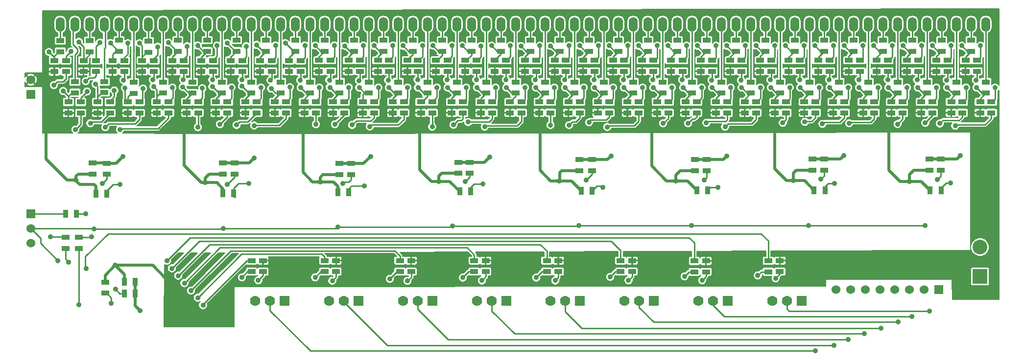
<source format=gtl>
G04 (created by PCBNEW (2013-07-07 BZR 4022)-stable) date 14/01/2016 17:53:05*
%MOIN*%
G04 Gerber Fmt 3.4, Leading zero omitted, Abs format*
%FSLAX34Y34*%
G01*
G70*
G90*
G04 APERTURE LIST*
%ADD10C,0.00590551*%
%ADD11R,0.06X0.06*%
%ADD12C,0.06*%
%ADD13O,0.06X0.1*%
%ADD14C,0.07*%
%ADD15R,0.07X0.07*%
%ADD16R,0.055X0.035*%
%ADD17R,0.035X0.055*%
%ADD18R,0.1X0.1*%
%ADD19C,0.1*%
%ADD20C,0.035*%
%ADD21C,0.01*%
%ADD22C,0.02*%
%ADD23C,0.006*%
G04 APERTURE END LIST*
G54D10*
G54D11*
X63030Y-38040D03*
G54D12*
X63030Y-37040D03*
G54D13*
X65040Y-33280D03*
X66040Y-33280D03*
X67040Y-33280D03*
X68040Y-33280D03*
X69040Y-33280D03*
X70040Y-33280D03*
X71040Y-33280D03*
X72040Y-33280D03*
X73040Y-33280D03*
X74040Y-33280D03*
X75040Y-33280D03*
X76040Y-33280D03*
X77040Y-33280D03*
X78040Y-33280D03*
X79040Y-33280D03*
X80040Y-33280D03*
X81040Y-33280D03*
X82040Y-33280D03*
X83040Y-33280D03*
X84040Y-33280D03*
X85040Y-33280D03*
X86040Y-33280D03*
X87040Y-33280D03*
X88040Y-33280D03*
X89040Y-33280D03*
X90040Y-33280D03*
X91040Y-33280D03*
X92040Y-33280D03*
X93040Y-33280D03*
X94040Y-33280D03*
X95040Y-33280D03*
X96040Y-33280D03*
X97040Y-33280D03*
X98040Y-33280D03*
X99040Y-33280D03*
X100040Y-33280D03*
X101040Y-33280D03*
X102040Y-33280D03*
X103040Y-33280D03*
X104040Y-33280D03*
X105040Y-33280D03*
X106040Y-33280D03*
X107040Y-33280D03*
X108040Y-33280D03*
X109040Y-33280D03*
X110040Y-33280D03*
X111040Y-33280D03*
X112040Y-33280D03*
X113040Y-33280D03*
X114040Y-33280D03*
X115040Y-33280D03*
X116040Y-33280D03*
X117040Y-33280D03*
X118040Y-33280D03*
X119040Y-33280D03*
X120040Y-33280D03*
X121040Y-33280D03*
X122040Y-33280D03*
X123040Y-33280D03*
X124040Y-33280D03*
X125040Y-33280D03*
X126040Y-33280D03*
X127040Y-33280D03*
X128040Y-33280D03*
G54D11*
X63030Y-46190D03*
G54D12*
X63030Y-47190D03*
X63030Y-48190D03*
G54D11*
X124850Y-51350D03*
G54D12*
X123850Y-51350D03*
X122850Y-51350D03*
X121850Y-51350D03*
X120850Y-51350D03*
X119850Y-51350D03*
X118850Y-51350D03*
X117850Y-51350D03*
G54D14*
X88380Y-52100D03*
X89380Y-52100D03*
G54D15*
X90380Y-52100D03*
G54D14*
X113500Y-52100D03*
X114500Y-52100D03*
G54D15*
X115500Y-52100D03*
G54D14*
X98420Y-52100D03*
X99420Y-52100D03*
G54D15*
X100420Y-52100D03*
G54D14*
X83340Y-52100D03*
X84340Y-52100D03*
G54D15*
X85340Y-52100D03*
G54D14*
X108480Y-52110D03*
X109480Y-52110D03*
G54D15*
X110480Y-52110D03*
G54D14*
X78320Y-52100D03*
X79320Y-52100D03*
G54D15*
X80320Y-52100D03*
G54D14*
X93420Y-52100D03*
X94420Y-52100D03*
G54D15*
X95420Y-52100D03*
G54D14*
X103440Y-52100D03*
X104440Y-52100D03*
G54D15*
X105440Y-52100D03*
G54D16*
X68190Y-42735D03*
X68190Y-43485D03*
X69640Y-39315D03*
X69640Y-38565D03*
X67230Y-43475D03*
X67230Y-42725D03*
X71610Y-39305D03*
X71610Y-38555D03*
X65050Y-35135D03*
X65050Y-34385D03*
X65430Y-36495D03*
X65430Y-35745D03*
X64640Y-36495D03*
X64640Y-35745D03*
X66040Y-37935D03*
X66040Y-37185D03*
X66430Y-39315D03*
X66430Y-38565D03*
X65600Y-39315D03*
X65600Y-38565D03*
X67040Y-35135D03*
X67040Y-34385D03*
X67470Y-36485D03*
X67470Y-35735D03*
X66630Y-36485D03*
X66630Y-35735D03*
X68040Y-37925D03*
X68040Y-37175D03*
X68430Y-39315D03*
X68430Y-38565D03*
X67580Y-39315D03*
X67580Y-38565D03*
X69040Y-35105D03*
X69040Y-34355D03*
X69410Y-36495D03*
X69410Y-35745D03*
X68600Y-36495D03*
X68600Y-35745D03*
X70030Y-37975D03*
X70030Y-37225D03*
X70430Y-39315D03*
X70430Y-38565D03*
X71050Y-35175D03*
X71050Y-34425D03*
X71420Y-36485D03*
X71420Y-35735D03*
X70620Y-36485D03*
X70620Y-35735D03*
X72040Y-37955D03*
X72040Y-37205D03*
X72420Y-39305D03*
X72420Y-38555D03*
G54D17*
X124245Y-44580D03*
X124995Y-44580D03*
G54D16*
X84850Y-42765D03*
X84850Y-43515D03*
G54D17*
X76105Y-44790D03*
X76855Y-44790D03*
G54D16*
X76890Y-42725D03*
X76890Y-43475D03*
G54D17*
X83925Y-44730D03*
X84675Y-44730D03*
G54D16*
X92910Y-42675D03*
X92910Y-43425D03*
G54D17*
X92225Y-44640D03*
X92975Y-44640D03*
X67465Y-44800D03*
X68215Y-44800D03*
G54D16*
X101240Y-42485D03*
X101240Y-43235D03*
G54D17*
X100505Y-44600D03*
X101255Y-44600D03*
G54D16*
X109030Y-42485D03*
X109030Y-43235D03*
G54D17*
X108365Y-44580D03*
X109115Y-44580D03*
G54D16*
X117040Y-42455D03*
X117040Y-43205D03*
G54D17*
X116355Y-44570D03*
X117105Y-44570D03*
G54D16*
X124960Y-42455D03*
X124960Y-43205D03*
X76090Y-43475D03*
X76090Y-42725D03*
X84040Y-43515D03*
X84040Y-42765D03*
X92150Y-43425D03*
X92150Y-42675D03*
X100360Y-43235D03*
X100360Y-42485D03*
X108240Y-43235D03*
X108240Y-42485D03*
X116240Y-43205D03*
X116240Y-42455D03*
X124200Y-43205D03*
X124200Y-42455D03*
X76650Y-36485D03*
X76650Y-35735D03*
X79650Y-39305D03*
X79650Y-38555D03*
X80410Y-39305D03*
X80410Y-38555D03*
X80040Y-37955D03*
X80040Y-37205D03*
X73040Y-35105D03*
X73040Y-34355D03*
X78640Y-36485D03*
X78640Y-35735D03*
X79430Y-36485D03*
X79430Y-35735D03*
X79040Y-35105D03*
X79040Y-34355D03*
X73440Y-36485D03*
X73440Y-35735D03*
X77650Y-39305D03*
X77650Y-38555D03*
X78420Y-39305D03*
X78420Y-38555D03*
X78050Y-37955D03*
X78050Y-37205D03*
X72670Y-36485D03*
X72670Y-35735D03*
X73650Y-39305D03*
X73650Y-38555D03*
X77440Y-36485D03*
X77440Y-35735D03*
X77040Y-35105D03*
X77040Y-34355D03*
X75640Y-39305D03*
X75640Y-38555D03*
X76420Y-39305D03*
X76420Y-38555D03*
X76040Y-37955D03*
X76040Y-37205D03*
X74040Y-37955D03*
X74040Y-37205D03*
X74640Y-36485D03*
X74640Y-35735D03*
X75440Y-36485D03*
X75440Y-35735D03*
X75040Y-35105D03*
X75040Y-34355D03*
X74430Y-39305D03*
X74430Y-38555D03*
X84660Y-36475D03*
X84660Y-35725D03*
X87670Y-39305D03*
X87670Y-38555D03*
X88430Y-39305D03*
X88430Y-38555D03*
X88040Y-37955D03*
X88040Y-37205D03*
X81050Y-35105D03*
X81050Y-34355D03*
X86660Y-36475D03*
X86660Y-35725D03*
X87420Y-36475D03*
X87420Y-35725D03*
X87040Y-35105D03*
X87040Y-34355D03*
X81400Y-36485D03*
X81400Y-35735D03*
X85630Y-39305D03*
X85630Y-38555D03*
X86400Y-39305D03*
X86400Y-38555D03*
X86040Y-37955D03*
X86040Y-37205D03*
X80610Y-36485D03*
X80610Y-35735D03*
X81660Y-39305D03*
X81660Y-38555D03*
X85440Y-36475D03*
X85440Y-35725D03*
X85040Y-35105D03*
X85040Y-34355D03*
X83610Y-39305D03*
X83610Y-38555D03*
X84370Y-39305D03*
X84370Y-38555D03*
X84040Y-37955D03*
X84040Y-37205D03*
X82040Y-37955D03*
X82040Y-37205D03*
X82650Y-36475D03*
X82650Y-35725D03*
X83430Y-36475D03*
X83430Y-35725D03*
X83040Y-35105D03*
X83040Y-34355D03*
X82440Y-39305D03*
X82440Y-38555D03*
X92600Y-36475D03*
X92600Y-35725D03*
X95650Y-39305D03*
X95650Y-38555D03*
X96430Y-39305D03*
X96430Y-38555D03*
X96040Y-37955D03*
X96040Y-37205D03*
X89040Y-35105D03*
X89040Y-34355D03*
X94610Y-36475D03*
X94610Y-35725D03*
X95380Y-36475D03*
X95380Y-35725D03*
X95040Y-35105D03*
X95040Y-34355D03*
X89380Y-36475D03*
X89380Y-35725D03*
X93670Y-39305D03*
X93670Y-38555D03*
X94440Y-39305D03*
X94440Y-38555D03*
X94040Y-37955D03*
X94040Y-37205D03*
X88670Y-36475D03*
X88670Y-35725D03*
X89590Y-39305D03*
X89590Y-38555D03*
X93380Y-36475D03*
X93380Y-35725D03*
X93040Y-35105D03*
X93040Y-34355D03*
X91680Y-39305D03*
X91680Y-38555D03*
X92450Y-39305D03*
X92450Y-38555D03*
X92040Y-37955D03*
X92040Y-37205D03*
X90030Y-37955D03*
X90030Y-37205D03*
X90620Y-36475D03*
X90620Y-35725D03*
X91390Y-36475D03*
X91390Y-35725D03*
X91040Y-35105D03*
X91040Y-34355D03*
X90360Y-39305D03*
X90360Y-38555D03*
X100630Y-36475D03*
X100630Y-35725D03*
X103640Y-39305D03*
X103640Y-38555D03*
X104410Y-39305D03*
X104410Y-38555D03*
X104040Y-37955D03*
X104040Y-37205D03*
X97040Y-35105D03*
X97040Y-34355D03*
X102660Y-36475D03*
X102660Y-35725D03*
X103420Y-36475D03*
X103420Y-35725D03*
X103040Y-35105D03*
X103040Y-34355D03*
X97430Y-36475D03*
X97430Y-35725D03*
X101630Y-39305D03*
X101630Y-38555D03*
X102400Y-39305D03*
X102400Y-38555D03*
X102040Y-37955D03*
X102040Y-37205D03*
X96660Y-36475D03*
X96660Y-35725D03*
X97640Y-39305D03*
X97640Y-38555D03*
X101390Y-36475D03*
X101390Y-35725D03*
X101040Y-35105D03*
X101040Y-34355D03*
X99630Y-39305D03*
X99630Y-38555D03*
X100390Y-39305D03*
X100390Y-38555D03*
X100040Y-37955D03*
X100040Y-37205D03*
X98040Y-37955D03*
X98040Y-37205D03*
X98690Y-36475D03*
X98690Y-35725D03*
X99450Y-36475D03*
X99450Y-35725D03*
X99040Y-35105D03*
X99040Y-34355D03*
X98410Y-39305D03*
X98410Y-38555D03*
X108650Y-36475D03*
X108650Y-35725D03*
X111630Y-39305D03*
X111630Y-38555D03*
X112400Y-39305D03*
X112400Y-38555D03*
X112050Y-37955D03*
X112050Y-37205D03*
X105040Y-35105D03*
X105040Y-34355D03*
X110650Y-36475D03*
X110650Y-35725D03*
X111410Y-36475D03*
X111410Y-35725D03*
X111040Y-35105D03*
X111040Y-34355D03*
X105420Y-36475D03*
X105420Y-35725D03*
X109680Y-39305D03*
X109680Y-38555D03*
X110450Y-39305D03*
X110450Y-38555D03*
X110040Y-37955D03*
X110040Y-37205D03*
X104650Y-36475D03*
X104650Y-35725D03*
X105670Y-39305D03*
X105670Y-38555D03*
X109410Y-36475D03*
X109410Y-35725D03*
X109040Y-35105D03*
X109040Y-34355D03*
X107610Y-39305D03*
X107610Y-38555D03*
X108370Y-39305D03*
X108370Y-38555D03*
X108050Y-37955D03*
X108050Y-37205D03*
X106040Y-37955D03*
X106040Y-37205D03*
X106620Y-36475D03*
X106620Y-35725D03*
X107390Y-36475D03*
X107390Y-35725D03*
X107040Y-35105D03*
X107040Y-34355D03*
X106430Y-39305D03*
X106430Y-38555D03*
X116630Y-36475D03*
X116630Y-35725D03*
X119690Y-39305D03*
X119690Y-38555D03*
X120450Y-39305D03*
X120450Y-38555D03*
X120050Y-37955D03*
X120050Y-37205D03*
X113040Y-35105D03*
X113040Y-34355D03*
X118710Y-36475D03*
X118710Y-35725D03*
X119470Y-36475D03*
X119470Y-35725D03*
X119040Y-35105D03*
X119040Y-34355D03*
X113440Y-36475D03*
X113440Y-35725D03*
X117650Y-39305D03*
X117650Y-38555D03*
X118410Y-39305D03*
X118410Y-38555D03*
X118040Y-37955D03*
X118040Y-37205D03*
X112680Y-36475D03*
X112680Y-35725D03*
X113680Y-39305D03*
X113680Y-38555D03*
X117390Y-36475D03*
X117390Y-35725D03*
X117040Y-35105D03*
X117040Y-34355D03*
X115680Y-39305D03*
X115680Y-38555D03*
X116440Y-39305D03*
X116440Y-38555D03*
X116050Y-37955D03*
X116050Y-37205D03*
X114050Y-37955D03*
X114050Y-37205D03*
X114620Y-36475D03*
X114620Y-35725D03*
X115380Y-36475D03*
X115380Y-35725D03*
X115040Y-35105D03*
X115040Y-34355D03*
X114450Y-39305D03*
X114450Y-38555D03*
X124680Y-36475D03*
X124680Y-35725D03*
X127660Y-39305D03*
X127660Y-38555D03*
X128420Y-39305D03*
X128420Y-38555D03*
X128040Y-37955D03*
X128040Y-37205D03*
X121040Y-35105D03*
X121040Y-34355D03*
X126660Y-36475D03*
X126660Y-35725D03*
X127430Y-36475D03*
X127430Y-35725D03*
X127040Y-35105D03*
X127040Y-34355D03*
X121380Y-36475D03*
X121380Y-35725D03*
X125690Y-39305D03*
X125690Y-38555D03*
X126450Y-39305D03*
X126450Y-38555D03*
X126050Y-37955D03*
X126050Y-37205D03*
X120620Y-36475D03*
X120620Y-35725D03*
X121620Y-39305D03*
X121620Y-38555D03*
X125440Y-36475D03*
X125440Y-35725D03*
X125040Y-35105D03*
X125040Y-34355D03*
X123650Y-39305D03*
X123650Y-38555D03*
X124410Y-39305D03*
X124410Y-38555D03*
X124040Y-37955D03*
X124040Y-37205D03*
X122040Y-37955D03*
X122040Y-37205D03*
X122670Y-36475D03*
X122670Y-35725D03*
X123430Y-36475D03*
X123430Y-35725D03*
X123040Y-35105D03*
X123040Y-34355D03*
X122380Y-39305D03*
X122380Y-38555D03*
G54D17*
X65395Y-46190D03*
X66145Y-46190D03*
G54D16*
X83040Y-49375D03*
X83040Y-50125D03*
X83810Y-49375D03*
X83810Y-50125D03*
X88930Y-49375D03*
X88930Y-50125D03*
X78070Y-49375D03*
X78070Y-50125D03*
X78840Y-49375D03*
X78840Y-50125D03*
X88160Y-49375D03*
X88160Y-50125D03*
X66310Y-48535D03*
X66310Y-47785D03*
X98940Y-49375D03*
X98940Y-50125D03*
X108990Y-49395D03*
X108990Y-50145D03*
G54D17*
X70155Y-51600D03*
X69405Y-51600D03*
G54D16*
X68100Y-50835D03*
X68100Y-51585D03*
G54D17*
X69405Y-50820D03*
X70155Y-50820D03*
G54D16*
X65400Y-47785D03*
X65400Y-48535D03*
X113240Y-49385D03*
X113240Y-50135D03*
X114020Y-49375D03*
X114020Y-50125D03*
X108200Y-49395D03*
X108200Y-50145D03*
X94000Y-49375D03*
X94000Y-50125D03*
X103180Y-49375D03*
X103180Y-50125D03*
X103970Y-49375D03*
X103970Y-50125D03*
X98160Y-49375D03*
X98160Y-50125D03*
X93220Y-49375D03*
X93220Y-50125D03*
G54D18*
X127650Y-50460D03*
G54D19*
X127650Y-48460D03*
G54D20*
X124210Y-52800D03*
X123020Y-53180D03*
X122080Y-53560D03*
X120890Y-53970D03*
X119760Y-54360D03*
X118680Y-54750D03*
X117710Y-55140D03*
X116430Y-55520D03*
X66820Y-49920D03*
X72300Y-49380D03*
X72640Y-49900D03*
X73080Y-50400D03*
X73490Y-50900D03*
X73940Y-51410D03*
X74400Y-51900D03*
X74760Y-52400D03*
X64380Y-47760D03*
X66320Y-52370D03*
X70470Y-52780D03*
X126300Y-42220D03*
X118370Y-42230D03*
X110410Y-42260D03*
X102530Y-42240D03*
X94270Y-42300D03*
X86180Y-42270D03*
X78250Y-42390D03*
X69300Y-42290D03*
X64880Y-49370D03*
X67350Y-47210D03*
X76140Y-47190D03*
X83950Y-47080D03*
X91750Y-47000D03*
X123910Y-46970D03*
X115960Y-46970D03*
X108000Y-46970D03*
X100340Y-46970D03*
X103410Y-37580D03*
X104680Y-37580D03*
X93400Y-37580D03*
X101410Y-37580D03*
X104400Y-34730D03*
X107430Y-37580D03*
X108690Y-37580D03*
X108410Y-34730D03*
X105670Y-34730D03*
X105410Y-37580D03*
X106680Y-37580D03*
X107670Y-34730D03*
X106410Y-34730D03*
X102410Y-34730D03*
X119680Y-34730D03*
X87400Y-37580D03*
X88680Y-37580D03*
X85390Y-37590D03*
X86690Y-37590D03*
X81690Y-34720D03*
X86390Y-34730D03*
X87680Y-34710D03*
X85680Y-34720D03*
X84400Y-34740D03*
X83390Y-37570D03*
X80380Y-34560D03*
X82680Y-37590D03*
X81400Y-37580D03*
X83690Y-34720D03*
X82400Y-34720D03*
X84680Y-37570D03*
X92680Y-37580D03*
X89390Y-37580D03*
X91690Y-34730D03*
X90400Y-34720D03*
X90670Y-37580D03*
X91400Y-37580D03*
X93680Y-34740D03*
X92400Y-34730D03*
X96680Y-37580D03*
X89690Y-34730D03*
X88380Y-34730D03*
X94680Y-37580D03*
X95680Y-34730D03*
X94400Y-34730D03*
X95400Y-37580D03*
X124400Y-34730D03*
X125680Y-34730D03*
X125410Y-37580D03*
X126690Y-37580D03*
X122680Y-37580D03*
X123680Y-34730D03*
X122400Y-34730D03*
X124680Y-37580D03*
X123400Y-37580D03*
X121680Y-34730D03*
X120400Y-34730D03*
X121400Y-37580D03*
X126400Y-34730D03*
X127680Y-34730D03*
X127400Y-37590D03*
X128680Y-37580D03*
X117400Y-37580D03*
X67160Y-47740D03*
X66770Y-46190D03*
X112690Y-37590D03*
X111420Y-37580D03*
X109680Y-34730D03*
X110680Y-37580D03*
X109410Y-37580D03*
X111670Y-34730D03*
X110410Y-34730D03*
X114400Y-34730D03*
X114690Y-37580D03*
X113410Y-37580D03*
X115680Y-34730D03*
X112400Y-34720D03*
X116690Y-37580D03*
X115410Y-37580D03*
X117680Y-34720D03*
X119410Y-37580D03*
X120690Y-37580D03*
X116410Y-34730D03*
X113680Y-34730D03*
X118680Y-37580D03*
X118400Y-34730D03*
X70670Y-37650D03*
X68460Y-34550D03*
X69630Y-34560D03*
X67430Y-37350D03*
X68720Y-37790D03*
X66300Y-34470D03*
X67740Y-34510D03*
X65240Y-37820D03*
X66860Y-37850D03*
X64280Y-35160D03*
X71390Y-37520D03*
X72670Y-37580D03*
X70440Y-34560D03*
X71680Y-34800D03*
X65760Y-35130D03*
X67910Y-44110D03*
X69090Y-44190D03*
X69450Y-37620D03*
X76400Y-44180D03*
X93790Y-44150D03*
X84280Y-44100D03*
X100830Y-43880D03*
X101980Y-44370D03*
X92590Y-43990D03*
X77860Y-44120D03*
X117730Y-44120D03*
X108860Y-43870D03*
X124750Y-43840D03*
X125640Y-44070D03*
X75390Y-37510D03*
X76690Y-37580D03*
X74390Y-34710D03*
X75710Y-34720D03*
X73380Y-37540D03*
X74710Y-37630D03*
X72390Y-34520D03*
X73680Y-34770D03*
X79390Y-37660D03*
X80680Y-37560D03*
X78390Y-34670D03*
X79690Y-34710D03*
X78700Y-37580D03*
X76390Y-34550D03*
X77690Y-34770D03*
X77400Y-37490D03*
X109790Y-44370D03*
X116820Y-43830D03*
X85730Y-44270D03*
X107530Y-50450D03*
X108730Y-50720D03*
X102470Y-50490D03*
X103720Y-50720D03*
X65620Y-49480D03*
X68790Y-51320D03*
X68520Y-52270D03*
X112520Y-50380D03*
X113730Y-50580D03*
X82390Y-50520D03*
X83560Y-50740D03*
X78520Y-50710D03*
X77400Y-50510D03*
X92450Y-50530D03*
X97440Y-50530D03*
X98730Y-50730D03*
X87480Y-50610D03*
X88680Y-50750D03*
X93750Y-50730D03*
X100400Y-34730D03*
X101680Y-34730D03*
X102670Y-37580D03*
X99680Y-34720D03*
X98400Y-34740D03*
X99400Y-37580D03*
X100680Y-37580D03*
X96390Y-34750D03*
X97680Y-34730D03*
X98680Y-37580D03*
X97410Y-37580D03*
X103680Y-34730D03*
X64610Y-37410D03*
X74400Y-40280D03*
X75390Y-37040D03*
X75900Y-40090D03*
X77390Y-37040D03*
X77040Y-40130D03*
X79350Y-37080D03*
X78230Y-40170D03*
X81380Y-37090D03*
X82440Y-40080D03*
X83360Y-37070D03*
X66080Y-40440D03*
X83730Y-40090D03*
X85370Y-37100D03*
X84900Y-40130D03*
X87360Y-37080D03*
X86100Y-40240D03*
X89360Y-37050D03*
X90360Y-40250D03*
X91370Y-37050D03*
X91810Y-40110D03*
X93360Y-37040D03*
X66770Y-37150D03*
X92800Y-39930D03*
X95370Y-37040D03*
X93930Y-40260D03*
X97380Y-37060D03*
X98410Y-40140D03*
X99370Y-37060D03*
X99670Y-40140D03*
X101380Y-37060D03*
X101030Y-39960D03*
X103380Y-37050D03*
X67090Y-40010D03*
X102270Y-40270D03*
X105380Y-37050D03*
X106080Y-40020D03*
X107380Y-37050D03*
X107780Y-40020D03*
X109370Y-37070D03*
X109020Y-39990D03*
X111380Y-37090D03*
X110290Y-40260D03*
X113380Y-37060D03*
X69350Y-37070D03*
X114220Y-39980D03*
X115380Y-37060D03*
X115720Y-39920D03*
X117380Y-37050D03*
X116920Y-40060D03*
X119390Y-37060D03*
X118730Y-40020D03*
X121360Y-37040D03*
X122030Y-40070D03*
X123360Y-37060D03*
X68100Y-40280D03*
X123920Y-39980D03*
X125380Y-37070D03*
X124900Y-40030D03*
X127370Y-37070D03*
X125960Y-40190D03*
X71340Y-37060D03*
X69100Y-40450D03*
X73400Y-37040D03*
X68780Y-49690D03*
X116460Y-50010D03*
X111390Y-50070D03*
X106420Y-50090D03*
X101400Y-50090D03*
X96360Y-50080D03*
X91300Y-50100D03*
X86250Y-50020D03*
X81320Y-49990D03*
X122830Y-43980D03*
X114930Y-43920D03*
X106930Y-43940D03*
X99020Y-43950D03*
X90820Y-43970D03*
X82740Y-44020D03*
X66120Y-43870D03*
X74910Y-44060D03*
G54D21*
X114500Y-52100D02*
X114500Y-52660D01*
X114640Y-52800D02*
X124210Y-52800D01*
X114500Y-52660D02*
X114640Y-52800D01*
X109480Y-52110D02*
X109480Y-52410D01*
X110250Y-53180D02*
X123020Y-53180D01*
X109480Y-52410D02*
X110250Y-53180D01*
X104440Y-52100D02*
X104440Y-52570D01*
X105430Y-53560D02*
X122080Y-53560D01*
X104440Y-52570D02*
X105430Y-53560D01*
X99420Y-52100D02*
X99420Y-52840D01*
X100550Y-53970D02*
X120890Y-53970D01*
X99420Y-52840D02*
X100550Y-53970D01*
X94420Y-52100D02*
X94420Y-52820D01*
X95960Y-54360D02*
X119760Y-54360D01*
X94420Y-52820D02*
X95960Y-54360D01*
X89380Y-52100D02*
X89380Y-52680D01*
X91450Y-54750D02*
X118680Y-54750D01*
X89380Y-52680D02*
X91450Y-54750D01*
X84340Y-52100D02*
X84340Y-52180D01*
X87300Y-55140D02*
X117710Y-55140D01*
X84340Y-52180D02*
X87300Y-55140D01*
X79320Y-52100D02*
X79320Y-52770D01*
X82070Y-55520D02*
X116430Y-55520D01*
X79320Y-52770D02*
X82070Y-55520D01*
X74040Y-37205D02*
X74040Y-33280D01*
X75040Y-34355D02*
X75040Y-33280D01*
X76040Y-37205D02*
X76040Y-33280D01*
X77040Y-34355D02*
X77040Y-33280D01*
X78050Y-37205D02*
X78050Y-33290D01*
X78050Y-33290D02*
X78040Y-33280D01*
X79040Y-34355D02*
X79040Y-33280D01*
X80040Y-37205D02*
X80040Y-33280D01*
X81050Y-34355D02*
X81050Y-33290D01*
X81050Y-33290D02*
X81040Y-33280D01*
X82040Y-37205D02*
X82040Y-33280D01*
X83040Y-34355D02*
X83040Y-33280D01*
X65050Y-34385D02*
X65050Y-33290D01*
X65050Y-33290D02*
X65040Y-33280D01*
X84040Y-37205D02*
X84040Y-33280D01*
X85040Y-34355D02*
X85040Y-33280D01*
X86040Y-37205D02*
X86040Y-33280D01*
X87040Y-34355D02*
X87040Y-33280D01*
X88040Y-37205D02*
X88040Y-33280D01*
X89040Y-34355D02*
X89040Y-33280D01*
X90030Y-37205D02*
X90030Y-33290D01*
X90030Y-33290D02*
X90040Y-33280D01*
X91040Y-34355D02*
X91040Y-33280D01*
X92040Y-37205D02*
X92040Y-33280D01*
X93040Y-34355D02*
X93040Y-33280D01*
X66040Y-37185D02*
X66040Y-35360D01*
X65910Y-33410D02*
X66040Y-33280D01*
X65910Y-34650D02*
X65910Y-33410D01*
X66210Y-34950D02*
X65910Y-34650D01*
X66210Y-35190D02*
X66210Y-34950D01*
X66040Y-35360D02*
X66210Y-35190D01*
X94040Y-37205D02*
X94040Y-33280D01*
X95040Y-34355D02*
X95040Y-33280D01*
X96040Y-37205D02*
X96040Y-33280D01*
X97040Y-34355D02*
X97040Y-33280D01*
X98040Y-37205D02*
X98040Y-33280D01*
X99040Y-34355D02*
X99040Y-33280D01*
X100040Y-37205D02*
X100040Y-33280D01*
X101040Y-34355D02*
X101040Y-33280D01*
X102040Y-37205D02*
X102040Y-33280D01*
X103040Y-34355D02*
X103040Y-33280D01*
X67040Y-34385D02*
X67040Y-33280D01*
X104040Y-37205D02*
X104040Y-33280D01*
X105040Y-34355D02*
X105040Y-33280D01*
X106040Y-37205D02*
X106040Y-33280D01*
X107040Y-34355D02*
X107040Y-33280D01*
X108050Y-37205D02*
X108050Y-33290D01*
X108050Y-33290D02*
X108040Y-33280D01*
X109040Y-34355D02*
X109040Y-33280D01*
X110040Y-37205D02*
X110040Y-33280D01*
X111040Y-34355D02*
X111040Y-33280D01*
X112050Y-37205D02*
X112050Y-33290D01*
X112050Y-33290D02*
X112040Y-33280D01*
X113040Y-34355D02*
X113040Y-33280D01*
X68040Y-37185D02*
X68040Y-34930D01*
X68100Y-33340D02*
X68040Y-33280D01*
X68100Y-34870D02*
X68100Y-33340D01*
X68040Y-34930D02*
X68100Y-34870D01*
X114050Y-37205D02*
X114050Y-33290D01*
X114050Y-33290D02*
X114040Y-33280D01*
X115040Y-34355D02*
X115040Y-33280D01*
X116050Y-37205D02*
X116050Y-33290D01*
X116050Y-33290D02*
X116040Y-33280D01*
X117040Y-34355D02*
X117040Y-33280D01*
X118040Y-37205D02*
X118040Y-33280D01*
X119040Y-34355D02*
X119040Y-33280D01*
X120050Y-37205D02*
X120050Y-33290D01*
X120050Y-33290D02*
X120040Y-33280D01*
X121040Y-34355D02*
X121040Y-33280D01*
X122040Y-37205D02*
X122040Y-33280D01*
X123040Y-34355D02*
X123040Y-33280D01*
X69040Y-34385D02*
X69040Y-33280D01*
X124040Y-37205D02*
X124040Y-33280D01*
X125040Y-34355D02*
X125040Y-33280D01*
X126050Y-37205D02*
X126050Y-33290D01*
X126050Y-33290D02*
X126040Y-33280D01*
X127040Y-34355D02*
X127040Y-33280D01*
X128040Y-37205D02*
X128040Y-33280D01*
X70030Y-37185D02*
X70030Y-33290D01*
X70030Y-33290D02*
X70040Y-33280D01*
X71050Y-34385D02*
X71050Y-33290D01*
X71050Y-33290D02*
X71040Y-33280D01*
X72040Y-37185D02*
X72040Y-33280D01*
X73040Y-34355D02*
X73040Y-33280D01*
X113240Y-48030D02*
X113240Y-49385D01*
X112750Y-47540D02*
X113240Y-48030D01*
X68290Y-47540D02*
X112750Y-47540D01*
X66750Y-49080D02*
X68290Y-47540D01*
X66750Y-49850D02*
X66750Y-49080D01*
X66820Y-49920D02*
X66750Y-49850D01*
X108200Y-49395D02*
X108200Y-48160D01*
X73880Y-47800D02*
X72300Y-49380D01*
X107840Y-47800D02*
X73880Y-47800D01*
X108200Y-48160D02*
X107840Y-47800D01*
X103180Y-49375D02*
X103180Y-48680D01*
X74490Y-48050D02*
X72640Y-49900D01*
X102550Y-48050D02*
X74490Y-48050D01*
X103180Y-48680D02*
X102550Y-48050D01*
X98160Y-49375D02*
X98160Y-48730D01*
X75210Y-48270D02*
X73080Y-50400D01*
X97700Y-48270D02*
X75210Y-48270D01*
X98160Y-48730D02*
X97700Y-48270D01*
X93220Y-49375D02*
X93220Y-48970D01*
X75910Y-48480D02*
X73490Y-50900D01*
X92730Y-48480D02*
X75910Y-48480D01*
X93220Y-48970D02*
X92730Y-48480D01*
X88160Y-49375D02*
X88160Y-49050D01*
X76650Y-48700D02*
X73940Y-51410D01*
X87810Y-48700D02*
X76650Y-48700D01*
X88160Y-49050D02*
X87810Y-48700D01*
X83040Y-49375D02*
X83040Y-49120D01*
X77380Y-48920D02*
X74400Y-51900D01*
X82840Y-48920D02*
X77380Y-48920D01*
X83040Y-49120D02*
X82840Y-48920D01*
X78070Y-49375D02*
X77725Y-49375D01*
X74760Y-52340D02*
X74760Y-52400D01*
X77725Y-49375D02*
X74760Y-52340D01*
X64380Y-47760D02*
X65375Y-47760D01*
X65375Y-47760D02*
X65400Y-47785D01*
X64380Y-47760D02*
X64450Y-47830D01*
X65395Y-46190D02*
X63030Y-46190D01*
X66310Y-52360D02*
X66310Y-48535D01*
X66320Y-52370D02*
X66310Y-52360D01*
G54D22*
X70155Y-51600D02*
X70155Y-52465D01*
X70155Y-52465D02*
X70470Y-52780D01*
X70155Y-50820D02*
X70155Y-51600D01*
X124960Y-42455D02*
X126065Y-42455D01*
X126065Y-42455D02*
X126300Y-42220D01*
X124200Y-42455D02*
X124960Y-42455D01*
X117040Y-42455D02*
X118145Y-42455D01*
X118145Y-42455D02*
X118370Y-42230D01*
X116240Y-42455D02*
X117040Y-42455D01*
X109030Y-42485D02*
X110185Y-42485D01*
X110185Y-42485D02*
X110410Y-42260D01*
X108240Y-42485D02*
X109030Y-42485D01*
X101240Y-42485D02*
X102285Y-42485D01*
X102285Y-42485D02*
X102530Y-42240D01*
X100360Y-42485D02*
X101240Y-42485D01*
X92910Y-42675D02*
X93895Y-42675D01*
X93895Y-42675D02*
X94270Y-42300D01*
X92150Y-42675D02*
X92910Y-42675D01*
X84850Y-42765D02*
X85685Y-42765D01*
X85685Y-42765D02*
X86180Y-42270D01*
X84040Y-42765D02*
X84850Y-42765D01*
X76890Y-42725D02*
X77915Y-42725D01*
X77915Y-42725D02*
X78250Y-42390D01*
X76090Y-42725D02*
X76890Y-42725D01*
X68190Y-42735D02*
X68855Y-42735D01*
X68855Y-42735D02*
X69300Y-42290D01*
X67230Y-42725D02*
X68180Y-42725D01*
X68180Y-42725D02*
X68190Y-42735D01*
G54D21*
X77915Y-42725D02*
X78250Y-42390D01*
X68855Y-42735D02*
X69300Y-42290D01*
X68180Y-42725D02*
X68190Y-42735D01*
X64880Y-49370D02*
X63700Y-48190D01*
X63700Y-48190D02*
X63700Y-48060D01*
X63700Y-47860D02*
X63030Y-47190D01*
X63700Y-48190D02*
X63700Y-48060D01*
X63700Y-48060D02*
X63700Y-47860D01*
X67350Y-47210D02*
X76120Y-47210D01*
X76120Y-47210D02*
X76140Y-47190D01*
X63030Y-47190D02*
X67330Y-47190D01*
X67330Y-47190D02*
X67350Y-47210D01*
X76140Y-47190D02*
X83840Y-47190D01*
X83840Y-47190D02*
X83950Y-47080D01*
X83950Y-47080D02*
X91670Y-47080D01*
X91670Y-47080D02*
X91750Y-47000D01*
X91750Y-47000D02*
X100310Y-47000D01*
X100310Y-47000D02*
X100340Y-46970D01*
X115960Y-46970D02*
X123910Y-46970D01*
X108000Y-46970D02*
X115960Y-46970D01*
X100340Y-46970D02*
X108000Y-46970D01*
X104040Y-37955D02*
X103785Y-37955D01*
X103785Y-37955D02*
X103410Y-37580D01*
X103640Y-38555D02*
X103640Y-38355D01*
X103640Y-38355D02*
X104040Y-37955D01*
X104410Y-38555D02*
X104445Y-38555D01*
X104680Y-38320D02*
X104680Y-37580D01*
X104445Y-38555D02*
X104680Y-38320D01*
X94040Y-37955D02*
X93775Y-37955D01*
X93775Y-37955D02*
X93400Y-37580D01*
X93670Y-38555D02*
X93670Y-38325D01*
X93670Y-38325D02*
X94040Y-37955D01*
X102040Y-37955D02*
X101785Y-37955D01*
X101785Y-37955D02*
X101410Y-37580D01*
X101630Y-38555D02*
X101630Y-38365D01*
X101630Y-38365D02*
X102040Y-37955D01*
X105040Y-35105D02*
X104775Y-35105D01*
X104775Y-35105D02*
X104400Y-34730D01*
X104650Y-35725D02*
X104650Y-35495D01*
X104650Y-35495D02*
X105040Y-35105D01*
X108050Y-37955D02*
X107805Y-37955D01*
X107805Y-37955D02*
X107430Y-37580D01*
X107610Y-38555D02*
X107610Y-38395D01*
X107610Y-38395D02*
X108050Y-37955D01*
X108370Y-38555D02*
X108425Y-38555D01*
X108690Y-38290D02*
X108690Y-37580D01*
X108425Y-38555D02*
X108690Y-38290D01*
X109040Y-35105D02*
X108785Y-35105D01*
X108785Y-35105D02*
X108410Y-34730D01*
X108650Y-35725D02*
X108650Y-35495D01*
X108650Y-35495D02*
X109040Y-35105D01*
X105420Y-35725D02*
X105525Y-35725D01*
X105670Y-35580D02*
X105670Y-34730D01*
X105525Y-35725D02*
X105670Y-35580D01*
X106040Y-37955D02*
X105785Y-37955D01*
X105785Y-37955D02*
X105410Y-37580D01*
X105670Y-38555D02*
X105670Y-38325D01*
X105670Y-38325D02*
X106040Y-37955D01*
X106430Y-38555D02*
X106515Y-38555D01*
X106680Y-38390D02*
X106680Y-37580D01*
X106515Y-38555D02*
X106680Y-38390D01*
X107390Y-35725D02*
X107435Y-35725D01*
X107670Y-35490D02*
X107670Y-34730D01*
X107435Y-35725D02*
X107670Y-35490D01*
X107040Y-35105D02*
X106785Y-35105D01*
X106785Y-35105D02*
X106410Y-34730D01*
X106620Y-35725D02*
X106620Y-35525D01*
X106620Y-35525D02*
X107040Y-35105D01*
X103040Y-35105D02*
X102785Y-35105D01*
X102785Y-35105D02*
X102410Y-34730D01*
X102660Y-35725D02*
X102660Y-35485D01*
X102660Y-35485D02*
X103040Y-35105D01*
X119470Y-35725D02*
X119505Y-35725D01*
X119680Y-35550D02*
X119680Y-34730D01*
X119505Y-35725D02*
X119680Y-35550D01*
X88040Y-37955D02*
X87775Y-37955D01*
X87775Y-37955D02*
X87400Y-37580D01*
X87670Y-38555D02*
X87670Y-38325D01*
X87670Y-38325D02*
X88040Y-37955D01*
X88430Y-38555D02*
X88435Y-38555D01*
X88680Y-38310D02*
X88680Y-37580D01*
X88435Y-38555D02*
X88680Y-38310D01*
X86040Y-37955D02*
X85755Y-37955D01*
X85755Y-37955D02*
X85390Y-37590D01*
X85630Y-38555D02*
X85630Y-38070D01*
X85745Y-37955D02*
X86040Y-37955D01*
X85630Y-38070D02*
X85745Y-37955D01*
X86400Y-38555D02*
X86445Y-38555D01*
X86690Y-38310D02*
X86690Y-37590D01*
X86445Y-38555D02*
X86690Y-38310D01*
X81400Y-35735D02*
X81485Y-35735D01*
X81690Y-35530D02*
X81690Y-34720D01*
X81485Y-35735D02*
X81690Y-35530D01*
X87040Y-35105D02*
X86765Y-35105D01*
X86765Y-35105D02*
X86390Y-34730D01*
X86660Y-35725D02*
X86660Y-35485D01*
X86660Y-35485D02*
X87040Y-35105D01*
X87420Y-35725D02*
X87435Y-35725D01*
X87680Y-35480D02*
X87680Y-34710D01*
X87435Y-35725D02*
X87680Y-35480D01*
X85440Y-35725D02*
X85440Y-35720D01*
X85680Y-35480D02*
X85680Y-34720D01*
X85440Y-35720D02*
X85680Y-35480D01*
X85040Y-35105D02*
X84765Y-35105D01*
X84765Y-35105D02*
X84400Y-34740D01*
X84660Y-35725D02*
X84660Y-35485D01*
X84660Y-35485D02*
X85040Y-35105D01*
X84040Y-37955D02*
X83775Y-37955D01*
X83775Y-37955D02*
X83390Y-37570D01*
X83610Y-38555D02*
X83610Y-38385D01*
X83610Y-38385D02*
X84040Y-37955D01*
X81050Y-35105D02*
X80925Y-35105D01*
X80925Y-35105D02*
X80380Y-34560D01*
X80610Y-35735D02*
X80610Y-35545D01*
X80610Y-35545D02*
X81050Y-35105D01*
X82440Y-38555D02*
X82440Y-38530D01*
X82680Y-38290D02*
X82680Y-37590D01*
X82440Y-38530D02*
X82680Y-38290D01*
X82040Y-37955D02*
X81775Y-37955D01*
X81775Y-37955D02*
X81400Y-37580D01*
X81660Y-38555D02*
X81660Y-38335D01*
X81660Y-38335D02*
X82040Y-37955D01*
X83430Y-35725D02*
X83445Y-35725D01*
X83690Y-35480D02*
X83690Y-34720D01*
X83445Y-35725D02*
X83690Y-35480D01*
X83040Y-35105D02*
X82785Y-35105D01*
X82785Y-35105D02*
X82400Y-34720D01*
X82650Y-35725D02*
X82650Y-35495D01*
X82650Y-35495D02*
X83040Y-35105D01*
X84370Y-38555D02*
X84425Y-38555D01*
X84680Y-38300D02*
X84680Y-37570D01*
X84425Y-38555D02*
X84680Y-38300D01*
X92450Y-38555D02*
X92635Y-38555D01*
X92680Y-38510D02*
X92680Y-37580D01*
X92635Y-38555D02*
X92680Y-38510D01*
X90030Y-37955D02*
X89765Y-37955D01*
X89765Y-37955D02*
X89390Y-37580D01*
X89590Y-38555D02*
X89665Y-38555D01*
X90030Y-38190D02*
X90030Y-37955D01*
X89665Y-38555D02*
X90030Y-38190D01*
X91390Y-35725D02*
X91425Y-35725D01*
X91690Y-35460D02*
X91690Y-34730D01*
X91425Y-35725D02*
X91690Y-35460D01*
X91040Y-35105D02*
X90785Y-35105D01*
X90785Y-35105D02*
X90400Y-34720D01*
X90620Y-35725D02*
X90705Y-35725D01*
X91040Y-35390D02*
X91040Y-35105D01*
X90705Y-35725D02*
X91040Y-35390D01*
X90360Y-38555D02*
X90360Y-38540D01*
X90670Y-38230D02*
X90670Y-37580D01*
X90360Y-38540D02*
X90670Y-38230D01*
X92040Y-37955D02*
X91775Y-37955D01*
X91775Y-37955D02*
X91400Y-37580D01*
X91680Y-38555D02*
X91680Y-38315D01*
X91680Y-38315D02*
X92040Y-37955D01*
X93380Y-35725D02*
X93435Y-35725D01*
X93680Y-35480D02*
X93680Y-34740D01*
X93435Y-35725D02*
X93680Y-35480D01*
X93040Y-35105D02*
X92775Y-35105D01*
X92775Y-35105D02*
X92400Y-34730D01*
X92600Y-35725D02*
X92685Y-35725D01*
X93040Y-35370D02*
X93040Y-35105D01*
X92685Y-35725D02*
X93040Y-35370D01*
X96430Y-38555D02*
X96495Y-38555D01*
X96680Y-38370D02*
X96680Y-37580D01*
X96495Y-38555D02*
X96680Y-38370D01*
X89380Y-35725D02*
X89435Y-35725D01*
X89690Y-35470D02*
X89690Y-34730D01*
X89435Y-35725D02*
X89690Y-35470D01*
X89040Y-35105D02*
X88755Y-35105D01*
X88755Y-35105D02*
X88380Y-34730D01*
X88670Y-35725D02*
X88670Y-35690D01*
X89040Y-35320D02*
X89040Y-35105D01*
X88670Y-35690D02*
X89040Y-35320D01*
X94440Y-38555D02*
X94465Y-38555D01*
X94680Y-38340D02*
X94680Y-37580D01*
X94465Y-38555D02*
X94680Y-38340D01*
X95380Y-35725D02*
X95445Y-35725D01*
X95680Y-35490D02*
X95680Y-34730D01*
X95445Y-35725D02*
X95680Y-35490D01*
X95040Y-35105D02*
X94775Y-35105D01*
X94775Y-35105D02*
X94400Y-34730D01*
X94610Y-35725D02*
X94610Y-35710D01*
X95040Y-35280D02*
X95040Y-35105D01*
X94610Y-35710D02*
X95040Y-35280D01*
X96040Y-37955D02*
X95775Y-37955D01*
X95775Y-37955D02*
X95400Y-37580D01*
X95650Y-38555D02*
X95655Y-38555D01*
X96040Y-38170D02*
X96040Y-37955D01*
X95655Y-38555D02*
X96040Y-38170D01*
X125040Y-35105D02*
X124775Y-35105D01*
X124775Y-35105D02*
X124400Y-34730D01*
X124680Y-35725D02*
X124680Y-35465D01*
X124680Y-35465D02*
X125040Y-35105D01*
X125440Y-35725D02*
X125525Y-35725D01*
X125680Y-35570D02*
X125680Y-34730D01*
X125525Y-35725D02*
X125680Y-35570D01*
X126050Y-37955D02*
X125785Y-37955D01*
X125785Y-37955D02*
X125410Y-37580D01*
X125690Y-38555D02*
X125690Y-38315D01*
X125690Y-38315D02*
X126050Y-37955D01*
X126450Y-38555D02*
X126515Y-38555D01*
X126690Y-38380D02*
X126690Y-37580D01*
X126515Y-38555D02*
X126690Y-38380D01*
X122380Y-38555D02*
X122425Y-38555D01*
X122680Y-38300D02*
X122680Y-37580D01*
X122425Y-38555D02*
X122680Y-38300D01*
X123430Y-35725D02*
X123430Y-35710D01*
X123680Y-35460D02*
X123680Y-34730D01*
X123430Y-35710D02*
X123680Y-35460D01*
X123040Y-35105D02*
X122775Y-35105D01*
X122775Y-35105D02*
X122400Y-34730D01*
X122670Y-35725D02*
X122670Y-35475D01*
X122670Y-35475D02*
X123040Y-35105D01*
X124410Y-38555D02*
X124455Y-38555D01*
X124680Y-38330D02*
X124680Y-37580D01*
X124455Y-38555D02*
X124680Y-38330D01*
X124040Y-37955D02*
X123775Y-37955D01*
X123775Y-37955D02*
X123400Y-37580D01*
X123650Y-38555D02*
X123650Y-38345D01*
X123650Y-38345D02*
X124040Y-37955D01*
X121380Y-35725D02*
X121445Y-35725D01*
X121680Y-35490D02*
X121680Y-34730D01*
X121445Y-35725D02*
X121680Y-35490D01*
X121040Y-35105D02*
X120775Y-35105D01*
X120775Y-35105D02*
X120400Y-34730D01*
X120620Y-35725D02*
X120620Y-35525D01*
X120620Y-35525D02*
X121040Y-35105D01*
X122040Y-37955D02*
X121775Y-37955D01*
X121775Y-37955D02*
X121400Y-37580D01*
X121620Y-38555D02*
X121620Y-38375D01*
X121620Y-38375D02*
X122040Y-37955D01*
X127040Y-35105D02*
X126775Y-35105D01*
X126775Y-35105D02*
X126400Y-34730D01*
X126660Y-35725D02*
X126660Y-35485D01*
X126660Y-35485D02*
X127040Y-35105D01*
X127430Y-35725D02*
X127475Y-35725D01*
X127680Y-35520D02*
X127680Y-34730D01*
X127475Y-35725D02*
X127680Y-35520D01*
X128040Y-37955D02*
X127765Y-37955D01*
X127765Y-37955D02*
X127400Y-37590D01*
X127660Y-38555D02*
X127660Y-38335D01*
X127660Y-38335D02*
X128040Y-37955D01*
X128420Y-38555D02*
X128475Y-38555D01*
X128680Y-38350D02*
X128680Y-37580D01*
X128475Y-38555D02*
X128680Y-38350D01*
X118040Y-37955D02*
X117775Y-37955D01*
X117775Y-37955D02*
X117400Y-37580D01*
X117650Y-38555D02*
X117650Y-38345D01*
X117650Y-38345D02*
X118040Y-37955D01*
X67115Y-47785D02*
X66310Y-47785D01*
X67160Y-47740D02*
X67115Y-47785D01*
X66790Y-46170D02*
X66770Y-46190D01*
X66145Y-46190D02*
X66770Y-46190D01*
X112400Y-38555D02*
X112435Y-38555D01*
X112690Y-38300D02*
X112690Y-37590D01*
X112435Y-38555D02*
X112690Y-38300D01*
X112050Y-37955D02*
X111795Y-37955D01*
X111795Y-37955D02*
X111420Y-37580D01*
X111630Y-38555D02*
X111630Y-38375D01*
X111630Y-38375D02*
X112050Y-37955D01*
X109410Y-35725D02*
X109495Y-35725D01*
X109680Y-35540D02*
X109680Y-34730D01*
X109495Y-35725D02*
X109680Y-35540D01*
X110450Y-38555D02*
X110485Y-38555D01*
X110680Y-38360D02*
X110680Y-37580D01*
X110485Y-38555D02*
X110680Y-38360D01*
X110040Y-37955D02*
X109785Y-37955D01*
X109785Y-37955D02*
X109410Y-37580D01*
X109680Y-38555D02*
X109680Y-38315D01*
X109680Y-38315D02*
X110040Y-37955D01*
X111410Y-35725D02*
X111435Y-35725D01*
X111670Y-35490D02*
X111670Y-34730D01*
X111435Y-35725D02*
X111670Y-35490D01*
X111040Y-35105D02*
X110785Y-35105D01*
X110785Y-35105D02*
X110410Y-34730D01*
X110650Y-35725D02*
X110650Y-35495D01*
X110650Y-35495D02*
X111040Y-35105D01*
X115040Y-35105D02*
X114775Y-35105D01*
X114775Y-35105D02*
X114400Y-34730D01*
X114620Y-35725D02*
X114620Y-35525D01*
X114620Y-35525D02*
X115040Y-35105D01*
X114450Y-38555D02*
X114475Y-38555D01*
X114690Y-38340D02*
X114690Y-37580D01*
X114475Y-38555D02*
X114690Y-38340D01*
X114050Y-37955D02*
X113785Y-37955D01*
X113785Y-37955D02*
X113410Y-37580D01*
X113680Y-38555D02*
X113680Y-38325D01*
X113680Y-38325D02*
X114050Y-37955D01*
X115380Y-35725D02*
X115425Y-35725D01*
X115680Y-35470D02*
X115680Y-34730D01*
X115425Y-35725D02*
X115680Y-35470D01*
X113040Y-35105D02*
X112785Y-35105D01*
X112785Y-35105D02*
X112400Y-34720D01*
X112680Y-35725D02*
X112680Y-35465D01*
X112680Y-35465D02*
X113040Y-35105D01*
X116440Y-38555D02*
X116485Y-38555D01*
X116690Y-38350D02*
X116690Y-37580D01*
X116485Y-38555D02*
X116690Y-38350D01*
X115680Y-38555D02*
X115680Y-38325D01*
X115680Y-38325D02*
X116050Y-37955D01*
X116050Y-37955D02*
X115785Y-37955D01*
X115785Y-37955D02*
X115410Y-37580D01*
X117390Y-35725D02*
X117435Y-35725D01*
X117680Y-35480D02*
X117680Y-34720D01*
X117435Y-35725D02*
X117680Y-35480D01*
X120050Y-37955D02*
X119785Y-37955D01*
X119785Y-37955D02*
X119410Y-37580D01*
X119690Y-38555D02*
X119690Y-38315D01*
X119690Y-38315D02*
X120050Y-37955D01*
X120450Y-38555D02*
X120525Y-38555D01*
X120690Y-38390D02*
X120690Y-37580D01*
X120525Y-38555D02*
X120690Y-38390D01*
X117040Y-35105D02*
X116785Y-35105D01*
X116785Y-35105D02*
X116410Y-34730D01*
X116630Y-35725D02*
X116630Y-35515D01*
X116630Y-35515D02*
X117040Y-35105D01*
X113440Y-35725D02*
X113465Y-35725D01*
X113680Y-35510D02*
X113680Y-34730D01*
X113465Y-35725D02*
X113680Y-35510D01*
X118410Y-38555D02*
X118475Y-38555D01*
X118680Y-38350D02*
X118680Y-37580D01*
X118475Y-38555D02*
X118680Y-38350D01*
X119040Y-35105D02*
X118775Y-35105D01*
X118775Y-35105D02*
X118400Y-34730D01*
X118710Y-35725D02*
X118710Y-35435D01*
X118710Y-35435D02*
X119040Y-35105D01*
X70640Y-38355D02*
X70430Y-38565D01*
X70640Y-37680D02*
X70640Y-38355D01*
X70670Y-37650D02*
X70640Y-37680D01*
X69040Y-35105D02*
X69015Y-35105D01*
X69015Y-35105D02*
X68460Y-34550D01*
X68600Y-35745D02*
X68600Y-35300D01*
X68795Y-35105D02*
X69040Y-35105D01*
X68600Y-35300D02*
X68795Y-35105D01*
X69410Y-35745D02*
X69410Y-35520D01*
X69630Y-35300D02*
X69630Y-34560D01*
X69410Y-35520D02*
X69630Y-35300D01*
X67580Y-38565D02*
X67580Y-37510D01*
X67430Y-37360D02*
X67430Y-37350D01*
X67580Y-37510D02*
X67430Y-37360D01*
X68040Y-37925D02*
X67885Y-37925D01*
X67580Y-38230D02*
X67580Y-38565D01*
X67885Y-37925D02*
X67580Y-38230D01*
X68430Y-38565D02*
X68430Y-38480D01*
X68720Y-38190D02*
X68720Y-37790D01*
X68430Y-38480D02*
X68720Y-38190D01*
X66630Y-35735D02*
X66630Y-34800D01*
X66630Y-34800D02*
X66300Y-34470D01*
X67040Y-35135D02*
X67040Y-35325D01*
X67040Y-35325D02*
X66630Y-35735D01*
X67470Y-35735D02*
X67470Y-34780D01*
X67470Y-34780D02*
X67740Y-34510D01*
X65600Y-38565D02*
X65600Y-38180D01*
X65600Y-38180D02*
X65240Y-37820D01*
X66040Y-37935D02*
X65825Y-37935D01*
X65600Y-38160D02*
X65600Y-38565D01*
X65825Y-37935D02*
X65600Y-38160D01*
X66430Y-38565D02*
X66430Y-38280D01*
X66430Y-38280D02*
X66860Y-37850D01*
X64640Y-35745D02*
X64640Y-35520D01*
X64640Y-35520D02*
X64280Y-35160D01*
X65050Y-35135D02*
X64935Y-35135D01*
X64640Y-35430D02*
X64640Y-35745D01*
X64935Y-35135D02*
X64640Y-35430D01*
X71610Y-38555D02*
X71610Y-37740D01*
X71610Y-37740D02*
X71390Y-37520D01*
X72040Y-37955D02*
X71845Y-37955D01*
X71610Y-38190D02*
X71610Y-38555D01*
X71845Y-37955D02*
X71610Y-38190D01*
X72670Y-37580D02*
X72690Y-37600D01*
X72690Y-37600D02*
X72690Y-38285D01*
X72420Y-38555D02*
X72690Y-38285D01*
X70620Y-35735D02*
X70620Y-34740D01*
X70620Y-34740D02*
X70440Y-34560D01*
X71050Y-35175D02*
X70925Y-35175D01*
X70620Y-35480D02*
X70620Y-35735D01*
X70925Y-35175D02*
X70620Y-35480D01*
X71420Y-35735D02*
X71420Y-35620D01*
X71680Y-35360D02*
X71680Y-34800D01*
X71420Y-35620D02*
X71680Y-35360D01*
X65430Y-35745D02*
X65430Y-35460D01*
X65430Y-35460D02*
X65760Y-35130D01*
X68190Y-43830D02*
X68190Y-43485D01*
X67910Y-44110D02*
X68190Y-43830D01*
X68215Y-44800D02*
X68215Y-44625D01*
X68650Y-44190D02*
X69090Y-44190D01*
X68215Y-44625D02*
X68650Y-44190D01*
X69640Y-38565D02*
X69640Y-38540D01*
X69450Y-38350D02*
X69450Y-37620D01*
X69640Y-38540D02*
X69450Y-38350D01*
X70030Y-38045D02*
X69805Y-38045D01*
X69640Y-38210D02*
X69640Y-38565D01*
X69805Y-38045D02*
X69640Y-38210D01*
X76890Y-43475D02*
X76890Y-43690D01*
X76890Y-43690D02*
X76400Y-44180D01*
X92975Y-44640D02*
X92975Y-44375D01*
X93200Y-44150D02*
X93790Y-44150D01*
X92975Y-44375D02*
X93200Y-44150D01*
X84850Y-43840D02*
X84850Y-43515D01*
X84680Y-44010D02*
X84850Y-43840D01*
X84370Y-44010D02*
X84680Y-44010D01*
X84280Y-44100D02*
X84370Y-44010D01*
X101240Y-43235D02*
X101240Y-43470D01*
X101240Y-43470D02*
X100830Y-43880D01*
X101575Y-44280D02*
X101255Y-44600D01*
X101890Y-44280D02*
X101575Y-44280D01*
X101980Y-44370D02*
X101890Y-44280D01*
X92910Y-43425D02*
X92910Y-43670D01*
X92910Y-43670D02*
X92590Y-43990D01*
X76855Y-44790D02*
X76855Y-44445D01*
X77180Y-44120D02*
X77860Y-44120D01*
X76855Y-44445D02*
X77180Y-44120D01*
X76875Y-45050D02*
X76930Y-45050D01*
X117105Y-44570D02*
X117105Y-44325D01*
X117310Y-44120D02*
X117730Y-44120D01*
X117105Y-44325D02*
X117310Y-44120D01*
X109030Y-43700D02*
X109030Y-43235D01*
X108860Y-43870D02*
X109030Y-43700D01*
X124960Y-43630D02*
X124960Y-43205D01*
X124750Y-43840D02*
X124960Y-43630D01*
X124995Y-44580D02*
X124995Y-44405D01*
X125330Y-44070D02*
X125640Y-44070D01*
X124995Y-44405D02*
X125330Y-44070D01*
X76040Y-37955D02*
X75835Y-37955D01*
X75835Y-37955D02*
X75390Y-37510D01*
X75640Y-38555D02*
X75640Y-38355D01*
X75640Y-38355D02*
X76040Y-37955D01*
X76420Y-38555D02*
X76435Y-38555D01*
X76690Y-38300D02*
X76690Y-37580D01*
X76435Y-38555D02*
X76690Y-38300D01*
X75040Y-35105D02*
X74785Y-35105D01*
X74785Y-35105D02*
X74390Y-34710D01*
X74640Y-35735D02*
X74640Y-35505D01*
X74640Y-35505D02*
X75040Y-35105D01*
X75440Y-35735D02*
X75440Y-35710D01*
X75710Y-35440D02*
X75710Y-34720D01*
X75440Y-35710D02*
X75710Y-35440D01*
X74040Y-37955D02*
X73795Y-37955D01*
X73795Y-37955D02*
X73380Y-37540D01*
X73650Y-38555D02*
X73650Y-38345D01*
X73650Y-38345D02*
X74040Y-37955D01*
X74430Y-38555D02*
X74435Y-38555D01*
X74710Y-38280D02*
X74710Y-37630D01*
X74435Y-38555D02*
X74710Y-38280D01*
X73040Y-35105D02*
X72975Y-35105D01*
X72975Y-35105D02*
X72390Y-34520D01*
X72670Y-35735D02*
X72670Y-35475D01*
X72670Y-35475D02*
X73040Y-35105D01*
X73440Y-35735D02*
X73440Y-35650D01*
X73680Y-35410D02*
X73680Y-34770D01*
X73440Y-35650D02*
X73680Y-35410D01*
X80040Y-37955D02*
X79685Y-37955D01*
X79685Y-37955D02*
X79390Y-37660D01*
X79650Y-38555D02*
X79650Y-38345D01*
X79650Y-38345D02*
X80040Y-37955D01*
X80410Y-38555D02*
X80425Y-38555D01*
X80680Y-38300D02*
X80680Y-37560D01*
X80425Y-38555D02*
X80680Y-38300D01*
X79040Y-35105D02*
X78825Y-35105D01*
X78825Y-35105D02*
X78390Y-34670D01*
X78640Y-35735D02*
X78640Y-35505D01*
X78640Y-35505D02*
X79040Y-35105D01*
X79430Y-35735D02*
X79485Y-35735D01*
X79690Y-35530D02*
X79690Y-34710D01*
X79485Y-35735D02*
X79690Y-35530D01*
X78420Y-38555D02*
X78445Y-38555D01*
X78700Y-38300D02*
X78700Y-37580D01*
X78445Y-38555D02*
X78700Y-38300D01*
X77040Y-35105D02*
X76945Y-35105D01*
X76945Y-35105D02*
X76390Y-34550D01*
X76650Y-35735D02*
X76650Y-35495D01*
X76650Y-35495D02*
X77040Y-35105D01*
X77440Y-35735D02*
X77445Y-35735D01*
X77690Y-35490D02*
X77690Y-34770D01*
X77445Y-35735D02*
X77690Y-35490D01*
X78050Y-37955D02*
X77865Y-37955D01*
X77865Y-37955D02*
X77400Y-37490D01*
X77650Y-38555D02*
X77650Y-38355D01*
X77650Y-38355D02*
X78050Y-37955D01*
X109115Y-44580D02*
X109115Y-44545D01*
X109290Y-44370D02*
X109790Y-44370D01*
X109115Y-44545D02*
X109290Y-44370D01*
X117040Y-43610D02*
X117040Y-43205D01*
X116820Y-43830D02*
X117040Y-43610D01*
X84675Y-44730D02*
X84675Y-44455D01*
X84860Y-44270D02*
X85730Y-44270D01*
X84675Y-44455D02*
X84860Y-44270D01*
X107835Y-50145D02*
X108200Y-50145D01*
X107530Y-50450D02*
X107835Y-50145D01*
X108990Y-50145D02*
X108990Y-50460D01*
X108990Y-50460D02*
X108730Y-50720D01*
X102835Y-50125D02*
X103180Y-50125D01*
X102470Y-50490D02*
X102835Y-50125D01*
X103970Y-50470D02*
X103970Y-50125D01*
X103720Y-50720D02*
X103970Y-50470D01*
X65400Y-49260D02*
X65400Y-48535D01*
X65620Y-49480D02*
X65400Y-49260D01*
X69405Y-51600D02*
X69070Y-51600D01*
X69070Y-51600D02*
X68790Y-51320D01*
X68100Y-51585D02*
X68195Y-51585D01*
X68520Y-51910D02*
X68520Y-52270D01*
X68195Y-51585D02*
X68520Y-51910D01*
X113240Y-50135D02*
X112765Y-50135D01*
X112765Y-50135D02*
X112520Y-50380D01*
X114020Y-50125D02*
X114020Y-50290D01*
X114020Y-50290D02*
X113730Y-50580D01*
X83040Y-50125D02*
X82785Y-50125D01*
X82785Y-50125D02*
X82390Y-50520D01*
X83810Y-50490D02*
X83810Y-50125D01*
X83560Y-50740D02*
X83810Y-50490D01*
X78840Y-50390D02*
X78840Y-50125D01*
X78520Y-50710D02*
X78840Y-50390D01*
X78070Y-50125D02*
X77785Y-50125D01*
X77785Y-50125D02*
X77400Y-50510D01*
X92855Y-50125D02*
X93220Y-50125D01*
X92450Y-50530D02*
X92855Y-50125D01*
X97845Y-50125D02*
X98160Y-50125D01*
X97440Y-50530D02*
X97845Y-50125D01*
X98940Y-50520D02*
X98940Y-50125D01*
X98730Y-50730D02*
X98940Y-50520D01*
X87965Y-50125D02*
X88160Y-50125D01*
X87480Y-50610D02*
X87965Y-50125D01*
X88930Y-50500D02*
X88930Y-50125D01*
X88680Y-50750D02*
X88930Y-50500D01*
X94000Y-50480D02*
X94000Y-50125D01*
X93750Y-50730D02*
X94000Y-50480D01*
X100630Y-35725D02*
X100630Y-35515D01*
X100630Y-35515D02*
X101040Y-35105D01*
X101040Y-35105D02*
X100775Y-35105D01*
X100775Y-35105D02*
X100400Y-34730D01*
X101390Y-35725D02*
X101485Y-35725D01*
X101680Y-35530D02*
X101680Y-34730D01*
X101485Y-35725D02*
X101680Y-35530D01*
X102400Y-38555D02*
X102445Y-38555D01*
X102670Y-38330D02*
X102670Y-37580D01*
X102445Y-38555D02*
X102670Y-38330D01*
X99450Y-35725D02*
X99505Y-35725D01*
X99680Y-35550D02*
X99680Y-34720D01*
X99505Y-35725D02*
X99680Y-35550D01*
X99040Y-35105D02*
X98765Y-35105D01*
X98765Y-35105D02*
X98400Y-34740D01*
X98690Y-35725D02*
X98690Y-35455D01*
X98690Y-35455D02*
X99040Y-35105D01*
X100040Y-37955D02*
X99775Y-37955D01*
X99775Y-37955D02*
X99400Y-37580D01*
X99630Y-38555D02*
X99630Y-38365D01*
X99630Y-38365D02*
X100040Y-37955D01*
X100390Y-38555D02*
X100405Y-38555D01*
X100680Y-38280D02*
X100680Y-37580D01*
X100405Y-38555D02*
X100680Y-38280D01*
X97040Y-35105D02*
X96745Y-35105D01*
X96745Y-35105D02*
X96390Y-34750D01*
X96660Y-35725D02*
X96660Y-35485D01*
X96660Y-35485D02*
X97040Y-35105D01*
X97430Y-35725D02*
X97475Y-35725D01*
X97680Y-35520D02*
X97680Y-34730D01*
X97475Y-35725D02*
X97680Y-35520D01*
X98410Y-38555D02*
X98475Y-38555D01*
X98680Y-38350D02*
X98680Y-37580D01*
X98475Y-38555D02*
X98680Y-38350D01*
X98040Y-37955D02*
X97785Y-37955D01*
X97785Y-37955D02*
X97410Y-37580D01*
X97640Y-38555D02*
X97640Y-38355D01*
X97640Y-38355D02*
X98040Y-37955D01*
X103420Y-35725D02*
X103445Y-35725D01*
X103680Y-35490D02*
X103680Y-34730D01*
X103445Y-35725D02*
X103680Y-35490D01*
X65430Y-36980D02*
X65430Y-36495D01*
X65240Y-37170D02*
X65430Y-36980D01*
X64850Y-37170D02*
X65240Y-37170D01*
X64610Y-37410D02*
X64850Y-37170D01*
X74430Y-40250D02*
X74430Y-39305D01*
X74400Y-40280D02*
X74430Y-40250D01*
X75440Y-36990D02*
X75440Y-36485D01*
X75390Y-37040D02*
X75440Y-36990D01*
X76420Y-39570D02*
X76420Y-39305D01*
X75900Y-40090D02*
X76420Y-39570D01*
X77440Y-36990D02*
X77440Y-36485D01*
X77390Y-37040D02*
X77440Y-36990D01*
X77805Y-39920D02*
X78420Y-39305D01*
X77250Y-39920D02*
X77805Y-39920D01*
X77040Y-40130D02*
X77250Y-39920D01*
X79430Y-37000D02*
X79430Y-36485D01*
X79350Y-37080D02*
X79430Y-37000D01*
X80410Y-39690D02*
X80410Y-39305D01*
X79950Y-40150D02*
X80410Y-39690D01*
X78250Y-40150D02*
X79950Y-40150D01*
X78230Y-40170D02*
X78250Y-40150D01*
X81400Y-37070D02*
X81400Y-36485D01*
X81380Y-37090D02*
X81400Y-37070D01*
X82440Y-40080D02*
X82440Y-39305D01*
X83430Y-37000D02*
X83430Y-36475D01*
X83360Y-37070D02*
X83430Y-37000D01*
X66430Y-40090D02*
X66430Y-39315D01*
X66080Y-40440D02*
X66430Y-40090D01*
X84370Y-39450D02*
X84370Y-39305D01*
X83730Y-40090D02*
X84370Y-39450D01*
X85440Y-37030D02*
X85440Y-36475D01*
X85370Y-37100D02*
X85440Y-37030D01*
X86400Y-39630D02*
X86400Y-39305D01*
X86190Y-39840D02*
X86400Y-39630D01*
X85190Y-39840D02*
X86190Y-39840D01*
X84900Y-40130D02*
X85190Y-39840D01*
X87420Y-37020D02*
X87420Y-36475D01*
X87360Y-37080D02*
X87420Y-37020D01*
X88430Y-39740D02*
X88430Y-39305D01*
X88050Y-40120D02*
X88430Y-39740D01*
X86220Y-40120D02*
X88050Y-40120D01*
X86100Y-40240D02*
X86220Y-40120D01*
X89380Y-37030D02*
X89380Y-36475D01*
X89360Y-37050D02*
X89380Y-37030D01*
X90360Y-40250D02*
X90360Y-39305D01*
X91390Y-37030D02*
X91390Y-36475D01*
X91370Y-37050D02*
X91390Y-37030D01*
X92450Y-39720D02*
X92450Y-39305D01*
X92340Y-39830D02*
X92450Y-39720D01*
X92090Y-39830D02*
X92340Y-39830D01*
X91810Y-40110D02*
X92090Y-39830D01*
X93360Y-37040D02*
X93380Y-37020D01*
X93380Y-37020D02*
X93380Y-36475D01*
X67470Y-36780D02*
X67470Y-36485D01*
X67330Y-36920D02*
X67470Y-36780D01*
X67000Y-36920D02*
X67330Y-36920D01*
X66770Y-37150D02*
X67000Y-36920D01*
X93570Y-39910D02*
X94230Y-39910D01*
X94230Y-39910D02*
X94440Y-39700D01*
X94440Y-39305D02*
X94440Y-39700D01*
X92820Y-39910D02*
X93570Y-39910D01*
X92800Y-39930D02*
X92820Y-39910D01*
X95370Y-37040D02*
X95380Y-37030D01*
X95380Y-36475D02*
X95380Y-37030D01*
X96430Y-39890D02*
X96430Y-39305D01*
X96140Y-40180D02*
X96430Y-39890D01*
X94010Y-40180D02*
X96140Y-40180D01*
X93930Y-40260D02*
X94010Y-40180D01*
X97430Y-37010D02*
X97430Y-36475D01*
X97380Y-37060D02*
X97430Y-37010D01*
X98410Y-40140D02*
X98410Y-39305D01*
X99450Y-36980D02*
X99450Y-36475D01*
X99370Y-37060D02*
X99450Y-36980D01*
X100390Y-39660D02*
X100390Y-39305D01*
X100150Y-39900D02*
X100390Y-39660D01*
X99910Y-39900D02*
X100150Y-39900D01*
X99670Y-40140D02*
X99910Y-39900D01*
X101390Y-37050D02*
X101390Y-36475D01*
X101380Y-37060D02*
X101390Y-37050D01*
X102400Y-39590D02*
X102400Y-39305D01*
X102210Y-39780D02*
X102400Y-39590D01*
X101140Y-39780D02*
X102210Y-39780D01*
X101060Y-39860D02*
X101140Y-39780D01*
X101060Y-39930D02*
X101060Y-39860D01*
X101030Y-39960D02*
X101060Y-39930D01*
X103420Y-37010D02*
X103420Y-36475D01*
X103380Y-37050D02*
X103420Y-37010D01*
X67825Y-39920D02*
X68430Y-39315D01*
X67180Y-39920D02*
X67825Y-39920D01*
X67090Y-40010D02*
X67180Y-39920D01*
X104410Y-39890D02*
X104410Y-39305D01*
X104120Y-40180D02*
X104410Y-39890D01*
X102360Y-40180D02*
X104120Y-40180D01*
X102270Y-40270D02*
X102360Y-40180D01*
X105420Y-37010D02*
X105420Y-36475D01*
X105380Y-37050D02*
X105420Y-37010D01*
X106430Y-39670D02*
X106430Y-39305D01*
X106080Y-40020D02*
X106430Y-39670D01*
X107390Y-37040D02*
X107390Y-36475D01*
X107380Y-37050D02*
X107390Y-37040D01*
X108370Y-39580D02*
X108370Y-39305D01*
X108220Y-39730D02*
X108370Y-39580D01*
X108070Y-39730D02*
X108220Y-39730D01*
X107780Y-40020D02*
X108070Y-39730D01*
X109410Y-37030D02*
X109410Y-36475D01*
X109370Y-37070D02*
X109410Y-37030D01*
X110450Y-39750D02*
X110450Y-39305D01*
X110330Y-39870D02*
X110450Y-39750D01*
X109140Y-39870D02*
X110330Y-39870D01*
X109020Y-39990D02*
X109140Y-39870D01*
X111410Y-37060D02*
X111410Y-36475D01*
X111380Y-37090D02*
X111410Y-37060D01*
X112400Y-39750D02*
X112400Y-39305D01*
X112100Y-40050D02*
X112400Y-39750D01*
X110500Y-40050D02*
X112100Y-40050D01*
X110290Y-40260D02*
X110500Y-40050D01*
X113440Y-37000D02*
X113440Y-36475D01*
X113380Y-37060D02*
X113440Y-37000D01*
X69410Y-37010D02*
X69410Y-36495D01*
X69350Y-37070D02*
X69410Y-37010D01*
X114450Y-39750D02*
X114450Y-39305D01*
X114220Y-39980D02*
X114450Y-39750D01*
X115380Y-37060D02*
X115380Y-36475D01*
X116440Y-39630D02*
X116440Y-39305D01*
X116190Y-39880D02*
X116440Y-39630D01*
X115760Y-39880D02*
X116190Y-39880D01*
X115720Y-39920D02*
X115760Y-39880D01*
X117390Y-37040D02*
X117390Y-36475D01*
X117380Y-37050D02*
X117390Y-37040D01*
X118410Y-39650D02*
X118410Y-39305D01*
X118120Y-39940D02*
X118410Y-39650D01*
X117040Y-39940D02*
X118120Y-39940D01*
X116920Y-40060D02*
X117040Y-39940D01*
X119470Y-36980D02*
X119470Y-36475D01*
X119390Y-37060D02*
X119470Y-36980D01*
X120450Y-39700D02*
X120450Y-39305D01*
X120200Y-39950D02*
X120450Y-39700D01*
X118800Y-39950D02*
X120200Y-39950D01*
X118730Y-40020D02*
X118800Y-39950D01*
X121380Y-37020D02*
X121380Y-36475D01*
X121360Y-37040D02*
X121380Y-37020D01*
X122380Y-39720D02*
X122380Y-39305D01*
X122030Y-40070D02*
X122380Y-39720D01*
X123430Y-36990D02*
X123430Y-36475D01*
X123360Y-37060D02*
X123430Y-36990D01*
X70430Y-39760D02*
X70430Y-39315D01*
X70140Y-40050D02*
X70430Y-39760D01*
X68330Y-40050D02*
X70140Y-40050D01*
X68100Y-40280D02*
X68330Y-40050D01*
X124410Y-39490D02*
X124410Y-39305D01*
X123920Y-39980D02*
X124410Y-39490D01*
X125440Y-37010D02*
X125440Y-36475D01*
X125380Y-37070D02*
X125440Y-37010D01*
X126450Y-39580D02*
X126450Y-39305D01*
X126230Y-39800D02*
X126450Y-39580D01*
X125130Y-39800D02*
X126230Y-39800D01*
X124900Y-40030D02*
X125130Y-39800D01*
X127430Y-37010D02*
X127430Y-36475D01*
X127370Y-37070D02*
X127430Y-37010D01*
X128420Y-39680D02*
X128420Y-39305D01*
X128000Y-40100D02*
X128420Y-39680D01*
X126050Y-40100D02*
X128000Y-40100D01*
X125960Y-40190D02*
X126050Y-40100D01*
X71420Y-36980D02*
X71420Y-36485D01*
X71340Y-37060D02*
X71420Y-36980D01*
X72420Y-39640D02*
X72420Y-39305D01*
X71690Y-40370D02*
X72420Y-39640D01*
X69180Y-40370D02*
X71690Y-40370D01*
X69100Y-40450D02*
X69180Y-40370D01*
X73440Y-37000D02*
X73440Y-36485D01*
X73400Y-37040D02*
X73440Y-37000D01*
G54D22*
X69405Y-50820D02*
X69405Y-50315D01*
X69405Y-50315D02*
X68780Y-49690D01*
X68100Y-50835D02*
X68100Y-50370D01*
X68100Y-50370D02*
X68780Y-49690D01*
X72320Y-50600D02*
X72250Y-50600D01*
X71340Y-49690D02*
X68780Y-49690D01*
X72250Y-50600D02*
X71340Y-49690D01*
X111390Y-50070D02*
X111410Y-50070D01*
X81320Y-49990D02*
X81330Y-49990D01*
X122830Y-43980D02*
X122210Y-43980D01*
X121440Y-43210D02*
X121440Y-40320D01*
X122210Y-43980D02*
X121440Y-43210D01*
X122830Y-43980D02*
X123645Y-43980D01*
X123645Y-43980D02*
X124245Y-44580D01*
X123145Y-43205D02*
X124200Y-43205D01*
X122830Y-43520D02*
X123145Y-43205D01*
X122830Y-43980D02*
X122830Y-43520D01*
X114930Y-43920D02*
X114470Y-43920D01*
X113660Y-43110D02*
X113660Y-40220D01*
X114470Y-43920D02*
X113660Y-43110D01*
X114930Y-43920D02*
X115705Y-43920D01*
X115705Y-43920D02*
X116355Y-44570D01*
X115125Y-43205D02*
X116240Y-43205D01*
X114930Y-43400D02*
X115125Y-43205D01*
X114930Y-43920D02*
X114930Y-43400D01*
X106930Y-43940D02*
X106310Y-43940D01*
X105290Y-42920D02*
X105290Y-40440D01*
X106310Y-43940D02*
X105290Y-42920D01*
X106930Y-43940D02*
X107725Y-43940D01*
X107725Y-43940D02*
X108365Y-44580D01*
X107255Y-43235D02*
X108240Y-43235D01*
X106930Y-43560D02*
X107255Y-43235D01*
X106930Y-43940D02*
X106930Y-43560D01*
X99020Y-43950D02*
X98420Y-43950D01*
X97700Y-43230D02*
X97700Y-40410D01*
X98420Y-43950D02*
X97700Y-43230D01*
X99020Y-43950D02*
X99855Y-43950D01*
X99855Y-43950D02*
X100505Y-44600D01*
X99165Y-43235D02*
X100360Y-43235D01*
X99030Y-43370D02*
X99165Y-43235D01*
X99030Y-43940D02*
X99030Y-43370D01*
X99020Y-43950D02*
X99030Y-43940D01*
X90820Y-43970D02*
X90310Y-43970D01*
X89520Y-43180D02*
X89520Y-40430D01*
X90310Y-43970D02*
X89520Y-43180D01*
X90820Y-43970D02*
X91555Y-43970D01*
X91555Y-43970D02*
X92225Y-44640D01*
X90995Y-43425D02*
X92150Y-43425D01*
X90810Y-43610D02*
X90995Y-43425D01*
X90810Y-43960D02*
X90810Y-43610D01*
X90820Y-43970D02*
X90810Y-43960D01*
X83925Y-44730D02*
X83925Y-44305D01*
X83640Y-44020D02*
X82740Y-44020D01*
X83925Y-44305D02*
X83640Y-44020D01*
X82740Y-44020D02*
X82220Y-44020D01*
X81560Y-43360D02*
X81560Y-40500D01*
X82220Y-44020D02*
X81560Y-43360D01*
X82740Y-44020D02*
X82590Y-44020D01*
X82915Y-43515D02*
X84040Y-43515D01*
X82730Y-43700D02*
X82915Y-43515D01*
X82730Y-44010D02*
X82730Y-43700D01*
X82740Y-44020D02*
X82730Y-44010D01*
X74910Y-44060D02*
X74650Y-44060D01*
X73460Y-42870D02*
X73460Y-40420D01*
X74650Y-44060D02*
X73460Y-42870D01*
X76105Y-44790D02*
X76105Y-44475D01*
X76105Y-44475D02*
X75690Y-44060D01*
X75690Y-44060D02*
X74910Y-44060D01*
X74910Y-44060D02*
X74910Y-43750D01*
X76070Y-43495D02*
X76090Y-43475D01*
X75165Y-43495D02*
X76070Y-43495D01*
X74910Y-43750D02*
X75165Y-43495D01*
X66120Y-43870D02*
X65490Y-43870D01*
X64070Y-42450D02*
X64070Y-40550D01*
X65490Y-43870D02*
X64070Y-42450D01*
X66120Y-43870D02*
X66120Y-43950D01*
X66120Y-43950D02*
X66360Y-44190D01*
X66360Y-44190D02*
X67340Y-44190D01*
X67340Y-44190D02*
X67465Y-44315D01*
X67465Y-44315D02*
X67465Y-44800D01*
X67230Y-43475D02*
X66265Y-43475D01*
X66265Y-43475D02*
X66120Y-43620D01*
X66120Y-43620D02*
X66120Y-43870D01*
G54D21*
X66120Y-43870D02*
X66120Y-43880D01*
X66120Y-43880D02*
X66120Y-43950D01*
X67465Y-44315D02*
X67465Y-44800D01*
X67340Y-44190D02*
X67465Y-44315D01*
X66360Y-44190D02*
X67340Y-44190D01*
X66120Y-43950D02*
X66360Y-44190D01*
X74910Y-44060D02*
X75690Y-44060D01*
X75690Y-44060D02*
X75710Y-44060D01*
X66120Y-43880D02*
X66120Y-43620D01*
X66120Y-43620D02*
X66265Y-43475D01*
X67195Y-43510D02*
X67230Y-43475D01*
G54D10*
G36*
X128940Y-52000D02*
X128825Y-52000D01*
X128825Y-39454D01*
X128825Y-39104D01*
X128805Y-39056D01*
X128768Y-39019D01*
X128720Y-39000D01*
X128669Y-38999D01*
X128119Y-38999D01*
X128071Y-39019D01*
X128039Y-39051D01*
X128008Y-39019D01*
X127960Y-39000D01*
X127909Y-38999D01*
X127712Y-39000D01*
X127680Y-39032D01*
X127680Y-39285D01*
X127687Y-39285D01*
X127687Y-39325D01*
X127680Y-39325D01*
X127680Y-39577D01*
X127712Y-39610D01*
X127909Y-39610D01*
X127960Y-39609D01*
X128008Y-39590D01*
X128040Y-39558D01*
X128071Y-39590D01*
X128119Y-39609D01*
X128170Y-39610D01*
X128235Y-39610D01*
X127925Y-39920D01*
X127640Y-39920D01*
X127640Y-39577D01*
X127640Y-39325D01*
X127640Y-39285D01*
X127640Y-39032D01*
X127607Y-39000D01*
X127410Y-38999D01*
X127359Y-39000D01*
X127311Y-39019D01*
X127274Y-39056D01*
X127254Y-39104D01*
X127255Y-39252D01*
X127287Y-39285D01*
X127640Y-39285D01*
X127640Y-39325D01*
X127287Y-39325D01*
X127255Y-39357D01*
X127254Y-39505D01*
X127274Y-39553D01*
X127311Y-39590D01*
X127359Y-39609D01*
X127410Y-39610D01*
X127607Y-39610D01*
X127640Y-39577D01*
X127640Y-39920D01*
X126364Y-39920D01*
X126577Y-39707D01*
X126577Y-39707D01*
X126616Y-39648D01*
X126624Y-39610D01*
X126750Y-39610D01*
X126798Y-39590D01*
X126835Y-39553D01*
X126854Y-39505D01*
X126855Y-39454D01*
X126855Y-39104D01*
X126835Y-39056D01*
X126798Y-39019D01*
X126750Y-39000D01*
X126699Y-38999D01*
X126149Y-38999D01*
X126101Y-39019D01*
X126069Y-39051D01*
X126038Y-39019D01*
X125990Y-39000D01*
X125939Y-38999D01*
X125742Y-39000D01*
X125710Y-39032D01*
X125710Y-39285D01*
X125717Y-39285D01*
X125717Y-39325D01*
X125710Y-39325D01*
X125710Y-39577D01*
X125742Y-39610D01*
X125939Y-39610D01*
X125990Y-39609D01*
X126038Y-39590D01*
X126070Y-39558D01*
X126101Y-39590D01*
X126149Y-39609D01*
X126165Y-39609D01*
X126155Y-39620D01*
X125670Y-39620D01*
X125670Y-39577D01*
X125670Y-39325D01*
X125670Y-39285D01*
X125670Y-39032D01*
X125637Y-39000D01*
X125440Y-38999D01*
X125389Y-39000D01*
X125341Y-39019D01*
X125304Y-39056D01*
X125284Y-39104D01*
X125285Y-39252D01*
X125317Y-39285D01*
X125670Y-39285D01*
X125670Y-39325D01*
X125317Y-39325D01*
X125285Y-39357D01*
X125284Y-39505D01*
X125304Y-39553D01*
X125341Y-39590D01*
X125389Y-39609D01*
X125440Y-39610D01*
X125637Y-39610D01*
X125670Y-39577D01*
X125670Y-39620D01*
X125130Y-39620D01*
X125061Y-39633D01*
X125002Y-39672D01*
X124950Y-39725D01*
X124839Y-39724D01*
X124815Y-39735D01*
X124815Y-39454D01*
X124815Y-39104D01*
X124795Y-39056D01*
X124758Y-39019D01*
X124710Y-39000D01*
X124659Y-38999D01*
X124109Y-38999D01*
X124061Y-39019D01*
X124029Y-39051D01*
X123998Y-39019D01*
X123950Y-39000D01*
X123899Y-38999D01*
X123702Y-39000D01*
X123670Y-39032D01*
X123670Y-39285D01*
X123677Y-39285D01*
X123677Y-39325D01*
X123670Y-39325D01*
X123670Y-39577D01*
X123702Y-39610D01*
X123899Y-39610D01*
X123950Y-39609D01*
X123998Y-39590D01*
X124030Y-39558D01*
X124058Y-39587D01*
X123970Y-39675D01*
X123859Y-39674D01*
X123747Y-39721D01*
X123661Y-39807D01*
X123630Y-39883D01*
X123630Y-39577D01*
X123630Y-39325D01*
X123630Y-39285D01*
X123630Y-39032D01*
X123597Y-39000D01*
X123400Y-38999D01*
X123349Y-39000D01*
X123301Y-39019D01*
X123264Y-39056D01*
X123244Y-39104D01*
X123245Y-39252D01*
X123277Y-39285D01*
X123630Y-39285D01*
X123630Y-39325D01*
X123277Y-39325D01*
X123245Y-39357D01*
X123244Y-39505D01*
X123264Y-39553D01*
X123301Y-39590D01*
X123349Y-39609D01*
X123400Y-39610D01*
X123597Y-39610D01*
X123630Y-39577D01*
X123630Y-39883D01*
X123615Y-39919D01*
X123614Y-40040D01*
X123661Y-40152D01*
X123747Y-40238D01*
X123859Y-40284D01*
X123980Y-40285D01*
X124092Y-40238D01*
X124178Y-40152D01*
X124224Y-40040D01*
X124225Y-39929D01*
X124537Y-39617D01*
X124542Y-39610D01*
X124710Y-39610D01*
X124758Y-39590D01*
X124795Y-39553D01*
X124814Y-39505D01*
X124815Y-39454D01*
X124815Y-39735D01*
X124727Y-39771D01*
X124641Y-39857D01*
X124595Y-39969D01*
X124594Y-40090D01*
X124641Y-40202D01*
X124727Y-40288D01*
X124839Y-40334D01*
X124960Y-40335D01*
X125072Y-40288D01*
X125158Y-40202D01*
X125204Y-40090D01*
X125205Y-39980D01*
X125738Y-39980D01*
X125701Y-40017D01*
X125655Y-40129D01*
X125654Y-40250D01*
X125701Y-40362D01*
X125787Y-40448D01*
X125899Y-40494D01*
X126020Y-40495D01*
X126132Y-40448D01*
X126218Y-40362D01*
X126252Y-40280D01*
X128000Y-40280D01*
X128068Y-40266D01*
X128127Y-40227D01*
X128547Y-39807D01*
X128586Y-39748D01*
X128600Y-39680D01*
X128600Y-39610D01*
X128720Y-39610D01*
X128768Y-39590D01*
X128805Y-39553D01*
X128824Y-39505D01*
X128825Y-39454D01*
X128825Y-52000D01*
X128280Y-52002D01*
X128280Y-48335D01*
X128184Y-48103D01*
X128007Y-47926D01*
X127775Y-47830D01*
X127525Y-47829D01*
X127293Y-47925D01*
X127116Y-48102D01*
X127020Y-48334D01*
X127019Y-48584D01*
X127115Y-48816D01*
X127292Y-48993D01*
X127524Y-49089D01*
X127774Y-49090D01*
X128006Y-48994D01*
X128183Y-48817D01*
X128279Y-48585D01*
X128280Y-48335D01*
X128280Y-52002D01*
X128280Y-52002D01*
X128280Y-50934D01*
X128280Y-49934D01*
X128260Y-49886D01*
X128223Y-49849D01*
X128175Y-49830D01*
X128124Y-49829D01*
X127124Y-49829D01*
X127076Y-49849D01*
X127039Y-49886D01*
X127020Y-49934D01*
X127019Y-49985D01*
X127019Y-50985D01*
X127039Y-51033D01*
X127076Y-51070D01*
X127124Y-51089D01*
X127175Y-51090D01*
X128175Y-51090D01*
X128223Y-51070D01*
X128260Y-51033D01*
X128279Y-50985D01*
X128280Y-50934D01*
X128280Y-52002D01*
X125759Y-52009D01*
X125739Y-50660D01*
X117140Y-50639D01*
X117140Y-51120D01*
X114425Y-51121D01*
X114425Y-50274D01*
X114425Y-49924D01*
X114425Y-49575D01*
X114425Y-49174D01*
X114405Y-49126D01*
X114368Y-49089D01*
X114320Y-49070D01*
X114269Y-49069D01*
X114072Y-49070D01*
X114040Y-49102D01*
X114040Y-49355D01*
X114392Y-49355D01*
X114425Y-49322D01*
X114425Y-49174D01*
X114425Y-49575D01*
X114425Y-49427D01*
X114392Y-49395D01*
X114040Y-49395D01*
X114040Y-49647D01*
X114072Y-49680D01*
X114269Y-49680D01*
X114320Y-49679D01*
X114368Y-49660D01*
X114405Y-49623D01*
X114425Y-49575D01*
X114425Y-49924D01*
X114405Y-49876D01*
X114368Y-49839D01*
X114320Y-49820D01*
X114269Y-49819D01*
X113719Y-49819D01*
X113671Y-49839D01*
X113634Y-49876D01*
X113627Y-49892D01*
X113625Y-49886D01*
X113588Y-49849D01*
X113540Y-49830D01*
X113489Y-49829D01*
X112939Y-49829D01*
X112891Y-49849D01*
X112854Y-49886D01*
X112835Y-49934D01*
X112835Y-49955D01*
X112765Y-49955D01*
X112696Y-49968D01*
X112637Y-50007D01*
X112570Y-50075D01*
X112459Y-50074D01*
X112347Y-50121D01*
X112261Y-50207D01*
X112215Y-50319D01*
X112214Y-50440D01*
X112261Y-50552D01*
X112347Y-50638D01*
X112459Y-50684D01*
X112580Y-50685D01*
X112692Y-50638D01*
X112778Y-50552D01*
X112824Y-50440D01*
X112825Y-50329D01*
X112834Y-50319D01*
X112834Y-50335D01*
X112854Y-50383D01*
X112891Y-50420D01*
X112939Y-50439D01*
X112990Y-50440D01*
X113457Y-50440D01*
X113425Y-50519D01*
X113424Y-50640D01*
X113471Y-50752D01*
X113557Y-50838D01*
X113669Y-50884D01*
X113790Y-50885D01*
X113902Y-50838D01*
X113988Y-50752D01*
X114034Y-50640D01*
X114035Y-50529D01*
X114134Y-50430D01*
X114320Y-50430D01*
X114368Y-50410D01*
X114405Y-50373D01*
X114424Y-50325D01*
X114425Y-50274D01*
X114425Y-51121D01*
X109395Y-51123D01*
X109395Y-50294D01*
X109395Y-49944D01*
X109395Y-49595D01*
X109395Y-49194D01*
X109375Y-49146D01*
X109338Y-49109D01*
X109290Y-49090D01*
X109239Y-49089D01*
X109042Y-49090D01*
X109010Y-49122D01*
X109010Y-49375D01*
X109362Y-49375D01*
X109395Y-49342D01*
X109395Y-49194D01*
X109395Y-49595D01*
X109395Y-49447D01*
X109362Y-49415D01*
X109010Y-49415D01*
X109010Y-49667D01*
X109042Y-49700D01*
X109239Y-49700D01*
X109290Y-49699D01*
X109338Y-49680D01*
X109375Y-49643D01*
X109395Y-49595D01*
X109395Y-49944D01*
X109375Y-49896D01*
X109338Y-49859D01*
X109290Y-49840D01*
X109239Y-49839D01*
X108689Y-49839D01*
X108641Y-49859D01*
X108604Y-49896D01*
X108595Y-49919D01*
X108585Y-49896D01*
X108548Y-49859D01*
X108500Y-49840D01*
X108449Y-49839D01*
X107899Y-49839D01*
X107851Y-49859D01*
X107814Y-49896D01*
X107795Y-49944D01*
X107794Y-49972D01*
X107766Y-49978D01*
X107707Y-50017D01*
X107580Y-50145D01*
X107469Y-50144D01*
X107357Y-50191D01*
X107271Y-50277D01*
X107225Y-50389D01*
X107224Y-50510D01*
X107271Y-50622D01*
X107357Y-50708D01*
X107469Y-50754D01*
X107590Y-50755D01*
X107702Y-50708D01*
X107788Y-50622D01*
X107834Y-50510D01*
X107835Y-50413D01*
X107851Y-50430D01*
X107899Y-50449D01*
X107950Y-50450D01*
X108500Y-50450D01*
X108548Y-50430D01*
X108585Y-50393D01*
X108594Y-50370D01*
X108604Y-50393D01*
X108638Y-50427D01*
X108557Y-50461D01*
X108471Y-50547D01*
X108425Y-50659D01*
X108424Y-50780D01*
X108471Y-50892D01*
X108557Y-50978D01*
X108669Y-51024D01*
X108790Y-51025D01*
X108902Y-50978D01*
X108988Y-50892D01*
X109034Y-50780D01*
X109035Y-50669D01*
X109117Y-50587D01*
X109117Y-50587D01*
X109156Y-50528D01*
X109169Y-50460D01*
X109170Y-50460D01*
X109170Y-50450D01*
X109290Y-50450D01*
X109338Y-50430D01*
X109375Y-50393D01*
X109394Y-50345D01*
X109395Y-50294D01*
X109395Y-51123D01*
X104375Y-51126D01*
X104375Y-50274D01*
X104375Y-49924D01*
X104375Y-49575D01*
X104375Y-49174D01*
X104355Y-49126D01*
X104318Y-49089D01*
X104270Y-49070D01*
X104219Y-49069D01*
X104022Y-49070D01*
X103990Y-49102D01*
X103990Y-49355D01*
X104342Y-49355D01*
X104375Y-49322D01*
X104375Y-49174D01*
X104375Y-49575D01*
X104375Y-49427D01*
X104342Y-49395D01*
X103990Y-49395D01*
X103990Y-49647D01*
X104022Y-49680D01*
X104219Y-49680D01*
X104270Y-49679D01*
X104318Y-49660D01*
X104355Y-49623D01*
X104375Y-49575D01*
X104375Y-49924D01*
X104355Y-49876D01*
X104318Y-49839D01*
X104270Y-49820D01*
X104219Y-49819D01*
X103669Y-49819D01*
X103621Y-49839D01*
X103584Y-49876D01*
X103575Y-49899D01*
X103565Y-49876D01*
X103528Y-49839D01*
X103480Y-49820D01*
X103429Y-49819D01*
X102879Y-49819D01*
X102831Y-49839D01*
X102794Y-49876D01*
X102775Y-49924D01*
X102774Y-49956D01*
X102766Y-49958D01*
X102707Y-49997D01*
X102520Y-50185D01*
X102409Y-50184D01*
X102297Y-50231D01*
X102211Y-50317D01*
X102165Y-50429D01*
X102164Y-50550D01*
X102211Y-50662D01*
X102297Y-50748D01*
X102409Y-50794D01*
X102530Y-50795D01*
X102642Y-50748D01*
X102728Y-50662D01*
X102774Y-50550D01*
X102775Y-50439D01*
X102817Y-50396D01*
X102831Y-50410D01*
X102879Y-50429D01*
X102930Y-50430D01*
X103480Y-50430D01*
X103528Y-50410D01*
X103565Y-50373D01*
X103574Y-50350D01*
X103584Y-50373D01*
X103621Y-50410D01*
X103646Y-50420D01*
X103547Y-50461D01*
X103461Y-50547D01*
X103415Y-50659D01*
X103414Y-50780D01*
X103461Y-50892D01*
X103547Y-50978D01*
X103659Y-51024D01*
X103780Y-51025D01*
X103892Y-50978D01*
X103978Y-50892D01*
X104024Y-50780D01*
X104025Y-50669D01*
X104097Y-50597D01*
X104097Y-50597D01*
X104136Y-50538D01*
X104149Y-50470D01*
X104150Y-50470D01*
X104150Y-50430D01*
X104270Y-50430D01*
X104318Y-50410D01*
X104355Y-50373D01*
X104374Y-50325D01*
X104375Y-50274D01*
X104375Y-51126D01*
X99345Y-51128D01*
X99345Y-50274D01*
X99345Y-49924D01*
X99345Y-49575D01*
X99345Y-49174D01*
X99325Y-49126D01*
X99288Y-49089D01*
X99240Y-49070D01*
X99189Y-49069D01*
X98992Y-49070D01*
X98960Y-49102D01*
X98960Y-49355D01*
X99312Y-49355D01*
X99345Y-49322D01*
X99345Y-49174D01*
X99345Y-49575D01*
X99345Y-49427D01*
X99312Y-49395D01*
X98960Y-49395D01*
X98960Y-49647D01*
X98992Y-49680D01*
X99189Y-49680D01*
X99240Y-49679D01*
X99288Y-49660D01*
X99325Y-49623D01*
X99345Y-49575D01*
X99345Y-49924D01*
X99325Y-49876D01*
X99288Y-49839D01*
X99240Y-49820D01*
X99189Y-49819D01*
X98639Y-49819D01*
X98591Y-49839D01*
X98554Y-49876D01*
X98550Y-49887D01*
X98545Y-49876D01*
X98508Y-49839D01*
X98460Y-49820D01*
X98409Y-49819D01*
X97859Y-49819D01*
X97811Y-49839D01*
X97774Y-49876D01*
X97755Y-49924D01*
X97754Y-49972D01*
X97754Y-49972D01*
X97717Y-49997D01*
X97490Y-50225D01*
X97379Y-50224D01*
X97267Y-50271D01*
X97181Y-50357D01*
X97135Y-50469D01*
X97134Y-50590D01*
X97181Y-50702D01*
X97267Y-50788D01*
X97379Y-50834D01*
X97500Y-50835D01*
X97612Y-50788D01*
X97698Y-50702D01*
X97744Y-50590D01*
X97745Y-50479D01*
X97813Y-50411D01*
X97859Y-50429D01*
X97910Y-50430D01*
X98460Y-50430D01*
X98508Y-50410D01*
X98545Y-50373D01*
X98549Y-50362D01*
X98554Y-50373D01*
X98591Y-50410D01*
X98639Y-50429D01*
X98657Y-50429D01*
X98557Y-50471D01*
X98471Y-50557D01*
X98425Y-50669D01*
X98424Y-50790D01*
X98471Y-50902D01*
X98557Y-50988D01*
X98669Y-51034D01*
X98790Y-51035D01*
X98902Y-50988D01*
X98988Y-50902D01*
X99034Y-50790D01*
X99035Y-50679D01*
X99067Y-50647D01*
X99067Y-50647D01*
X99106Y-50588D01*
X99119Y-50520D01*
X99120Y-50520D01*
X99120Y-50430D01*
X99240Y-50430D01*
X99288Y-50410D01*
X99325Y-50373D01*
X99344Y-50325D01*
X99345Y-50274D01*
X99345Y-51128D01*
X94405Y-51131D01*
X94405Y-50274D01*
X94405Y-49924D01*
X94405Y-49575D01*
X94405Y-49174D01*
X94385Y-49126D01*
X94348Y-49089D01*
X94300Y-49070D01*
X94249Y-49069D01*
X94052Y-49070D01*
X94020Y-49102D01*
X94020Y-49355D01*
X94372Y-49355D01*
X94405Y-49322D01*
X94405Y-49174D01*
X94405Y-49575D01*
X94405Y-49427D01*
X94372Y-49395D01*
X94020Y-49395D01*
X94020Y-49647D01*
X94052Y-49680D01*
X94249Y-49680D01*
X94300Y-49679D01*
X94348Y-49660D01*
X94385Y-49623D01*
X94405Y-49575D01*
X94405Y-49924D01*
X94385Y-49876D01*
X94348Y-49839D01*
X94300Y-49820D01*
X94249Y-49819D01*
X93699Y-49819D01*
X93651Y-49839D01*
X93614Y-49876D01*
X93610Y-49887D01*
X93605Y-49876D01*
X93568Y-49839D01*
X93520Y-49820D01*
X93469Y-49819D01*
X92919Y-49819D01*
X92871Y-49839D01*
X92834Y-49876D01*
X92815Y-49924D01*
X92814Y-49952D01*
X92786Y-49958D01*
X92727Y-49997D01*
X92500Y-50225D01*
X92389Y-50224D01*
X92277Y-50271D01*
X92191Y-50357D01*
X92145Y-50469D01*
X92144Y-50590D01*
X92191Y-50702D01*
X92277Y-50788D01*
X92389Y-50834D01*
X92510Y-50835D01*
X92622Y-50788D01*
X92708Y-50702D01*
X92754Y-50590D01*
X92755Y-50479D01*
X92847Y-50386D01*
X92871Y-50410D01*
X92919Y-50429D01*
X92970Y-50430D01*
X93520Y-50430D01*
X93568Y-50410D01*
X93605Y-50373D01*
X93609Y-50362D01*
X93614Y-50373D01*
X93651Y-50410D01*
X93688Y-50425D01*
X93577Y-50471D01*
X93491Y-50557D01*
X93445Y-50669D01*
X93444Y-50790D01*
X93491Y-50902D01*
X93577Y-50988D01*
X93689Y-51034D01*
X93810Y-51035D01*
X93922Y-50988D01*
X94008Y-50902D01*
X94054Y-50790D01*
X94055Y-50679D01*
X94127Y-50607D01*
X94127Y-50607D01*
X94166Y-50548D01*
X94179Y-50480D01*
X94180Y-50480D01*
X94180Y-50430D01*
X94300Y-50430D01*
X94348Y-50410D01*
X94385Y-50373D01*
X94404Y-50325D01*
X94405Y-50274D01*
X94405Y-51131D01*
X89335Y-51133D01*
X89335Y-50274D01*
X89335Y-49924D01*
X89335Y-49575D01*
X89335Y-49174D01*
X89315Y-49126D01*
X89278Y-49089D01*
X89230Y-49070D01*
X89179Y-49069D01*
X88982Y-49070D01*
X88950Y-49102D01*
X88950Y-49355D01*
X89302Y-49355D01*
X89335Y-49322D01*
X89335Y-49174D01*
X89335Y-49575D01*
X89335Y-49427D01*
X89302Y-49395D01*
X88950Y-49395D01*
X88950Y-49647D01*
X88982Y-49680D01*
X89179Y-49680D01*
X89230Y-49679D01*
X89278Y-49660D01*
X89315Y-49623D01*
X89335Y-49575D01*
X89335Y-49924D01*
X89315Y-49876D01*
X89278Y-49839D01*
X89230Y-49820D01*
X89179Y-49819D01*
X88629Y-49819D01*
X88581Y-49839D01*
X88544Y-49876D01*
X88508Y-49839D01*
X88460Y-49820D01*
X88409Y-49819D01*
X87859Y-49819D01*
X87811Y-49839D01*
X87774Y-49876D01*
X87755Y-49924D01*
X87754Y-49975D01*
X87754Y-50080D01*
X87530Y-50305D01*
X87419Y-50304D01*
X87307Y-50351D01*
X87221Y-50437D01*
X87175Y-50549D01*
X87174Y-50670D01*
X87221Y-50782D01*
X87307Y-50868D01*
X87419Y-50914D01*
X87540Y-50915D01*
X87652Y-50868D01*
X87738Y-50782D01*
X87784Y-50670D01*
X87785Y-50559D01*
X87914Y-50430D01*
X88460Y-50430D01*
X88508Y-50410D01*
X88545Y-50373D01*
X88581Y-50410D01*
X88629Y-50429D01*
X88680Y-50430D01*
X88745Y-50430D01*
X88730Y-50445D01*
X88619Y-50444D01*
X88507Y-50491D01*
X88421Y-50577D01*
X88375Y-50689D01*
X88374Y-50810D01*
X88421Y-50922D01*
X88507Y-51008D01*
X88619Y-51054D01*
X88740Y-51055D01*
X88852Y-51008D01*
X88938Y-50922D01*
X88984Y-50810D01*
X88985Y-50699D01*
X89057Y-50627D01*
X89057Y-50627D01*
X89096Y-50568D01*
X89109Y-50500D01*
X89110Y-50500D01*
X89110Y-50430D01*
X89230Y-50430D01*
X89278Y-50410D01*
X89315Y-50373D01*
X89334Y-50325D01*
X89335Y-50274D01*
X89335Y-51133D01*
X84215Y-51136D01*
X84215Y-50274D01*
X84215Y-49924D01*
X84215Y-49575D01*
X84215Y-49174D01*
X84195Y-49126D01*
X84158Y-49089D01*
X84110Y-49070D01*
X84059Y-49069D01*
X83862Y-49070D01*
X83830Y-49102D01*
X83830Y-49355D01*
X84182Y-49355D01*
X84215Y-49322D01*
X84215Y-49174D01*
X84215Y-49575D01*
X84215Y-49427D01*
X84182Y-49395D01*
X83830Y-49395D01*
X83830Y-49647D01*
X83862Y-49680D01*
X84059Y-49680D01*
X84110Y-49679D01*
X84158Y-49660D01*
X84195Y-49623D01*
X84215Y-49575D01*
X84215Y-49924D01*
X84195Y-49876D01*
X84158Y-49839D01*
X84110Y-49820D01*
X84059Y-49819D01*
X83509Y-49819D01*
X83461Y-49839D01*
X83424Y-49876D01*
X83388Y-49839D01*
X83340Y-49820D01*
X83289Y-49819D01*
X82739Y-49819D01*
X82691Y-49839D01*
X82654Y-49876D01*
X82635Y-49924D01*
X82634Y-49975D01*
X82634Y-50020D01*
X82440Y-50215D01*
X82329Y-50214D01*
X82217Y-50261D01*
X82131Y-50347D01*
X82085Y-50459D01*
X82084Y-50580D01*
X82131Y-50692D01*
X82217Y-50778D01*
X82329Y-50824D01*
X82450Y-50825D01*
X82562Y-50778D01*
X82648Y-50692D01*
X82694Y-50580D01*
X82695Y-50469D01*
X82735Y-50428D01*
X82739Y-50429D01*
X82790Y-50430D01*
X83340Y-50430D01*
X83388Y-50410D01*
X83425Y-50373D01*
X83461Y-50410D01*
X83509Y-50429D01*
X83560Y-50430D01*
X83615Y-50430D01*
X83610Y-50435D01*
X83499Y-50434D01*
X83387Y-50481D01*
X83301Y-50567D01*
X83255Y-50679D01*
X83254Y-50800D01*
X83301Y-50912D01*
X83387Y-50998D01*
X83499Y-51044D01*
X83620Y-51045D01*
X83732Y-50998D01*
X83818Y-50912D01*
X83864Y-50800D01*
X83865Y-50689D01*
X83937Y-50617D01*
X83937Y-50617D01*
X83976Y-50558D01*
X83989Y-50490D01*
X83990Y-50490D01*
X83990Y-50430D01*
X84110Y-50430D01*
X84158Y-50410D01*
X84195Y-50373D01*
X84214Y-50325D01*
X84215Y-50274D01*
X84215Y-51136D01*
X79245Y-51138D01*
X79245Y-50274D01*
X79245Y-49924D01*
X79245Y-49575D01*
X79245Y-49427D01*
X79212Y-49395D01*
X78860Y-49395D01*
X78860Y-49647D01*
X78892Y-49680D01*
X79089Y-49680D01*
X79140Y-49679D01*
X79188Y-49660D01*
X79225Y-49623D01*
X79245Y-49575D01*
X79245Y-49924D01*
X79225Y-49876D01*
X79188Y-49839D01*
X79140Y-49820D01*
X79089Y-49819D01*
X78539Y-49819D01*
X78491Y-49839D01*
X78454Y-49876D01*
X78418Y-49839D01*
X78370Y-49820D01*
X78319Y-49819D01*
X77769Y-49819D01*
X77721Y-49839D01*
X77684Y-49876D01*
X77665Y-49924D01*
X77664Y-49975D01*
X77664Y-49992D01*
X77657Y-49997D01*
X77450Y-50205D01*
X77339Y-50204D01*
X77227Y-50251D01*
X77141Y-50337D01*
X77095Y-50449D01*
X77094Y-50570D01*
X77141Y-50682D01*
X77227Y-50768D01*
X77339Y-50814D01*
X77460Y-50815D01*
X77572Y-50768D01*
X77658Y-50682D01*
X77704Y-50570D01*
X77705Y-50459D01*
X77744Y-50419D01*
X77769Y-50429D01*
X77820Y-50430D01*
X78370Y-50430D01*
X78418Y-50410D01*
X78455Y-50373D01*
X78486Y-50404D01*
X78459Y-50404D01*
X78347Y-50451D01*
X78261Y-50537D01*
X78215Y-50649D01*
X78214Y-50770D01*
X78261Y-50882D01*
X78347Y-50968D01*
X78459Y-51014D01*
X78580Y-51015D01*
X78692Y-50968D01*
X78778Y-50882D01*
X78824Y-50770D01*
X78825Y-50659D01*
X78967Y-50517D01*
X78967Y-50517D01*
X78993Y-50478D01*
X79006Y-50458D01*
X79006Y-50458D01*
X79012Y-50430D01*
X79140Y-50430D01*
X79188Y-50410D01*
X79225Y-50373D01*
X79244Y-50325D01*
X79245Y-50274D01*
X79245Y-51138D01*
X76860Y-51140D01*
X76860Y-53870D01*
X72120Y-53870D01*
X72128Y-49638D01*
X72239Y-49684D01*
X72360Y-49685D01*
X72472Y-49638D01*
X72558Y-49552D01*
X72604Y-49440D01*
X72605Y-49329D01*
X73077Y-48856D01*
X73429Y-48855D01*
X72690Y-49595D01*
X72579Y-49594D01*
X72467Y-49641D01*
X72381Y-49727D01*
X72335Y-49839D01*
X72334Y-49960D01*
X72381Y-50072D01*
X72467Y-50158D01*
X72579Y-50204D01*
X72700Y-50205D01*
X72812Y-50158D01*
X72898Y-50072D01*
X72944Y-49960D01*
X72945Y-49849D01*
X73940Y-48853D01*
X74372Y-48852D01*
X73130Y-50095D01*
X73019Y-50094D01*
X72907Y-50141D01*
X72821Y-50227D01*
X72775Y-50339D01*
X72774Y-50460D01*
X72821Y-50572D01*
X72907Y-50658D01*
X73019Y-50704D01*
X73140Y-50705D01*
X73252Y-50658D01*
X73338Y-50572D01*
X73384Y-50460D01*
X73385Y-50349D01*
X74883Y-48850D01*
X75285Y-48849D01*
X73540Y-50595D01*
X73429Y-50594D01*
X73317Y-50641D01*
X73231Y-50727D01*
X73185Y-50839D01*
X73184Y-50960D01*
X73231Y-51072D01*
X73317Y-51158D01*
X73429Y-51204D01*
X73550Y-51205D01*
X73662Y-51158D01*
X73748Y-51072D01*
X73794Y-50960D01*
X73795Y-50849D01*
X75796Y-48847D01*
X76249Y-48846D01*
X73990Y-51105D01*
X73879Y-51104D01*
X73767Y-51151D01*
X73681Y-51237D01*
X73635Y-51349D01*
X73634Y-51470D01*
X73681Y-51582D01*
X73767Y-51668D01*
X73879Y-51714D01*
X74000Y-51715D01*
X74112Y-51668D01*
X74198Y-51582D01*
X74244Y-51470D01*
X74245Y-51359D01*
X76724Y-48880D01*
X77165Y-48880D01*
X74450Y-51595D01*
X74339Y-51594D01*
X74227Y-51641D01*
X74141Y-51727D01*
X74095Y-51839D01*
X74094Y-51960D01*
X74141Y-52072D01*
X74227Y-52158D01*
X74339Y-52204D01*
X74460Y-52205D01*
X74568Y-52160D01*
X74501Y-52227D01*
X74455Y-52339D01*
X74454Y-52460D01*
X74501Y-52572D01*
X74587Y-52658D01*
X74699Y-52704D01*
X74820Y-52705D01*
X74932Y-52658D01*
X75018Y-52572D01*
X75064Y-52460D01*
X75065Y-52339D01*
X75050Y-52304D01*
X77707Y-49646D01*
X77721Y-49660D01*
X77769Y-49679D01*
X77820Y-49680D01*
X78370Y-49680D01*
X78418Y-49660D01*
X78455Y-49623D01*
X78491Y-49660D01*
X78539Y-49679D01*
X78590Y-49680D01*
X78787Y-49680D01*
X78820Y-49647D01*
X78820Y-49395D01*
X78812Y-49395D01*
X78812Y-49355D01*
X78820Y-49355D01*
X78820Y-49347D01*
X78860Y-49347D01*
X78860Y-49355D01*
X79212Y-49355D01*
X79245Y-49322D01*
X79245Y-49174D01*
X79225Y-49126D01*
X79198Y-49100D01*
X82681Y-49100D01*
X82654Y-49126D01*
X82635Y-49174D01*
X82634Y-49225D01*
X82634Y-49575D01*
X82654Y-49623D01*
X82691Y-49660D01*
X82739Y-49679D01*
X82790Y-49680D01*
X83340Y-49680D01*
X83388Y-49660D01*
X83425Y-49623D01*
X83461Y-49660D01*
X83509Y-49679D01*
X83560Y-49680D01*
X83757Y-49680D01*
X83790Y-49647D01*
X83790Y-49395D01*
X83782Y-49395D01*
X83782Y-49355D01*
X83790Y-49355D01*
X83790Y-49102D01*
X83757Y-49070D01*
X83560Y-49069D01*
X83509Y-49070D01*
X83461Y-49089D01*
X83425Y-49126D01*
X83388Y-49089D01*
X83340Y-49070D01*
X83289Y-49069D01*
X83210Y-49069D01*
X83206Y-49051D01*
X83167Y-48992D01*
X83167Y-48992D01*
X83054Y-48880D01*
X87735Y-48880D01*
X87925Y-49069D01*
X87859Y-49069D01*
X87811Y-49089D01*
X87774Y-49126D01*
X87755Y-49174D01*
X87754Y-49225D01*
X87754Y-49575D01*
X87774Y-49623D01*
X87811Y-49660D01*
X87859Y-49679D01*
X87910Y-49680D01*
X88460Y-49680D01*
X88508Y-49660D01*
X88545Y-49623D01*
X88581Y-49660D01*
X88629Y-49679D01*
X88680Y-49680D01*
X88877Y-49680D01*
X88910Y-49647D01*
X88910Y-49395D01*
X88902Y-49395D01*
X88902Y-49355D01*
X88910Y-49355D01*
X88910Y-49102D01*
X88877Y-49070D01*
X88680Y-49069D01*
X88629Y-49070D01*
X88581Y-49089D01*
X88545Y-49126D01*
X88508Y-49089D01*
X88460Y-49070D01*
X88409Y-49069D01*
X88340Y-49069D01*
X88340Y-49050D01*
X88339Y-49049D01*
X88326Y-48981D01*
X88326Y-48981D01*
X88313Y-48961D01*
X88287Y-48922D01*
X88287Y-48922D01*
X88171Y-48807D01*
X92787Y-48792D01*
X93040Y-49044D01*
X93040Y-49069D01*
X92919Y-49069D01*
X92871Y-49089D01*
X92834Y-49126D01*
X92815Y-49174D01*
X92814Y-49225D01*
X92814Y-49575D01*
X92834Y-49623D01*
X92871Y-49660D01*
X92919Y-49679D01*
X92970Y-49680D01*
X93520Y-49680D01*
X93568Y-49660D01*
X93605Y-49623D01*
X93609Y-49612D01*
X93614Y-49623D01*
X93651Y-49660D01*
X93699Y-49679D01*
X93750Y-49680D01*
X93947Y-49680D01*
X93980Y-49647D01*
X93980Y-49395D01*
X93972Y-49395D01*
X93972Y-49355D01*
X93980Y-49355D01*
X93980Y-49102D01*
X93947Y-49070D01*
X93750Y-49069D01*
X93699Y-49070D01*
X93651Y-49089D01*
X93614Y-49126D01*
X93610Y-49137D01*
X93605Y-49126D01*
X93568Y-49089D01*
X93520Y-49070D01*
X93469Y-49069D01*
X93400Y-49069D01*
X93400Y-48970D01*
X93386Y-48901D01*
X93347Y-48842D01*
X93295Y-48790D01*
X97950Y-48775D01*
X97980Y-48804D01*
X97980Y-49069D01*
X97859Y-49069D01*
X97811Y-49089D01*
X97774Y-49126D01*
X97755Y-49174D01*
X97754Y-49225D01*
X97754Y-49575D01*
X97774Y-49623D01*
X97811Y-49660D01*
X97859Y-49679D01*
X97910Y-49680D01*
X98460Y-49680D01*
X98508Y-49660D01*
X98545Y-49623D01*
X98549Y-49612D01*
X98554Y-49623D01*
X98591Y-49660D01*
X98639Y-49679D01*
X98690Y-49680D01*
X98887Y-49680D01*
X98920Y-49647D01*
X98920Y-49395D01*
X98912Y-49395D01*
X98912Y-49355D01*
X98920Y-49355D01*
X98920Y-49102D01*
X98887Y-49070D01*
X98690Y-49069D01*
X98639Y-49070D01*
X98591Y-49089D01*
X98554Y-49126D01*
X98550Y-49137D01*
X98545Y-49126D01*
X98508Y-49089D01*
X98460Y-49070D01*
X98409Y-49069D01*
X98340Y-49069D01*
X98340Y-48773D01*
X103000Y-48758D01*
X103000Y-49069D01*
X102879Y-49069D01*
X102831Y-49089D01*
X102794Y-49126D01*
X102775Y-49174D01*
X102774Y-49225D01*
X102774Y-49575D01*
X102794Y-49623D01*
X102831Y-49660D01*
X102879Y-49679D01*
X102930Y-49680D01*
X103480Y-49680D01*
X103528Y-49660D01*
X103565Y-49623D01*
X103574Y-49600D01*
X103584Y-49623D01*
X103621Y-49660D01*
X103669Y-49679D01*
X103720Y-49680D01*
X103917Y-49680D01*
X103950Y-49647D01*
X103950Y-49395D01*
X103942Y-49395D01*
X103942Y-49355D01*
X103950Y-49355D01*
X103950Y-49102D01*
X103917Y-49070D01*
X103720Y-49069D01*
X103669Y-49070D01*
X103621Y-49089D01*
X103584Y-49126D01*
X103575Y-49149D01*
X103565Y-49126D01*
X103528Y-49089D01*
X103480Y-49070D01*
X103429Y-49069D01*
X103360Y-49069D01*
X103360Y-48757D01*
X108020Y-48742D01*
X108020Y-49089D01*
X107899Y-49089D01*
X107851Y-49109D01*
X107814Y-49146D01*
X107795Y-49194D01*
X107794Y-49245D01*
X107794Y-49595D01*
X107814Y-49643D01*
X107851Y-49680D01*
X107899Y-49699D01*
X107950Y-49700D01*
X108500Y-49700D01*
X108548Y-49680D01*
X108585Y-49643D01*
X108594Y-49620D01*
X108604Y-49643D01*
X108641Y-49680D01*
X108689Y-49699D01*
X108740Y-49700D01*
X108937Y-49700D01*
X108970Y-49667D01*
X108970Y-49415D01*
X108962Y-49415D01*
X108962Y-49375D01*
X108970Y-49375D01*
X108970Y-49122D01*
X108937Y-49090D01*
X108740Y-49089D01*
X108689Y-49090D01*
X108641Y-49109D01*
X108604Y-49146D01*
X108595Y-49169D01*
X108585Y-49146D01*
X108548Y-49109D01*
X108500Y-49090D01*
X108449Y-49089D01*
X108380Y-49089D01*
X108380Y-48741D01*
X113060Y-48725D01*
X113060Y-49079D01*
X112939Y-49079D01*
X112891Y-49099D01*
X112854Y-49136D01*
X112835Y-49184D01*
X112834Y-49235D01*
X112834Y-49585D01*
X112854Y-49633D01*
X112891Y-49670D01*
X112939Y-49689D01*
X112990Y-49690D01*
X113540Y-49690D01*
X113588Y-49670D01*
X113625Y-49633D01*
X113632Y-49617D01*
X113634Y-49623D01*
X113671Y-49660D01*
X113719Y-49679D01*
X113770Y-49680D01*
X113967Y-49680D01*
X114000Y-49647D01*
X114000Y-49395D01*
X113992Y-49395D01*
X113992Y-49355D01*
X114000Y-49355D01*
X114000Y-49102D01*
X113967Y-49070D01*
X113770Y-49069D01*
X113719Y-49070D01*
X113671Y-49089D01*
X113634Y-49126D01*
X113627Y-49142D01*
X113625Y-49136D01*
X113588Y-49099D01*
X113540Y-49080D01*
X113489Y-49079D01*
X113420Y-49079D01*
X113420Y-48724D01*
X127010Y-48679D01*
X127000Y-40614D01*
X122785Y-40624D01*
X122785Y-39454D01*
X122785Y-39104D01*
X122765Y-39056D01*
X122728Y-39019D01*
X122680Y-39000D01*
X122629Y-38999D01*
X122079Y-38999D01*
X122031Y-39019D01*
X121999Y-39051D01*
X121968Y-39019D01*
X121920Y-39000D01*
X121869Y-38999D01*
X121672Y-39000D01*
X121640Y-39032D01*
X121640Y-39285D01*
X121647Y-39285D01*
X121647Y-39325D01*
X121640Y-39325D01*
X121640Y-39577D01*
X121672Y-39610D01*
X121869Y-39610D01*
X121920Y-39609D01*
X121968Y-39590D01*
X122000Y-39558D01*
X122031Y-39590D01*
X122079Y-39609D01*
X122130Y-39610D01*
X122200Y-39610D01*
X122200Y-39645D01*
X122080Y-39765D01*
X121969Y-39764D01*
X121857Y-39811D01*
X121771Y-39897D01*
X121725Y-40009D01*
X121724Y-40130D01*
X121771Y-40242D01*
X121857Y-40328D01*
X121969Y-40374D01*
X122090Y-40375D01*
X122202Y-40328D01*
X122288Y-40242D01*
X122334Y-40130D01*
X122335Y-40019D01*
X122507Y-39847D01*
X122507Y-39847D01*
X122533Y-39808D01*
X122546Y-39788D01*
X122546Y-39788D01*
X122559Y-39720D01*
X122560Y-39720D01*
X122560Y-39610D01*
X122680Y-39610D01*
X122728Y-39590D01*
X122765Y-39553D01*
X122784Y-39505D01*
X122785Y-39454D01*
X122785Y-40624D01*
X121600Y-40626D01*
X121600Y-39577D01*
X121600Y-39325D01*
X121600Y-39285D01*
X121600Y-39032D01*
X121567Y-39000D01*
X121370Y-38999D01*
X121319Y-39000D01*
X121271Y-39019D01*
X121234Y-39056D01*
X121214Y-39104D01*
X121215Y-39252D01*
X121247Y-39285D01*
X121600Y-39285D01*
X121600Y-39325D01*
X121247Y-39325D01*
X121215Y-39357D01*
X121214Y-39505D01*
X121234Y-39553D01*
X121271Y-39590D01*
X121319Y-39609D01*
X121370Y-39610D01*
X121567Y-39610D01*
X121600Y-39577D01*
X121600Y-40626D01*
X120855Y-40628D01*
X120855Y-39454D01*
X120855Y-39104D01*
X120835Y-39056D01*
X120798Y-39019D01*
X120750Y-39000D01*
X120699Y-38999D01*
X120149Y-38999D01*
X120101Y-39019D01*
X120069Y-39051D01*
X120038Y-39019D01*
X119990Y-39000D01*
X119939Y-38999D01*
X119742Y-39000D01*
X119710Y-39032D01*
X119710Y-39285D01*
X119717Y-39285D01*
X119717Y-39325D01*
X119710Y-39325D01*
X119710Y-39577D01*
X119742Y-39610D01*
X119939Y-39610D01*
X119990Y-39609D01*
X120038Y-39590D01*
X120070Y-39558D01*
X120101Y-39590D01*
X120149Y-39609D01*
X120200Y-39610D01*
X120270Y-39610D01*
X120270Y-39625D01*
X120125Y-39770D01*
X119670Y-39770D01*
X119670Y-39577D01*
X119670Y-39325D01*
X119670Y-39285D01*
X119670Y-39032D01*
X119637Y-39000D01*
X119440Y-38999D01*
X119389Y-39000D01*
X119341Y-39019D01*
X119304Y-39056D01*
X119284Y-39104D01*
X119285Y-39252D01*
X119317Y-39285D01*
X119670Y-39285D01*
X119670Y-39325D01*
X119317Y-39325D01*
X119285Y-39357D01*
X119284Y-39505D01*
X119304Y-39553D01*
X119341Y-39590D01*
X119389Y-39609D01*
X119440Y-39610D01*
X119637Y-39610D01*
X119670Y-39577D01*
X119670Y-39770D01*
X118911Y-39770D01*
X118902Y-39761D01*
X118815Y-39725D01*
X118815Y-39454D01*
X118815Y-39104D01*
X118795Y-39056D01*
X118758Y-39019D01*
X118710Y-39000D01*
X118659Y-38999D01*
X118109Y-38999D01*
X118061Y-39019D01*
X118029Y-39051D01*
X117998Y-39019D01*
X117950Y-39000D01*
X117899Y-38999D01*
X117702Y-39000D01*
X117670Y-39032D01*
X117670Y-39285D01*
X117677Y-39285D01*
X117677Y-39325D01*
X117670Y-39325D01*
X117670Y-39577D01*
X117702Y-39610D01*
X117899Y-39610D01*
X117950Y-39609D01*
X117998Y-39590D01*
X118030Y-39558D01*
X118061Y-39590D01*
X118109Y-39609D01*
X118160Y-39610D01*
X118195Y-39610D01*
X118045Y-39760D01*
X117630Y-39760D01*
X117630Y-39577D01*
X117630Y-39325D01*
X117630Y-39285D01*
X117630Y-39032D01*
X117597Y-39000D01*
X117400Y-38999D01*
X117349Y-39000D01*
X117301Y-39019D01*
X117264Y-39056D01*
X117244Y-39104D01*
X117245Y-39252D01*
X117277Y-39285D01*
X117630Y-39285D01*
X117630Y-39325D01*
X117277Y-39325D01*
X117245Y-39357D01*
X117244Y-39505D01*
X117264Y-39553D01*
X117301Y-39590D01*
X117349Y-39609D01*
X117400Y-39610D01*
X117597Y-39610D01*
X117630Y-39577D01*
X117630Y-39760D01*
X117040Y-39760D01*
X117008Y-39766D01*
X116980Y-39755D01*
X116859Y-39754D01*
X116845Y-39760D01*
X116845Y-39454D01*
X116845Y-39104D01*
X116825Y-39056D01*
X116788Y-39019D01*
X116740Y-39000D01*
X116689Y-38999D01*
X116139Y-38999D01*
X116091Y-39019D01*
X116059Y-39051D01*
X116028Y-39019D01*
X115980Y-39000D01*
X115929Y-38999D01*
X115732Y-39000D01*
X115700Y-39032D01*
X115700Y-39285D01*
X115707Y-39285D01*
X115707Y-39325D01*
X115700Y-39325D01*
X115700Y-39577D01*
X115732Y-39610D01*
X115929Y-39610D01*
X115980Y-39609D01*
X116028Y-39590D01*
X116060Y-39558D01*
X116091Y-39590D01*
X116139Y-39609D01*
X116190Y-39610D01*
X116205Y-39610D01*
X116115Y-39700D01*
X115931Y-39700D01*
X115892Y-39661D01*
X115780Y-39615D01*
X115660Y-39614D01*
X115660Y-39577D01*
X115660Y-39325D01*
X115660Y-39285D01*
X115660Y-39032D01*
X115627Y-39000D01*
X115430Y-38999D01*
X115379Y-39000D01*
X115331Y-39019D01*
X115294Y-39056D01*
X115274Y-39104D01*
X115275Y-39252D01*
X115307Y-39285D01*
X115660Y-39285D01*
X115660Y-39325D01*
X115307Y-39325D01*
X115275Y-39357D01*
X115274Y-39505D01*
X115294Y-39553D01*
X115331Y-39590D01*
X115379Y-39609D01*
X115430Y-39610D01*
X115627Y-39610D01*
X115660Y-39577D01*
X115660Y-39614D01*
X115659Y-39614D01*
X115547Y-39661D01*
X115461Y-39747D01*
X115415Y-39859D01*
X115414Y-39980D01*
X115461Y-40092D01*
X115547Y-40178D01*
X115659Y-40224D01*
X115780Y-40225D01*
X115892Y-40178D01*
X115978Y-40092D01*
X115992Y-40060D01*
X116190Y-40060D01*
X116258Y-40046D01*
X116317Y-40007D01*
X116567Y-39757D01*
X116567Y-39757D01*
X116606Y-39698D01*
X116619Y-39630D01*
X116620Y-39630D01*
X116620Y-39610D01*
X116740Y-39610D01*
X116788Y-39590D01*
X116825Y-39553D01*
X116844Y-39505D01*
X116845Y-39454D01*
X116845Y-39760D01*
X116747Y-39801D01*
X116661Y-39887D01*
X116615Y-39999D01*
X116614Y-40120D01*
X116661Y-40232D01*
X116747Y-40318D01*
X116859Y-40364D01*
X116980Y-40365D01*
X117092Y-40318D01*
X117178Y-40232D01*
X117224Y-40120D01*
X117224Y-40120D01*
X118120Y-40120D01*
X118188Y-40106D01*
X118247Y-40067D01*
X118537Y-39777D01*
X118537Y-39777D01*
X118576Y-39718D01*
X118589Y-39650D01*
X118590Y-39650D01*
X118590Y-39610D01*
X118710Y-39610D01*
X118758Y-39590D01*
X118795Y-39553D01*
X118814Y-39505D01*
X118815Y-39454D01*
X118815Y-39725D01*
X118790Y-39715D01*
X118669Y-39714D01*
X118557Y-39761D01*
X118471Y-39847D01*
X118425Y-39959D01*
X118424Y-40080D01*
X118471Y-40192D01*
X118557Y-40278D01*
X118669Y-40324D01*
X118790Y-40325D01*
X118902Y-40278D01*
X118988Y-40192D01*
X119014Y-40130D01*
X120200Y-40130D01*
X120268Y-40116D01*
X120327Y-40077D01*
X120577Y-39827D01*
X120577Y-39827D01*
X120616Y-39768D01*
X120629Y-39700D01*
X120630Y-39700D01*
X120630Y-39610D01*
X120750Y-39610D01*
X120798Y-39590D01*
X120835Y-39553D01*
X120854Y-39505D01*
X120855Y-39454D01*
X120855Y-40628D01*
X114855Y-40642D01*
X114855Y-39454D01*
X114855Y-39104D01*
X114835Y-39056D01*
X114798Y-39019D01*
X114750Y-39000D01*
X114699Y-38999D01*
X114149Y-38999D01*
X114101Y-39019D01*
X114064Y-39056D01*
X114028Y-39019D01*
X113980Y-39000D01*
X113929Y-38999D01*
X113732Y-39000D01*
X113700Y-39032D01*
X113700Y-39285D01*
X113707Y-39285D01*
X113707Y-39325D01*
X113700Y-39325D01*
X113700Y-39577D01*
X113732Y-39610D01*
X113929Y-39610D01*
X113980Y-39609D01*
X114028Y-39590D01*
X114065Y-39553D01*
X114101Y-39590D01*
X114149Y-39609D01*
X114200Y-39610D01*
X114270Y-39610D01*
X114270Y-39675D01*
X114159Y-39674D01*
X114047Y-39721D01*
X113961Y-39807D01*
X113915Y-39919D01*
X113914Y-40040D01*
X113961Y-40152D01*
X114047Y-40238D01*
X114159Y-40284D01*
X114280Y-40285D01*
X114392Y-40238D01*
X114478Y-40152D01*
X114524Y-40040D01*
X114525Y-39929D01*
X114577Y-39877D01*
X114577Y-39877D01*
X114616Y-39818D01*
X114629Y-39750D01*
X114630Y-39750D01*
X114630Y-39610D01*
X114750Y-39610D01*
X114798Y-39590D01*
X114835Y-39553D01*
X114854Y-39505D01*
X114855Y-39454D01*
X114855Y-40642D01*
X113660Y-40644D01*
X113660Y-39577D01*
X113660Y-39325D01*
X113660Y-39285D01*
X113660Y-39032D01*
X113627Y-39000D01*
X113430Y-38999D01*
X113379Y-39000D01*
X113331Y-39019D01*
X113294Y-39056D01*
X113274Y-39104D01*
X113275Y-39252D01*
X113307Y-39285D01*
X113660Y-39285D01*
X113660Y-39325D01*
X113307Y-39325D01*
X113275Y-39357D01*
X113274Y-39505D01*
X113294Y-39553D01*
X113331Y-39590D01*
X113379Y-39609D01*
X113430Y-39610D01*
X113627Y-39610D01*
X113660Y-39577D01*
X113660Y-40644D01*
X112805Y-40646D01*
X112805Y-39454D01*
X112805Y-39104D01*
X112785Y-39056D01*
X112748Y-39019D01*
X112700Y-39000D01*
X112649Y-38999D01*
X112099Y-38999D01*
X112051Y-39019D01*
X112014Y-39056D01*
X111978Y-39019D01*
X111930Y-39000D01*
X111879Y-38999D01*
X111682Y-39000D01*
X111650Y-39032D01*
X111650Y-39285D01*
X111657Y-39285D01*
X111657Y-39325D01*
X111650Y-39325D01*
X111650Y-39577D01*
X111682Y-39610D01*
X111879Y-39610D01*
X111930Y-39609D01*
X111978Y-39590D01*
X112015Y-39553D01*
X112051Y-39590D01*
X112099Y-39609D01*
X112150Y-39610D01*
X112220Y-39610D01*
X112220Y-39675D01*
X112025Y-39870D01*
X111610Y-39870D01*
X111610Y-39577D01*
X111610Y-39325D01*
X111610Y-39285D01*
X111610Y-39032D01*
X111577Y-39000D01*
X111380Y-38999D01*
X111329Y-39000D01*
X111281Y-39019D01*
X111244Y-39056D01*
X111224Y-39104D01*
X111225Y-39252D01*
X111257Y-39285D01*
X111610Y-39285D01*
X111610Y-39325D01*
X111257Y-39325D01*
X111225Y-39357D01*
X111224Y-39505D01*
X111244Y-39553D01*
X111281Y-39590D01*
X111329Y-39609D01*
X111380Y-39610D01*
X111577Y-39610D01*
X111610Y-39577D01*
X111610Y-39870D01*
X110582Y-39870D01*
X110616Y-39818D01*
X110629Y-39750D01*
X110630Y-39750D01*
X110630Y-39610D01*
X110750Y-39610D01*
X110798Y-39590D01*
X110835Y-39553D01*
X110854Y-39505D01*
X110855Y-39454D01*
X110855Y-39104D01*
X110835Y-39056D01*
X110798Y-39019D01*
X110750Y-39000D01*
X110699Y-38999D01*
X110149Y-38999D01*
X110101Y-39019D01*
X110064Y-39056D01*
X110028Y-39019D01*
X109980Y-39000D01*
X109929Y-38999D01*
X109732Y-39000D01*
X109700Y-39032D01*
X109700Y-39285D01*
X109707Y-39285D01*
X109707Y-39325D01*
X109700Y-39325D01*
X109700Y-39577D01*
X109732Y-39610D01*
X109929Y-39610D01*
X109980Y-39609D01*
X110028Y-39590D01*
X110065Y-39553D01*
X110101Y-39590D01*
X110149Y-39609D01*
X110200Y-39610D01*
X110270Y-39610D01*
X110270Y-39675D01*
X110255Y-39690D01*
X109660Y-39690D01*
X109660Y-39577D01*
X109660Y-39325D01*
X109660Y-39285D01*
X109660Y-39032D01*
X109627Y-39000D01*
X109430Y-38999D01*
X109379Y-39000D01*
X109331Y-39019D01*
X109294Y-39056D01*
X109274Y-39104D01*
X109275Y-39252D01*
X109307Y-39285D01*
X109660Y-39285D01*
X109660Y-39325D01*
X109307Y-39325D01*
X109275Y-39357D01*
X109274Y-39505D01*
X109294Y-39553D01*
X109331Y-39590D01*
X109379Y-39609D01*
X109430Y-39610D01*
X109627Y-39610D01*
X109660Y-39577D01*
X109660Y-39690D01*
X109140Y-39690D01*
X109108Y-39696D01*
X109080Y-39685D01*
X108959Y-39684D01*
X108847Y-39731D01*
X108775Y-39803D01*
X108775Y-39454D01*
X108775Y-39104D01*
X108755Y-39056D01*
X108718Y-39019D01*
X108670Y-39000D01*
X108619Y-38999D01*
X108069Y-38999D01*
X108021Y-39019D01*
X107989Y-39051D01*
X107958Y-39019D01*
X107910Y-39000D01*
X107859Y-38999D01*
X107662Y-39000D01*
X107630Y-39032D01*
X107630Y-39285D01*
X107637Y-39285D01*
X107637Y-39325D01*
X107630Y-39325D01*
X107630Y-39577D01*
X107662Y-39610D01*
X107859Y-39610D01*
X107910Y-39609D01*
X107958Y-39590D01*
X107990Y-39558D01*
X107997Y-39566D01*
X107942Y-39602D01*
X107830Y-39715D01*
X107719Y-39714D01*
X107607Y-39761D01*
X107590Y-39778D01*
X107590Y-39577D01*
X107590Y-39325D01*
X107590Y-39285D01*
X107590Y-39032D01*
X107557Y-39000D01*
X107360Y-38999D01*
X107309Y-39000D01*
X107261Y-39019D01*
X107224Y-39056D01*
X107204Y-39104D01*
X107205Y-39252D01*
X107237Y-39285D01*
X107590Y-39285D01*
X107590Y-39325D01*
X107237Y-39325D01*
X107205Y-39357D01*
X107204Y-39505D01*
X107224Y-39553D01*
X107261Y-39590D01*
X107309Y-39609D01*
X107360Y-39610D01*
X107557Y-39610D01*
X107590Y-39577D01*
X107590Y-39778D01*
X107521Y-39847D01*
X107475Y-39959D01*
X107474Y-40080D01*
X107521Y-40192D01*
X107607Y-40278D01*
X107719Y-40324D01*
X107840Y-40325D01*
X107952Y-40278D01*
X108038Y-40192D01*
X108084Y-40080D01*
X108085Y-39969D01*
X108144Y-39910D01*
X108220Y-39910D01*
X108288Y-39896D01*
X108347Y-39857D01*
X108497Y-39707D01*
X108536Y-39648D01*
X108544Y-39610D01*
X108670Y-39610D01*
X108718Y-39590D01*
X108755Y-39553D01*
X108774Y-39505D01*
X108775Y-39454D01*
X108775Y-39803D01*
X108761Y-39817D01*
X108715Y-39929D01*
X108714Y-40050D01*
X108761Y-40162D01*
X108847Y-40248D01*
X108959Y-40294D01*
X109080Y-40295D01*
X109192Y-40248D01*
X109278Y-40162D01*
X109324Y-40050D01*
X109324Y-40050D01*
X110068Y-40050D01*
X110031Y-40087D01*
X109985Y-40199D01*
X109984Y-40320D01*
X110031Y-40432D01*
X110117Y-40518D01*
X110229Y-40564D01*
X110350Y-40565D01*
X110462Y-40518D01*
X110548Y-40432D01*
X110594Y-40320D01*
X110595Y-40230D01*
X112100Y-40230D01*
X112168Y-40216D01*
X112227Y-40177D01*
X112527Y-39877D01*
X112527Y-39877D01*
X112542Y-39853D01*
X112566Y-39818D01*
X112566Y-39818D01*
X112579Y-39750D01*
X112580Y-39750D01*
X112580Y-39610D01*
X112700Y-39610D01*
X112748Y-39590D01*
X112785Y-39553D01*
X112804Y-39505D01*
X112805Y-39454D01*
X112805Y-40646D01*
X106835Y-40660D01*
X106835Y-39454D01*
X106835Y-39104D01*
X106815Y-39056D01*
X106778Y-39019D01*
X106730Y-39000D01*
X106679Y-38999D01*
X106129Y-38999D01*
X106081Y-39019D01*
X106049Y-39051D01*
X106018Y-39019D01*
X105970Y-39000D01*
X105919Y-38999D01*
X105722Y-39000D01*
X105690Y-39032D01*
X105690Y-39285D01*
X105697Y-39285D01*
X105697Y-39325D01*
X105690Y-39325D01*
X105690Y-39577D01*
X105722Y-39610D01*
X105919Y-39610D01*
X105970Y-39609D01*
X106018Y-39590D01*
X106050Y-39558D01*
X106081Y-39590D01*
X106129Y-39609D01*
X106180Y-39610D01*
X106235Y-39610D01*
X106130Y-39715D01*
X106019Y-39714D01*
X105907Y-39761D01*
X105821Y-39847D01*
X105775Y-39959D01*
X105774Y-40080D01*
X105821Y-40192D01*
X105907Y-40278D01*
X106019Y-40324D01*
X106140Y-40325D01*
X106252Y-40278D01*
X106338Y-40192D01*
X106384Y-40080D01*
X106385Y-39969D01*
X106557Y-39797D01*
X106557Y-39797D01*
X106583Y-39758D01*
X106596Y-39738D01*
X106596Y-39738D01*
X106609Y-39670D01*
X106610Y-39670D01*
X106610Y-39610D01*
X106730Y-39610D01*
X106778Y-39590D01*
X106815Y-39553D01*
X106834Y-39505D01*
X106835Y-39454D01*
X106835Y-40660D01*
X105650Y-40662D01*
X105650Y-39577D01*
X105650Y-39325D01*
X105650Y-39285D01*
X105650Y-39032D01*
X105617Y-39000D01*
X105420Y-38999D01*
X105369Y-39000D01*
X105321Y-39019D01*
X105284Y-39056D01*
X105264Y-39104D01*
X105265Y-39252D01*
X105297Y-39285D01*
X105650Y-39285D01*
X105650Y-39325D01*
X105297Y-39325D01*
X105265Y-39357D01*
X105264Y-39505D01*
X105284Y-39553D01*
X105321Y-39590D01*
X105369Y-39609D01*
X105420Y-39610D01*
X105617Y-39610D01*
X105650Y-39577D01*
X105650Y-40662D01*
X104815Y-40664D01*
X104815Y-39454D01*
X104815Y-39104D01*
X104795Y-39056D01*
X104758Y-39019D01*
X104710Y-39000D01*
X104659Y-38999D01*
X104109Y-38999D01*
X104061Y-39019D01*
X104024Y-39056D01*
X103988Y-39019D01*
X103940Y-39000D01*
X103889Y-38999D01*
X103692Y-39000D01*
X103660Y-39032D01*
X103660Y-39285D01*
X103667Y-39285D01*
X103667Y-39325D01*
X103660Y-39325D01*
X103660Y-39577D01*
X103692Y-39610D01*
X103889Y-39610D01*
X103940Y-39609D01*
X103988Y-39590D01*
X104025Y-39553D01*
X104061Y-39590D01*
X104109Y-39609D01*
X104160Y-39610D01*
X104230Y-39610D01*
X104230Y-39815D01*
X104045Y-40000D01*
X103620Y-40000D01*
X103620Y-39577D01*
X103620Y-39325D01*
X103620Y-39285D01*
X103620Y-39032D01*
X103587Y-39000D01*
X103390Y-38999D01*
X103339Y-39000D01*
X103291Y-39019D01*
X103254Y-39056D01*
X103234Y-39104D01*
X103235Y-39252D01*
X103267Y-39285D01*
X103620Y-39285D01*
X103620Y-39325D01*
X103267Y-39325D01*
X103235Y-39357D01*
X103234Y-39505D01*
X103254Y-39553D01*
X103291Y-39590D01*
X103339Y-39609D01*
X103390Y-39610D01*
X103587Y-39610D01*
X103620Y-39577D01*
X103620Y-40000D01*
X102805Y-40000D01*
X102805Y-39454D01*
X102805Y-39104D01*
X102785Y-39056D01*
X102748Y-39019D01*
X102700Y-39000D01*
X102649Y-38999D01*
X102099Y-38999D01*
X102051Y-39019D01*
X102014Y-39056D01*
X101978Y-39019D01*
X101930Y-39000D01*
X101879Y-38999D01*
X101682Y-39000D01*
X101650Y-39032D01*
X101650Y-39285D01*
X101657Y-39285D01*
X101657Y-39325D01*
X101650Y-39325D01*
X101650Y-39332D01*
X101610Y-39332D01*
X101610Y-39325D01*
X101610Y-39285D01*
X101610Y-39032D01*
X101577Y-39000D01*
X101380Y-38999D01*
X101329Y-39000D01*
X101281Y-39019D01*
X101244Y-39056D01*
X101224Y-39104D01*
X101225Y-39252D01*
X101257Y-39285D01*
X101610Y-39285D01*
X101610Y-39325D01*
X101257Y-39325D01*
X101225Y-39357D01*
X101224Y-39505D01*
X101244Y-39553D01*
X101281Y-39590D01*
X101304Y-39600D01*
X101140Y-39600D01*
X101071Y-39613D01*
X101012Y-39652D01*
X101010Y-39654D01*
X100969Y-39654D01*
X100857Y-39701D01*
X100795Y-39763D01*
X100795Y-39454D01*
X100795Y-39104D01*
X100775Y-39056D01*
X100738Y-39019D01*
X100690Y-39000D01*
X100639Y-38999D01*
X100089Y-38999D01*
X100041Y-39019D01*
X100009Y-39051D01*
X99978Y-39019D01*
X99930Y-39000D01*
X99879Y-38999D01*
X99682Y-39000D01*
X99650Y-39032D01*
X99650Y-39285D01*
X99657Y-39285D01*
X99657Y-39325D01*
X99650Y-39325D01*
X99650Y-39577D01*
X99682Y-39610D01*
X99879Y-39610D01*
X99930Y-39609D01*
X99978Y-39590D01*
X100010Y-39558D01*
X100041Y-39590D01*
X100089Y-39609D01*
X100140Y-39610D01*
X100185Y-39610D01*
X100075Y-39720D01*
X99910Y-39720D01*
X99841Y-39733D01*
X99782Y-39772D01*
X99720Y-39835D01*
X99610Y-39834D01*
X99610Y-39577D01*
X99610Y-39325D01*
X99610Y-39285D01*
X99610Y-39032D01*
X99577Y-39000D01*
X99380Y-38999D01*
X99329Y-39000D01*
X99281Y-39019D01*
X99244Y-39056D01*
X99224Y-39104D01*
X99225Y-39252D01*
X99257Y-39285D01*
X99610Y-39285D01*
X99610Y-39325D01*
X99257Y-39325D01*
X99225Y-39357D01*
X99224Y-39505D01*
X99244Y-39553D01*
X99281Y-39590D01*
X99329Y-39609D01*
X99380Y-39610D01*
X99577Y-39610D01*
X99610Y-39577D01*
X99610Y-39834D01*
X99609Y-39834D01*
X99497Y-39881D01*
X99411Y-39967D01*
X99365Y-40079D01*
X99364Y-40200D01*
X99411Y-40312D01*
X99497Y-40398D01*
X99609Y-40444D01*
X99730Y-40445D01*
X99842Y-40398D01*
X99928Y-40312D01*
X99974Y-40200D01*
X99975Y-40089D01*
X99984Y-40080D01*
X100150Y-40080D01*
X100218Y-40066D01*
X100277Y-40027D01*
X100517Y-39787D01*
X100517Y-39787D01*
X100556Y-39728D01*
X100569Y-39660D01*
X100570Y-39660D01*
X100570Y-39610D01*
X100690Y-39610D01*
X100738Y-39590D01*
X100775Y-39553D01*
X100794Y-39505D01*
X100795Y-39454D01*
X100795Y-39763D01*
X100771Y-39787D01*
X100725Y-39899D01*
X100724Y-40020D01*
X100771Y-40132D01*
X100857Y-40218D01*
X100969Y-40264D01*
X101090Y-40265D01*
X101202Y-40218D01*
X101288Y-40132D01*
X101334Y-40020D01*
X101335Y-39960D01*
X102210Y-39960D01*
X102278Y-39946D01*
X102337Y-39907D01*
X102527Y-39717D01*
X102527Y-39717D01*
X102566Y-39658D01*
X102576Y-39610D01*
X102576Y-39610D01*
X102700Y-39610D01*
X102748Y-39590D01*
X102785Y-39553D01*
X102804Y-39505D01*
X102805Y-39454D01*
X102805Y-40000D01*
X102415Y-40000D01*
X102330Y-39965D01*
X102209Y-39964D01*
X102097Y-40011D01*
X102011Y-40097D01*
X101965Y-40209D01*
X101964Y-40330D01*
X102011Y-40442D01*
X102097Y-40528D01*
X102209Y-40574D01*
X102330Y-40575D01*
X102442Y-40528D01*
X102528Y-40442D01*
X102562Y-40360D01*
X104120Y-40360D01*
X104188Y-40346D01*
X104247Y-40307D01*
X104537Y-40017D01*
X104537Y-40017D01*
X104576Y-39958D01*
X104589Y-39890D01*
X104590Y-39890D01*
X104590Y-39610D01*
X104710Y-39610D01*
X104758Y-39590D01*
X104795Y-39553D01*
X104814Y-39505D01*
X104815Y-39454D01*
X104815Y-40664D01*
X98815Y-40678D01*
X98815Y-39454D01*
X98815Y-39104D01*
X98795Y-39056D01*
X98758Y-39019D01*
X98710Y-39000D01*
X98659Y-38999D01*
X98109Y-38999D01*
X98061Y-39019D01*
X98024Y-39056D01*
X97988Y-39019D01*
X97940Y-39000D01*
X97889Y-38999D01*
X97692Y-39000D01*
X97660Y-39032D01*
X97660Y-39285D01*
X97667Y-39285D01*
X97667Y-39325D01*
X97660Y-39325D01*
X97660Y-39577D01*
X97692Y-39610D01*
X97889Y-39610D01*
X97940Y-39609D01*
X97988Y-39590D01*
X98025Y-39553D01*
X98061Y-39590D01*
X98109Y-39609D01*
X98160Y-39610D01*
X98230Y-39610D01*
X98230Y-39888D01*
X98151Y-39967D01*
X98105Y-40079D01*
X98104Y-40200D01*
X98151Y-40312D01*
X98237Y-40398D01*
X98349Y-40444D01*
X98470Y-40445D01*
X98582Y-40398D01*
X98668Y-40312D01*
X98714Y-40200D01*
X98715Y-40079D01*
X98668Y-39967D01*
X98590Y-39888D01*
X98590Y-39610D01*
X98710Y-39610D01*
X98758Y-39590D01*
X98795Y-39553D01*
X98814Y-39505D01*
X98815Y-39454D01*
X98815Y-40678D01*
X97620Y-40681D01*
X97620Y-39577D01*
X97620Y-39325D01*
X97620Y-39285D01*
X97620Y-39032D01*
X97587Y-39000D01*
X97390Y-38999D01*
X97339Y-39000D01*
X97291Y-39019D01*
X97254Y-39056D01*
X97234Y-39104D01*
X97235Y-39252D01*
X97267Y-39285D01*
X97620Y-39285D01*
X97620Y-39325D01*
X97267Y-39325D01*
X97235Y-39357D01*
X97234Y-39505D01*
X97254Y-39553D01*
X97291Y-39590D01*
X97339Y-39609D01*
X97390Y-39610D01*
X97587Y-39610D01*
X97620Y-39577D01*
X97620Y-40681D01*
X96835Y-40683D01*
X96835Y-39454D01*
X96835Y-39104D01*
X96815Y-39056D01*
X96778Y-39019D01*
X96730Y-39000D01*
X96679Y-38999D01*
X96129Y-38999D01*
X96081Y-39019D01*
X96044Y-39056D01*
X96040Y-39067D01*
X96035Y-39056D01*
X95998Y-39019D01*
X95950Y-39000D01*
X95899Y-38999D01*
X95702Y-39000D01*
X95670Y-39032D01*
X95670Y-39285D01*
X95677Y-39285D01*
X95677Y-39325D01*
X95670Y-39325D01*
X95670Y-39577D01*
X95702Y-39610D01*
X95899Y-39610D01*
X95950Y-39609D01*
X95998Y-39590D01*
X96035Y-39553D01*
X96040Y-39542D01*
X96044Y-39553D01*
X96081Y-39590D01*
X96129Y-39609D01*
X96180Y-39610D01*
X96250Y-39610D01*
X96250Y-39815D01*
X96065Y-40000D01*
X95630Y-40000D01*
X95630Y-39577D01*
X95630Y-39325D01*
X95630Y-39285D01*
X95630Y-39032D01*
X95597Y-39000D01*
X95400Y-38999D01*
X95349Y-39000D01*
X95301Y-39019D01*
X95264Y-39056D01*
X95244Y-39104D01*
X95245Y-39252D01*
X95277Y-39285D01*
X95630Y-39285D01*
X95630Y-39325D01*
X95277Y-39325D01*
X95245Y-39357D01*
X95244Y-39505D01*
X95264Y-39553D01*
X95301Y-39590D01*
X95349Y-39609D01*
X95400Y-39610D01*
X95597Y-39610D01*
X95630Y-39577D01*
X95630Y-40000D01*
X94394Y-40000D01*
X94567Y-39827D01*
X94567Y-39827D01*
X94606Y-39768D01*
X94619Y-39700D01*
X94620Y-39700D01*
X94620Y-39610D01*
X94740Y-39610D01*
X94788Y-39590D01*
X94825Y-39553D01*
X94844Y-39505D01*
X94845Y-39454D01*
X94845Y-39104D01*
X94825Y-39056D01*
X94788Y-39019D01*
X94740Y-39000D01*
X94689Y-38999D01*
X94139Y-38999D01*
X94091Y-39019D01*
X94054Y-39056D01*
X94018Y-39019D01*
X93970Y-39000D01*
X93919Y-38999D01*
X93722Y-39000D01*
X93690Y-39032D01*
X93690Y-39285D01*
X93697Y-39285D01*
X93697Y-39325D01*
X93690Y-39325D01*
X93690Y-39577D01*
X93722Y-39610D01*
X93919Y-39610D01*
X93970Y-39609D01*
X94018Y-39590D01*
X94055Y-39553D01*
X94091Y-39590D01*
X94139Y-39609D01*
X94190Y-39610D01*
X94260Y-39610D01*
X94260Y-39625D01*
X94155Y-39730D01*
X93650Y-39730D01*
X93650Y-39577D01*
X93650Y-39325D01*
X93650Y-39285D01*
X93650Y-39032D01*
X93617Y-39000D01*
X93420Y-38999D01*
X93369Y-39000D01*
X93321Y-39019D01*
X93284Y-39056D01*
X93264Y-39104D01*
X93265Y-39252D01*
X93297Y-39285D01*
X93650Y-39285D01*
X93650Y-39325D01*
X93297Y-39325D01*
X93265Y-39357D01*
X93264Y-39505D01*
X93284Y-39553D01*
X93321Y-39590D01*
X93369Y-39609D01*
X93420Y-39610D01*
X93617Y-39610D01*
X93650Y-39577D01*
X93650Y-39730D01*
X93570Y-39730D01*
X93031Y-39730D01*
X92972Y-39671D01*
X92860Y-39625D01*
X92739Y-39624D01*
X92630Y-39670D01*
X92630Y-39610D01*
X92750Y-39610D01*
X92798Y-39590D01*
X92835Y-39553D01*
X92854Y-39505D01*
X92855Y-39454D01*
X92855Y-39104D01*
X92835Y-39056D01*
X92798Y-39019D01*
X92750Y-39000D01*
X92699Y-38999D01*
X92149Y-38999D01*
X92101Y-39019D01*
X92064Y-39056D01*
X92028Y-39019D01*
X91980Y-39000D01*
X91929Y-38999D01*
X91732Y-39000D01*
X91700Y-39032D01*
X91700Y-39285D01*
X91707Y-39285D01*
X91707Y-39325D01*
X91700Y-39325D01*
X91700Y-39577D01*
X91732Y-39610D01*
X91929Y-39610D01*
X91980Y-39609D01*
X92028Y-39590D01*
X92065Y-39553D01*
X92101Y-39590D01*
X92149Y-39609D01*
X92200Y-39610D01*
X92270Y-39610D01*
X92270Y-39645D01*
X92265Y-39650D01*
X92090Y-39650D01*
X92021Y-39663D01*
X91962Y-39702D01*
X91860Y-39805D01*
X91749Y-39804D01*
X91660Y-39841D01*
X91660Y-39577D01*
X91660Y-39325D01*
X91660Y-39285D01*
X91660Y-39032D01*
X91627Y-39000D01*
X91430Y-38999D01*
X91379Y-39000D01*
X91331Y-39019D01*
X91294Y-39056D01*
X91274Y-39104D01*
X91275Y-39252D01*
X91307Y-39285D01*
X91660Y-39285D01*
X91660Y-39325D01*
X91307Y-39325D01*
X91275Y-39357D01*
X91274Y-39505D01*
X91294Y-39553D01*
X91331Y-39590D01*
X91379Y-39609D01*
X91430Y-39610D01*
X91627Y-39610D01*
X91660Y-39577D01*
X91660Y-39841D01*
X91637Y-39851D01*
X91551Y-39937D01*
X91505Y-40049D01*
X91504Y-40170D01*
X91551Y-40282D01*
X91637Y-40368D01*
X91749Y-40414D01*
X91870Y-40415D01*
X91982Y-40368D01*
X92068Y-40282D01*
X92114Y-40170D01*
X92115Y-40059D01*
X92164Y-40010D01*
X92340Y-40010D01*
X92408Y-39996D01*
X92467Y-39957D01*
X92495Y-39929D01*
X92494Y-39990D01*
X92541Y-40102D01*
X92627Y-40188D01*
X92739Y-40234D01*
X92860Y-40235D01*
X92972Y-40188D01*
X93058Y-40102D01*
X93063Y-40090D01*
X93570Y-40090D01*
X93670Y-40090D01*
X93625Y-40199D01*
X93624Y-40320D01*
X93671Y-40432D01*
X93757Y-40518D01*
X93869Y-40564D01*
X93990Y-40565D01*
X94102Y-40518D01*
X94188Y-40432D01*
X94218Y-40360D01*
X96140Y-40360D01*
X96208Y-40346D01*
X96267Y-40307D01*
X96557Y-40017D01*
X96557Y-40017D01*
X96596Y-39958D01*
X96609Y-39890D01*
X96610Y-39890D01*
X96610Y-39610D01*
X96730Y-39610D01*
X96778Y-39590D01*
X96815Y-39553D01*
X96834Y-39505D01*
X96835Y-39454D01*
X96835Y-40683D01*
X90765Y-40696D01*
X90765Y-39454D01*
X90765Y-39104D01*
X90745Y-39056D01*
X90708Y-39019D01*
X90660Y-39000D01*
X90609Y-38999D01*
X90059Y-38999D01*
X90011Y-39019D01*
X89974Y-39056D01*
X89938Y-39019D01*
X89890Y-39000D01*
X89839Y-38999D01*
X89642Y-39000D01*
X89610Y-39032D01*
X89610Y-39285D01*
X89617Y-39285D01*
X89617Y-39325D01*
X89610Y-39325D01*
X89610Y-39577D01*
X89642Y-39610D01*
X89839Y-39610D01*
X89890Y-39609D01*
X89938Y-39590D01*
X89975Y-39553D01*
X90011Y-39590D01*
X90059Y-39609D01*
X90110Y-39610D01*
X90180Y-39610D01*
X90180Y-39998D01*
X90101Y-40077D01*
X90055Y-40189D01*
X90054Y-40310D01*
X90101Y-40422D01*
X90187Y-40508D01*
X90299Y-40554D01*
X90420Y-40555D01*
X90532Y-40508D01*
X90618Y-40422D01*
X90664Y-40310D01*
X90665Y-40189D01*
X90618Y-40077D01*
X90540Y-39998D01*
X90540Y-39610D01*
X90660Y-39610D01*
X90708Y-39590D01*
X90745Y-39553D01*
X90764Y-39505D01*
X90765Y-39454D01*
X90765Y-40696D01*
X89570Y-40699D01*
X89570Y-39577D01*
X89570Y-39325D01*
X89570Y-39285D01*
X89570Y-39032D01*
X89537Y-39000D01*
X89340Y-38999D01*
X89289Y-39000D01*
X89241Y-39019D01*
X89204Y-39056D01*
X89184Y-39104D01*
X89185Y-39252D01*
X89217Y-39285D01*
X89570Y-39285D01*
X89570Y-39325D01*
X89217Y-39325D01*
X89185Y-39357D01*
X89184Y-39505D01*
X89204Y-39553D01*
X89241Y-39590D01*
X89289Y-39609D01*
X89340Y-39610D01*
X89537Y-39610D01*
X89570Y-39577D01*
X89570Y-40699D01*
X88835Y-40701D01*
X88835Y-39454D01*
X88835Y-39104D01*
X88815Y-39056D01*
X88778Y-39019D01*
X88730Y-39000D01*
X88679Y-38999D01*
X88129Y-38999D01*
X88081Y-39019D01*
X88049Y-39051D01*
X88018Y-39019D01*
X87970Y-39000D01*
X87919Y-38999D01*
X87722Y-39000D01*
X87690Y-39032D01*
X87690Y-39285D01*
X87697Y-39285D01*
X87697Y-39325D01*
X87690Y-39325D01*
X87690Y-39577D01*
X87722Y-39610D01*
X87919Y-39610D01*
X87970Y-39609D01*
X88018Y-39590D01*
X88050Y-39558D01*
X88081Y-39590D01*
X88129Y-39609D01*
X88180Y-39610D01*
X88250Y-39610D01*
X88250Y-39665D01*
X87975Y-39940D01*
X87650Y-39940D01*
X87650Y-39577D01*
X87650Y-39325D01*
X87650Y-39285D01*
X87650Y-39032D01*
X87617Y-39000D01*
X87420Y-38999D01*
X87369Y-39000D01*
X87321Y-39019D01*
X87284Y-39056D01*
X87264Y-39104D01*
X87265Y-39252D01*
X87297Y-39285D01*
X87650Y-39285D01*
X87650Y-39325D01*
X87297Y-39325D01*
X87265Y-39357D01*
X87264Y-39505D01*
X87284Y-39553D01*
X87321Y-39590D01*
X87369Y-39609D01*
X87420Y-39610D01*
X87617Y-39610D01*
X87650Y-39577D01*
X87650Y-39940D01*
X86344Y-39940D01*
X86527Y-39757D01*
X86527Y-39757D01*
X86566Y-39698D01*
X86579Y-39630D01*
X86580Y-39630D01*
X86580Y-39610D01*
X86700Y-39610D01*
X86748Y-39590D01*
X86785Y-39553D01*
X86804Y-39505D01*
X86805Y-39454D01*
X86805Y-39104D01*
X86785Y-39056D01*
X86748Y-39019D01*
X86700Y-39000D01*
X86649Y-38999D01*
X86099Y-38999D01*
X86051Y-39019D01*
X86014Y-39056D01*
X85978Y-39019D01*
X85930Y-39000D01*
X85879Y-38999D01*
X85682Y-39000D01*
X85650Y-39032D01*
X85650Y-39285D01*
X85657Y-39285D01*
X85657Y-39325D01*
X85650Y-39325D01*
X85650Y-39577D01*
X85682Y-39610D01*
X85879Y-39610D01*
X85930Y-39609D01*
X85978Y-39590D01*
X86015Y-39553D01*
X86051Y-39590D01*
X86099Y-39609D01*
X86150Y-39610D01*
X86165Y-39610D01*
X86115Y-39660D01*
X85610Y-39660D01*
X85610Y-39577D01*
X85610Y-39325D01*
X85610Y-39285D01*
X85610Y-39032D01*
X85577Y-39000D01*
X85380Y-38999D01*
X85329Y-39000D01*
X85281Y-39019D01*
X85244Y-39056D01*
X85224Y-39104D01*
X85225Y-39252D01*
X85257Y-39285D01*
X85610Y-39285D01*
X85610Y-39325D01*
X85257Y-39325D01*
X85225Y-39357D01*
X85224Y-39505D01*
X85244Y-39553D01*
X85281Y-39590D01*
X85329Y-39609D01*
X85380Y-39610D01*
X85577Y-39610D01*
X85610Y-39577D01*
X85610Y-39660D01*
X85190Y-39660D01*
X85121Y-39673D01*
X85062Y-39712D01*
X84950Y-39825D01*
X84839Y-39824D01*
X84775Y-39851D01*
X84775Y-39454D01*
X84775Y-39104D01*
X84755Y-39056D01*
X84718Y-39019D01*
X84670Y-39000D01*
X84619Y-38999D01*
X84069Y-38999D01*
X84021Y-39019D01*
X83989Y-39051D01*
X83958Y-39019D01*
X83910Y-39000D01*
X83859Y-38999D01*
X83662Y-39000D01*
X83630Y-39032D01*
X83630Y-39285D01*
X83637Y-39285D01*
X83637Y-39325D01*
X83630Y-39325D01*
X83630Y-39577D01*
X83662Y-39610D01*
X83859Y-39610D01*
X83910Y-39609D01*
X83958Y-39590D01*
X83990Y-39558D01*
X83998Y-39567D01*
X83780Y-39785D01*
X83669Y-39784D01*
X83590Y-39817D01*
X83590Y-39577D01*
X83590Y-39325D01*
X83590Y-39285D01*
X83590Y-39032D01*
X83557Y-39000D01*
X83360Y-38999D01*
X83309Y-39000D01*
X83261Y-39019D01*
X83224Y-39056D01*
X83204Y-39104D01*
X83205Y-39252D01*
X83237Y-39285D01*
X83590Y-39285D01*
X83590Y-39325D01*
X83237Y-39325D01*
X83205Y-39357D01*
X83204Y-39505D01*
X83224Y-39553D01*
X83261Y-39590D01*
X83309Y-39609D01*
X83360Y-39610D01*
X83557Y-39610D01*
X83590Y-39577D01*
X83590Y-39817D01*
X83557Y-39831D01*
X83471Y-39917D01*
X83425Y-40029D01*
X83424Y-40150D01*
X83471Y-40262D01*
X83557Y-40348D01*
X83669Y-40394D01*
X83790Y-40395D01*
X83902Y-40348D01*
X83988Y-40262D01*
X84034Y-40150D01*
X84035Y-40039D01*
X84464Y-39610D01*
X84670Y-39610D01*
X84718Y-39590D01*
X84755Y-39553D01*
X84774Y-39505D01*
X84775Y-39454D01*
X84775Y-39851D01*
X84727Y-39871D01*
X84641Y-39957D01*
X84595Y-40069D01*
X84594Y-40190D01*
X84641Y-40302D01*
X84727Y-40388D01*
X84839Y-40434D01*
X84960Y-40435D01*
X85072Y-40388D01*
X85158Y-40302D01*
X85204Y-40190D01*
X85205Y-40079D01*
X85264Y-40020D01*
X85888Y-40020D01*
X85841Y-40067D01*
X85795Y-40179D01*
X85794Y-40300D01*
X85841Y-40412D01*
X85927Y-40498D01*
X86039Y-40544D01*
X86160Y-40545D01*
X86272Y-40498D01*
X86358Y-40412D01*
X86404Y-40300D01*
X86404Y-40300D01*
X88050Y-40300D01*
X88118Y-40286D01*
X88177Y-40247D01*
X88557Y-39867D01*
X88557Y-39867D01*
X88583Y-39828D01*
X88596Y-39808D01*
X88596Y-39808D01*
X88609Y-39740D01*
X88610Y-39740D01*
X88610Y-39610D01*
X88730Y-39610D01*
X88778Y-39590D01*
X88815Y-39553D01*
X88834Y-39505D01*
X88835Y-39454D01*
X88835Y-40701D01*
X82845Y-40714D01*
X82845Y-39454D01*
X82845Y-39104D01*
X82825Y-39056D01*
X82788Y-39019D01*
X82740Y-39000D01*
X82689Y-38999D01*
X82139Y-38999D01*
X82091Y-39019D01*
X82054Y-39056D01*
X82050Y-39067D01*
X82045Y-39056D01*
X82008Y-39019D01*
X81960Y-39000D01*
X81909Y-38999D01*
X81712Y-39000D01*
X81680Y-39032D01*
X81680Y-39285D01*
X81687Y-39285D01*
X81687Y-39325D01*
X81680Y-39325D01*
X81680Y-39577D01*
X81712Y-39610D01*
X81909Y-39610D01*
X81960Y-39609D01*
X82008Y-39590D01*
X82045Y-39553D01*
X82050Y-39542D01*
X82054Y-39553D01*
X82091Y-39590D01*
X82139Y-39609D01*
X82190Y-39610D01*
X82260Y-39610D01*
X82260Y-39828D01*
X82181Y-39907D01*
X82135Y-40019D01*
X82134Y-40140D01*
X82181Y-40252D01*
X82267Y-40338D01*
X82379Y-40384D01*
X82500Y-40385D01*
X82612Y-40338D01*
X82698Y-40252D01*
X82744Y-40140D01*
X82745Y-40019D01*
X82698Y-39907D01*
X82620Y-39828D01*
X82620Y-39610D01*
X82740Y-39610D01*
X82788Y-39590D01*
X82825Y-39553D01*
X82844Y-39505D01*
X82845Y-39454D01*
X82845Y-40714D01*
X81640Y-40717D01*
X81640Y-39577D01*
X81640Y-39325D01*
X81640Y-39285D01*
X81640Y-39032D01*
X81607Y-39000D01*
X81410Y-38999D01*
X81359Y-39000D01*
X81311Y-39019D01*
X81274Y-39056D01*
X81254Y-39104D01*
X81255Y-39252D01*
X81287Y-39285D01*
X81640Y-39285D01*
X81640Y-39325D01*
X81287Y-39325D01*
X81255Y-39357D01*
X81254Y-39505D01*
X81274Y-39553D01*
X81311Y-39590D01*
X81359Y-39609D01*
X81410Y-39610D01*
X81607Y-39610D01*
X81640Y-39577D01*
X81640Y-40717D01*
X80815Y-40719D01*
X80815Y-39454D01*
X80815Y-39104D01*
X80795Y-39056D01*
X80758Y-39019D01*
X80710Y-39000D01*
X80659Y-38999D01*
X80109Y-38999D01*
X80061Y-39019D01*
X80029Y-39051D01*
X79998Y-39019D01*
X79950Y-39000D01*
X79899Y-38999D01*
X79702Y-39000D01*
X79670Y-39032D01*
X79670Y-39285D01*
X79677Y-39285D01*
X79677Y-39325D01*
X79670Y-39325D01*
X79670Y-39577D01*
X79702Y-39610D01*
X79899Y-39610D01*
X79950Y-39609D01*
X79998Y-39590D01*
X80030Y-39558D01*
X80061Y-39590D01*
X80109Y-39609D01*
X80160Y-39610D01*
X80230Y-39610D01*
X80230Y-39615D01*
X79875Y-39970D01*
X79630Y-39970D01*
X79630Y-39577D01*
X79630Y-39325D01*
X79630Y-39285D01*
X79630Y-39032D01*
X79597Y-39000D01*
X79400Y-38999D01*
X79349Y-39000D01*
X79301Y-39019D01*
X79264Y-39056D01*
X79244Y-39104D01*
X79245Y-39252D01*
X79277Y-39285D01*
X79630Y-39285D01*
X79630Y-39325D01*
X79277Y-39325D01*
X79245Y-39357D01*
X79244Y-39505D01*
X79264Y-39553D01*
X79301Y-39590D01*
X79349Y-39609D01*
X79400Y-39610D01*
X79597Y-39610D01*
X79630Y-39577D01*
X79630Y-39970D01*
X78461Y-39970D01*
X78402Y-39911D01*
X78290Y-39865D01*
X78169Y-39864D01*
X78075Y-39903D01*
X78369Y-39610D01*
X78720Y-39610D01*
X78768Y-39590D01*
X78805Y-39553D01*
X78824Y-39505D01*
X78825Y-39454D01*
X78825Y-39104D01*
X78805Y-39056D01*
X78768Y-39019D01*
X78720Y-39000D01*
X78669Y-38999D01*
X78119Y-38999D01*
X78071Y-39019D01*
X78034Y-39056D01*
X77998Y-39019D01*
X77950Y-39000D01*
X77899Y-38999D01*
X77702Y-39000D01*
X77670Y-39032D01*
X77670Y-39285D01*
X77677Y-39285D01*
X77677Y-39325D01*
X77670Y-39325D01*
X77670Y-39577D01*
X77702Y-39610D01*
X77860Y-39610D01*
X77730Y-39740D01*
X77630Y-39740D01*
X77630Y-39577D01*
X77630Y-39325D01*
X77630Y-39285D01*
X77630Y-39032D01*
X77597Y-39000D01*
X77400Y-38999D01*
X77349Y-39000D01*
X77301Y-39019D01*
X77264Y-39056D01*
X77244Y-39104D01*
X77245Y-39252D01*
X77277Y-39285D01*
X77630Y-39285D01*
X77630Y-39325D01*
X77277Y-39325D01*
X77245Y-39357D01*
X77244Y-39505D01*
X77264Y-39553D01*
X77301Y-39590D01*
X77349Y-39609D01*
X77400Y-39610D01*
X77597Y-39610D01*
X77630Y-39577D01*
X77630Y-39740D01*
X77250Y-39740D01*
X77181Y-39753D01*
X77122Y-39792D01*
X77090Y-39825D01*
X76979Y-39824D01*
X76867Y-39871D01*
X76825Y-39913D01*
X76825Y-39454D01*
X76825Y-39104D01*
X76805Y-39056D01*
X76768Y-39019D01*
X76720Y-39000D01*
X76669Y-38999D01*
X76119Y-38999D01*
X76071Y-39019D01*
X76034Y-39056D01*
X76030Y-39067D01*
X76025Y-39056D01*
X75988Y-39019D01*
X75940Y-39000D01*
X75889Y-38999D01*
X75692Y-39000D01*
X75660Y-39032D01*
X75660Y-39285D01*
X75667Y-39285D01*
X75667Y-39325D01*
X75660Y-39325D01*
X75660Y-39577D01*
X75692Y-39610D01*
X75889Y-39610D01*
X75940Y-39609D01*
X75988Y-39590D01*
X76025Y-39553D01*
X76030Y-39542D01*
X76034Y-39553D01*
X76071Y-39590D01*
X76119Y-39609D01*
X76125Y-39609D01*
X75950Y-39785D01*
X75839Y-39784D01*
X75727Y-39831D01*
X75641Y-39917D01*
X75620Y-39968D01*
X75620Y-39577D01*
X75620Y-39325D01*
X75620Y-39285D01*
X75620Y-39032D01*
X75587Y-39000D01*
X75390Y-38999D01*
X75339Y-39000D01*
X75291Y-39019D01*
X75254Y-39056D01*
X75234Y-39104D01*
X75235Y-39252D01*
X75267Y-39285D01*
X75620Y-39285D01*
X75620Y-39325D01*
X75267Y-39325D01*
X75235Y-39357D01*
X75234Y-39505D01*
X75254Y-39553D01*
X75291Y-39590D01*
X75339Y-39609D01*
X75390Y-39610D01*
X75587Y-39610D01*
X75620Y-39577D01*
X75620Y-39968D01*
X75595Y-40029D01*
X75594Y-40150D01*
X75641Y-40262D01*
X75727Y-40348D01*
X75839Y-40394D01*
X75960Y-40395D01*
X76072Y-40348D01*
X76158Y-40262D01*
X76204Y-40150D01*
X76205Y-40039D01*
X76547Y-39697D01*
X76586Y-39638D01*
X76592Y-39610D01*
X76720Y-39610D01*
X76768Y-39590D01*
X76805Y-39553D01*
X76824Y-39505D01*
X76825Y-39454D01*
X76825Y-39913D01*
X76781Y-39957D01*
X76735Y-40069D01*
X76734Y-40190D01*
X76781Y-40302D01*
X76867Y-40388D01*
X76979Y-40434D01*
X77100Y-40435D01*
X77212Y-40388D01*
X77298Y-40302D01*
X77344Y-40190D01*
X77345Y-40100D01*
X77805Y-40100D01*
X77873Y-40086D01*
X77932Y-40047D01*
X77963Y-40015D01*
X77925Y-40109D01*
X77924Y-40230D01*
X77971Y-40342D01*
X78057Y-40428D01*
X78169Y-40474D01*
X78290Y-40475D01*
X78402Y-40428D01*
X78488Y-40342D01*
X78493Y-40330D01*
X79950Y-40330D01*
X80018Y-40316D01*
X80077Y-40277D01*
X80537Y-39817D01*
X80576Y-39758D01*
X80590Y-39690D01*
X80590Y-39610D01*
X80710Y-39610D01*
X80758Y-39590D01*
X80795Y-39553D01*
X80814Y-39505D01*
X80815Y-39454D01*
X80815Y-40719D01*
X80569Y-40720D01*
X74835Y-40709D01*
X74835Y-39454D01*
X74835Y-39104D01*
X74815Y-39056D01*
X74778Y-39019D01*
X74730Y-39000D01*
X74679Y-38999D01*
X74129Y-38999D01*
X74081Y-39019D01*
X74044Y-39056D01*
X74040Y-39067D01*
X74035Y-39056D01*
X73998Y-39019D01*
X73950Y-39000D01*
X73899Y-38999D01*
X73702Y-39000D01*
X73670Y-39032D01*
X73670Y-39285D01*
X73677Y-39285D01*
X73677Y-39325D01*
X73670Y-39325D01*
X73670Y-39577D01*
X73702Y-39610D01*
X73899Y-39610D01*
X73950Y-39609D01*
X73998Y-39590D01*
X74035Y-39553D01*
X74040Y-39542D01*
X74044Y-39553D01*
X74081Y-39590D01*
X74129Y-39609D01*
X74180Y-39610D01*
X74250Y-39610D01*
X74250Y-40011D01*
X74227Y-40021D01*
X74141Y-40107D01*
X74095Y-40219D01*
X74094Y-40340D01*
X74141Y-40452D01*
X74227Y-40538D01*
X74339Y-40584D01*
X74460Y-40585D01*
X74572Y-40538D01*
X74658Y-40452D01*
X74704Y-40340D01*
X74705Y-40219D01*
X74658Y-40107D01*
X74610Y-40058D01*
X74610Y-39610D01*
X74730Y-39610D01*
X74778Y-39590D01*
X74815Y-39553D01*
X74834Y-39505D01*
X74835Y-39454D01*
X74835Y-40709D01*
X73630Y-40707D01*
X73630Y-39577D01*
X73630Y-39325D01*
X73630Y-39285D01*
X73630Y-39032D01*
X73597Y-39000D01*
X73400Y-38999D01*
X73349Y-39000D01*
X73301Y-39019D01*
X73264Y-39056D01*
X73244Y-39104D01*
X73245Y-39252D01*
X73277Y-39285D01*
X73630Y-39285D01*
X73630Y-39325D01*
X73277Y-39325D01*
X73245Y-39357D01*
X73244Y-39505D01*
X73264Y-39553D01*
X73301Y-39590D01*
X73349Y-39609D01*
X73400Y-39610D01*
X73597Y-39610D01*
X73630Y-39577D01*
X73630Y-40707D01*
X69281Y-40699D01*
X69358Y-40622D01*
X69388Y-40550D01*
X71690Y-40550D01*
X71758Y-40536D01*
X71817Y-40497D01*
X72547Y-39767D01*
X72547Y-39767D01*
X72573Y-39728D01*
X72586Y-39708D01*
X72586Y-39708D01*
X72599Y-39640D01*
X72600Y-39640D01*
X72600Y-39610D01*
X72720Y-39610D01*
X72768Y-39590D01*
X72805Y-39553D01*
X72824Y-39505D01*
X72825Y-39454D01*
X72825Y-39104D01*
X72805Y-39056D01*
X72768Y-39019D01*
X72720Y-39000D01*
X72669Y-38999D01*
X72119Y-38999D01*
X72071Y-39019D01*
X72034Y-39056D01*
X72015Y-39104D01*
X72015Y-39104D01*
X71995Y-39056D01*
X71958Y-39019D01*
X71910Y-39000D01*
X71859Y-38999D01*
X71662Y-39000D01*
X71630Y-39032D01*
X71630Y-39285D01*
X71637Y-39285D01*
X71637Y-39325D01*
X71630Y-39325D01*
X71630Y-39577D01*
X71662Y-39610D01*
X71859Y-39610D01*
X71910Y-39609D01*
X71958Y-39590D01*
X71995Y-39553D01*
X72015Y-39505D01*
X72034Y-39553D01*
X72071Y-39590D01*
X72119Y-39609D01*
X72170Y-39610D01*
X72195Y-39610D01*
X71615Y-40190D01*
X71590Y-40190D01*
X71590Y-39577D01*
X71590Y-39325D01*
X71590Y-39285D01*
X71590Y-39032D01*
X71557Y-39000D01*
X71360Y-38999D01*
X71309Y-39000D01*
X71261Y-39019D01*
X71224Y-39056D01*
X71204Y-39104D01*
X71205Y-39252D01*
X71237Y-39285D01*
X71590Y-39285D01*
X71590Y-39325D01*
X71237Y-39325D01*
X71205Y-39357D01*
X71204Y-39505D01*
X71224Y-39553D01*
X71261Y-39590D01*
X71309Y-39609D01*
X71360Y-39610D01*
X71557Y-39610D01*
X71590Y-39577D01*
X71590Y-40190D01*
X70248Y-40190D01*
X70267Y-40177D01*
X70557Y-39887D01*
X70557Y-39887D01*
X70596Y-39828D01*
X70609Y-39760D01*
X70610Y-39760D01*
X70610Y-39620D01*
X70730Y-39620D01*
X70778Y-39600D01*
X70815Y-39563D01*
X70834Y-39515D01*
X70835Y-39464D01*
X70835Y-39114D01*
X70815Y-39066D01*
X70778Y-39029D01*
X70730Y-39010D01*
X70679Y-39009D01*
X70129Y-39009D01*
X70081Y-39029D01*
X70044Y-39066D01*
X70035Y-39089D01*
X70025Y-39066D01*
X69988Y-39029D01*
X69940Y-39010D01*
X69889Y-39009D01*
X69692Y-39010D01*
X69660Y-39042D01*
X69660Y-39295D01*
X69667Y-39295D01*
X69667Y-39335D01*
X69660Y-39335D01*
X69660Y-39587D01*
X69692Y-39620D01*
X69889Y-39620D01*
X69940Y-39619D01*
X69988Y-39600D01*
X70025Y-39563D01*
X70035Y-39540D01*
X70044Y-39563D01*
X70081Y-39600D01*
X70129Y-39619D01*
X70180Y-39620D01*
X70250Y-39620D01*
X70250Y-39685D01*
X70065Y-39870D01*
X69620Y-39870D01*
X69620Y-39587D01*
X69620Y-39335D01*
X69620Y-39295D01*
X69620Y-39042D01*
X69587Y-39010D01*
X69390Y-39009D01*
X69339Y-39010D01*
X69291Y-39029D01*
X69254Y-39066D01*
X69234Y-39114D01*
X69235Y-39262D01*
X69267Y-39295D01*
X69620Y-39295D01*
X69620Y-39335D01*
X69267Y-39335D01*
X69235Y-39367D01*
X69234Y-39515D01*
X69254Y-39563D01*
X69291Y-39600D01*
X69339Y-39619D01*
X69390Y-39620D01*
X69587Y-39620D01*
X69620Y-39587D01*
X69620Y-39870D01*
X68330Y-39870D01*
X68261Y-39883D01*
X68202Y-39922D01*
X68150Y-39975D01*
X68039Y-39974D01*
X68014Y-39985D01*
X68379Y-39620D01*
X68730Y-39620D01*
X68778Y-39600D01*
X68815Y-39563D01*
X68834Y-39515D01*
X68835Y-39464D01*
X68835Y-39114D01*
X68815Y-39066D01*
X68778Y-39029D01*
X68730Y-39010D01*
X68679Y-39009D01*
X68129Y-39009D01*
X68081Y-39029D01*
X68044Y-39066D01*
X68025Y-39114D01*
X68024Y-39165D01*
X68024Y-39465D01*
X67985Y-39505D01*
X67985Y-39114D01*
X67965Y-39066D01*
X67928Y-39029D01*
X67880Y-39010D01*
X67829Y-39009D01*
X67632Y-39010D01*
X67600Y-39042D01*
X67600Y-39295D01*
X67952Y-39295D01*
X67985Y-39262D01*
X67985Y-39114D01*
X67985Y-39505D01*
X67985Y-39505D01*
X67985Y-39367D01*
X67952Y-39335D01*
X67600Y-39335D01*
X67600Y-39587D01*
X67632Y-39620D01*
X67829Y-39620D01*
X67870Y-39619D01*
X67750Y-39740D01*
X67560Y-39740D01*
X67560Y-39587D01*
X67560Y-39335D01*
X67560Y-39295D01*
X67560Y-39042D01*
X67527Y-39010D01*
X67330Y-39009D01*
X67279Y-39010D01*
X67231Y-39029D01*
X67194Y-39066D01*
X67174Y-39114D01*
X67175Y-39262D01*
X67207Y-39295D01*
X67560Y-39295D01*
X67560Y-39335D01*
X67207Y-39335D01*
X67175Y-39367D01*
X67174Y-39515D01*
X67194Y-39563D01*
X67231Y-39600D01*
X67279Y-39619D01*
X67330Y-39620D01*
X67527Y-39620D01*
X67560Y-39587D01*
X67560Y-39740D01*
X67235Y-39740D01*
X67165Y-39710D01*
X67165Y-37789D01*
X67118Y-37677D01*
X67032Y-37591D01*
X66920Y-37545D01*
X66799Y-37544D01*
X66687Y-37591D01*
X66601Y-37677D01*
X66555Y-37789D01*
X66554Y-37900D01*
X66445Y-38010D01*
X66445Y-37734D01*
X66425Y-37686D01*
X66388Y-37649D01*
X66340Y-37630D01*
X66289Y-37629D01*
X65739Y-37629D01*
X65691Y-37649D01*
X65654Y-37686D01*
X65635Y-37734D01*
X65634Y-37785D01*
X65634Y-37870D01*
X65590Y-37915D01*
X65544Y-37870D01*
X65545Y-37759D01*
X65498Y-37647D01*
X65412Y-37561D01*
X65300Y-37515D01*
X65179Y-37514D01*
X65067Y-37561D01*
X64981Y-37647D01*
X64935Y-37759D01*
X64934Y-37880D01*
X64981Y-37992D01*
X65067Y-38078D01*
X65179Y-38124D01*
X65290Y-38125D01*
X65420Y-38254D01*
X65420Y-38259D01*
X65299Y-38259D01*
X65251Y-38279D01*
X65214Y-38316D01*
X65195Y-38364D01*
X65194Y-38415D01*
X65194Y-38765D01*
X65214Y-38813D01*
X65251Y-38850D01*
X65299Y-38869D01*
X65350Y-38870D01*
X65900Y-38870D01*
X65948Y-38850D01*
X65985Y-38813D01*
X66004Y-38765D01*
X66005Y-38714D01*
X66005Y-38364D01*
X65985Y-38316D01*
X65948Y-38279D01*
X65900Y-38260D01*
X65849Y-38259D01*
X65780Y-38259D01*
X65780Y-38240D01*
X65790Y-38240D01*
X66257Y-38240D01*
X66253Y-38259D01*
X66129Y-38259D01*
X66081Y-38279D01*
X66044Y-38316D01*
X66025Y-38364D01*
X66024Y-38415D01*
X66024Y-38765D01*
X66044Y-38813D01*
X66081Y-38850D01*
X66129Y-38869D01*
X66180Y-38870D01*
X66730Y-38870D01*
X66778Y-38850D01*
X66815Y-38813D01*
X66834Y-38765D01*
X66835Y-38714D01*
X66835Y-38364D01*
X66815Y-38316D01*
X66778Y-38279D01*
X66730Y-38260D01*
X66704Y-38259D01*
X66809Y-38154D01*
X66920Y-38155D01*
X67032Y-38108D01*
X67118Y-38022D01*
X67164Y-37910D01*
X67165Y-37789D01*
X67165Y-39710D01*
X67150Y-39705D01*
X67029Y-39704D01*
X66917Y-39751D01*
X66831Y-39837D01*
X66785Y-39949D01*
X66784Y-40070D01*
X66831Y-40182D01*
X66917Y-40268D01*
X67029Y-40314D01*
X67150Y-40315D01*
X67262Y-40268D01*
X67348Y-40182D01*
X67382Y-40100D01*
X67825Y-40100D01*
X67854Y-40094D01*
X67841Y-40107D01*
X67795Y-40219D01*
X67794Y-40340D01*
X67841Y-40452D01*
X67927Y-40538D01*
X68039Y-40584D01*
X68160Y-40585D01*
X68272Y-40538D01*
X68358Y-40452D01*
X68404Y-40340D01*
X68405Y-40230D01*
X68888Y-40230D01*
X68841Y-40277D01*
X68795Y-40389D01*
X68794Y-40510D01*
X68841Y-40622D01*
X68917Y-40699D01*
X66256Y-40694D01*
X66338Y-40612D01*
X66384Y-40500D01*
X66385Y-40389D01*
X66557Y-40217D01*
X66557Y-40217D01*
X66583Y-40178D01*
X66596Y-40158D01*
X66596Y-40158D01*
X66609Y-40090D01*
X66610Y-40090D01*
X66610Y-39620D01*
X66730Y-39620D01*
X66778Y-39600D01*
X66815Y-39563D01*
X66834Y-39515D01*
X66835Y-39464D01*
X66835Y-39114D01*
X66815Y-39066D01*
X66778Y-39029D01*
X66730Y-39010D01*
X66679Y-39009D01*
X66129Y-39009D01*
X66081Y-39029D01*
X66044Y-39066D01*
X66025Y-39114D01*
X66024Y-39165D01*
X66024Y-39515D01*
X66044Y-39563D01*
X66081Y-39600D01*
X66129Y-39619D01*
X66180Y-39620D01*
X66250Y-39620D01*
X66250Y-40015D01*
X66130Y-40135D01*
X66019Y-40134D01*
X66005Y-40140D01*
X66005Y-39515D01*
X66005Y-39114D01*
X65985Y-39066D01*
X65948Y-39029D01*
X65900Y-39010D01*
X65849Y-39009D01*
X65652Y-39010D01*
X65620Y-39042D01*
X65620Y-39295D01*
X65972Y-39295D01*
X66005Y-39262D01*
X66005Y-39114D01*
X66005Y-39515D01*
X66005Y-39367D01*
X65972Y-39335D01*
X65620Y-39335D01*
X65620Y-39587D01*
X65652Y-39620D01*
X65849Y-39620D01*
X65900Y-39619D01*
X65948Y-39600D01*
X65985Y-39563D01*
X66005Y-39515D01*
X66005Y-40140D01*
X65907Y-40181D01*
X65821Y-40267D01*
X65775Y-40379D01*
X65774Y-40500D01*
X65821Y-40612D01*
X65902Y-40693D01*
X65580Y-40693D01*
X65580Y-39587D01*
X65580Y-39335D01*
X65580Y-39295D01*
X65580Y-39042D01*
X65547Y-39010D01*
X65350Y-39009D01*
X65299Y-39010D01*
X65251Y-39029D01*
X65214Y-39066D01*
X65194Y-39114D01*
X65195Y-39262D01*
X65227Y-39295D01*
X65580Y-39295D01*
X65580Y-39335D01*
X65227Y-39335D01*
X65195Y-39367D01*
X65194Y-39515D01*
X65214Y-39563D01*
X65251Y-39600D01*
X65299Y-39619D01*
X65350Y-39620D01*
X65547Y-39620D01*
X65580Y-39587D01*
X65580Y-40693D01*
X63850Y-40690D01*
X63850Y-37530D01*
X63460Y-37530D01*
X63460Y-37122D01*
X63459Y-36951D01*
X63396Y-36798D01*
X63330Y-36767D01*
X63302Y-36795D01*
X63302Y-36739D01*
X63271Y-36673D01*
X63112Y-36609D01*
X62941Y-36610D01*
X62788Y-36673D01*
X62757Y-36739D01*
X63030Y-37011D01*
X63302Y-36739D01*
X63302Y-36795D01*
X63058Y-37040D01*
X63330Y-37312D01*
X63396Y-37281D01*
X63460Y-37122D01*
X63460Y-37530D01*
X63302Y-37530D01*
X63302Y-37340D01*
X63030Y-37068D01*
X62757Y-37340D01*
X62788Y-37406D01*
X62947Y-37470D01*
X63118Y-37469D01*
X63271Y-37406D01*
X63302Y-37340D01*
X63302Y-37530D01*
X62629Y-37530D01*
X62629Y-37198D01*
X62663Y-37281D01*
X62729Y-37312D01*
X63001Y-37040D01*
X62729Y-36767D01*
X62663Y-36798D01*
X62629Y-36882D01*
X62629Y-36580D01*
X63850Y-36580D01*
X63850Y-33949D01*
X63840Y-32339D01*
X128940Y-32230D01*
X128940Y-37410D01*
X128938Y-37407D01*
X128852Y-37321D01*
X128740Y-37275D01*
X128619Y-37274D01*
X128507Y-37321D01*
X128444Y-37383D01*
X128445Y-37354D01*
X128445Y-37004D01*
X128425Y-36956D01*
X128388Y-36919D01*
X128340Y-36900D01*
X128289Y-36899D01*
X128220Y-36899D01*
X128220Y-33879D01*
X128344Y-33796D01*
X128437Y-33656D01*
X128470Y-33492D01*
X128470Y-33067D01*
X128437Y-32903D01*
X128344Y-32763D01*
X128204Y-32670D01*
X128040Y-32637D01*
X127875Y-32670D01*
X127735Y-32763D01*
X127642Y-32903D01*
X127610Y-33067D01*
X127610Y-33492D01*
X127642Y-33656D01*
X127735Y-33796D01*
X127860Y-33879D01*
X127860Y-34478D01*
X127852Y-34471D01*
X127740Y-34425D01*
X127619Y-34424D01*
X127507Y-34471D01*
X127444Y-34533D01*
X127445Y-34504D01*
X127445Y-34154D01*
X127425Y-34106D01*
X127388Y-34069D01*
X127340Y-34050D01*
X127289Y-34049D01*
X127220Y-34049D01*
X127220Y-33879D01*
X127344Y-33796D01*
X127437Y-33656D01*
X127470Y-33492D01*
X127470Y-33067D01*
X127437Y-32903D01*
X127344Y-32763D01*
X127204Y-32670D01*
X127040Y-32637D01*
X126875Y-32670D01*
X126735Y-32763D01*
X126642Y-32903D01*
X126610Y-33067D01*
X126610Y-33492D01*
X126642Y-33656D01*
X126735Y-33796D01*
X126860Y-33879D01*
X126860Y-34049D01*
X126739Y-34049D01*
X126691Y-34069D01*
X126654Y-34106D01*
X126635Y-34154D01*
X126634Y-34205D01*
X126634Y-34533D01*
X126572Y-34471D01*
X126460Y-34425D01*
X126339Y-34424D01*
X126230Y-34470D01*
X126230Y-33872D01*
X126344Y-33796D01*
X126437Y-33656D01*
X126470Y-33492D01*
X126470Y-33067D01*
X126437Y-32903D01*
X126344Y-32763D01*
X126204Y-32670D01*
X126040Y-32637D01*
X125875Y-32670D01*
X125735Y-32763D01*
X125642Y-32903D01*
X125610Y-33067D01*
X125610Y-33492D01*
X125642Y-33656D01*
X125735Y-33796D01*
X125870Y-33885D01*
X125870Y-34488D01*
X125852Y-34471D01*
X125740Y-34425D01*
X125619Y-34424D01*
X125507Y-34471D01*
X125444Y-34533D01*
X125445Y-34504D01*
X125445Y-34154D01*
X125425Y-34106D01*
X125388Y-34069D01*
X125340Y-34050D01*
X125289Y-34049D01*
X125220Y-34049D01*
X125220Y-33879D01*
X125344Y-33796D01*
X125437Y-33656D01*
X125470Y-33492D01*
X125470Y-33067D01*
X125437Y-32903D01*
X125344Y-32763D01*
X125204Y-32670D01*
X125040Y-32637D01*
X124875Y-32670D01*
X124735Y-32763D01*
X124642Y-32903D01*
X124610Y-33067D01*
X124610Y-33492D01*
X124642Y-33656D01*
X124735Y-33796D01*
X124860Y-33879D01*
X124860Y-34049D01*
X124739Y-34049D01*
X124691Y-34069D01*
X124654Y-34106D01*
X124635Y-34154D01*
X124634Y-34205D01*
X124634Y-34533D01*
X124572Y-34471D01*
X124460Y-34425D01*
X124339Y-34424D01*
X124227Y-34471D01*
X124220Y-34478D01*
X124220Y-33879D01*
X124344Y-33796D01*
X124437Y-33656D01*
X124470Y-33492D01*
X124470Y-33067D01*
X124437Y-32903D01*
X124344Y-32763D01*
X124204Y-32670D01*
X124040Y-32637D01*
X123875Y-32670D01*
X123735Y-32763D01*
X123642Y-32903D01*
X123610Y-33067D01*
X123610Y-33492D01*
X123642Y-33656D01*
X123735Y-33796D01*
X123860Y-33879D01*
X123860Y-34478D01*
X123852Y-34471D01*
X123740Y-34425D01*
X123619Y-34424D01*
X123507Y-34471D01*
X123444Y-34533D01*
X123445Y-34504D01*
X123445Y-34154D01*
X123425Y-34106D01*
X123388Y-34069D01*
X123340Y-34050D01*
X123289Y-34049D01*
X123220Y-34049D01*
X123220Y-33879D01*
X123344Y-33796D01*
X123437Y-33656D01*
X123470Y-33492D01*
X123470Y-33067D01*
X123437Y-32903D01*
X123344Y-32763D01*
X123204Y-32670D01*
X123040Y-32637D01*
X122875Y-32670D01*
X122735Y-32763D01*
X122642Y-32903D01*
X122610Y-33067D01*
X122610Y-33492D01*
X122642Y-33656D01*
X122735Y-33796D01*
X122860Y-33879D01*
X122860Y-34049D01*
X122739Y-34049D01*
X122691Y-34069D01*
X122654Y-34106D01*
X122635Y-34154D01*
X122634Y-34205D01*
X122634Y-34533D01*
X122572Y-34471D01*
X122460Y-34425D01*
X122339Y-34424D01*
X122227Y-34471D01*
X122220Y-34478D01*
X122220Y-33879D01*
X122344Y-33796D01*
X122437Y-33656D01*
X122470Y-33492D01*
X122470Y-33067D01*
X122437Y-32903D01*
X122344Y-32763D01*
X122204Y-32670D01*
X122040Y-32637D01*
X121875Y-32670D01*
X121735Y-32763D01*
X121642Y-32903D01*
X121610Y-33067D01*
X121610Y-33492D01*
X121642Y-33656D01*
X121735Y-33796D01*
X121860Y-33879D01*
X121860Y-34478D01*
X121852Y-34471D01*
X121740Y-34425D01*
X121619Y-34424D01*
X121507Y-34471D01*
X121444Y-34533D01*
X121445Y-34504D01*
X121445Y-34154D01*
X121425Y-34106D01*
X121388Y-34069D01*
X121340Y-34050D01*
X121289Y-34049D01*
X121220Y-34049D01*
X121220Y-33879D01*
X121344Y-33796D01*
X121437Y-33656D01*
X121470Y-33492D01*
X121470Y-33067D01*
X121437Y-32903D01*
X121344Y-32763D01*
X121204Y-32670D01*
X121040Y-32637D01*
X120875Y-32670D01*
X120735Y-32763D01*
X120642Y-32903D01*
X120610Y-33067D01*
X120610Y-33492D01*
X120642Y-33656D01*
X120735Y-33796D01*
X120860Y-33879D01*
X120860Y-34049D01*
X120739Y-34049D01*
X120691Y-34069D01*
X120654Y-34106D01*
X120635Y-34154D01*
X120634Y-34205D01*
X120634Y-34533D01*
X120572Y-34471D01*
X120460Y-34425D01*
X120339Y-34424D01*
X120230Y-34470D01*
X120230Y-33872D01*
X120344Y-33796D01*
X120437Y-33656D01*
X120470Y-33492D01*
X120470Y-33067D01*
X120437Y-32903D01*
X120344Y-32763D01*
X120204Y-32670D01*
X120040Y-32637D01*
X119875Y-32670D01*
X119735Y-32763D01*
X119642Y-32903D01*
X119610Y-33067D01*
X119610Y-33492D01*
X119642Y-33656D01*
X119735Y-33796D01*
X119870Y-33885D01*
X119870Y-34488D01*
X119852Y-34471D01*
X119740Y-34425D01*
X119619Y-34424D01*
X119507Y-34471D01*
X119444Y-34533D01*
X119445Y-34504D01*
X119445Y-34154D01*
X119425Y-34106D01*
X119388Y-34069D01*
X119340Y-34050D01*
X119289Y-34049D01*
X119220Y-34049D01*
X119220Y-33879D01*
X119344Y-33796D01*
X119437Y-33656D01*
X119470Y-33492D01*
X119470Y-33067D01*
X119437Y-32903D01*
X119344Y-32763D01*
X119204Y-32670D01*
X119040Y-32637D01*
X118875Y-32670D01*
X118735Y-32763D01*
X118642Y-32903D01*
X118610Y-33067D01*
X118610Y-33492D01*
X118642Y-33656D01*
X118735Y-33796D01*
X118860Y-33879D01*
X118860Y-34049D01*
X118739Y-34049D01*
X118691Y-34069D01*
X118654Y-34106D01*
X118635Y-34154D01*
X118634Y-34205D01*
X118634Y-34533D01*
X118572Y-34471D01*
X118460Y-34425D01*
X118339Y-34424D01*
X118227Y-34471D01*
X118220Y-34478D01*
X118220Y-33879D01*
X118344Y-33796D01*
X118437Y-33656D01*
X118470Y-33492D01*
X118470Y-33067D01*
X118437Y-32903D01*
X118344Y-32763D01*
X118204Y-32670D01*
X118040Y-32637D01*
X117875Y-32670D01*
X117735Y-32763D01*
X117642Y-32903D01*
X117610Y-33067D01*
X117610Y-33492D01*
X117642Y-33656D01*
X117735Y-33796D01*
X117860Y-33879D01*
X117860Y-34468D01*
X117852Y-34461D01*
X117740Y-34415D01*
X117619Y-34414D01*
X117507Y-34461D01*
X117445Y-34523D01*
X117445Y-34504D01*
X117445Y-34154D01*
X117425Y-34106D01*
X117388Y-34069D01*
X117340Y-34050D01*
X117289Y-34049D01*
X117220Y-34049D01*
X117220Y-33879D01*
X117344Y-33796D01*
X117437Y-33656D01*
X117470Y-33492D01*
X117470Y-33067D01*
X117437Y-32903D01*
X117344Y-32763D01*
X117204Y-32670D01*
X117040Y-32637D01*
X116875Y-32670D01*
X116735Y-32763D01*
X116642Y-32903D01*
X116610Y-33067D01*
X116610Y-33492D01*
X116642Y-33656D01*
X116735Y-33796D01*
X116860Y-33879D01*
X116860Y-34049D01*
X116739Y-34049D01*
X116691Y-34069D01*
X116654Y-34106D01*
X116635Y-34154D01*
X116634Y-34205D01*
X116634Y-34523D01*
X116582Y-34471D01*
X116470Y-34425D01*
X116349Y-34424D01*
X116237Y-34471D01*
X116230Y-34478D01*
X116230Y-33872D01*
X116344Y-33796D01*
X116437Y-33656D01*
X116470Y-33492D01*
X116470Y-33067D01*
X116437Y-32903D01*
X116344Y-32763D01*
X116204Y-32670D01*
X116040Y-32637D01*
X115875Y-32670D01*
X115735Y-32763D01*
X115642Y-32903D01*
X115610Y-33067D01*
X115610Y-33492D01*
X115642Y-33656D01*
X115735Y-33796D01*
X115870Y-33885D01*
X115870Y-34488D01*
X115852Y-34471D01*
X115740Y-34425D01*
X115619Y-34424D01*
X115507Y-34471D01*
X115444Y-34533D01*
X115445Y-34504D01*
X115445Y-34154D01*
X115425Y-34106D01*
X115388Y-34069D01*
X115340Y-34050D01*
X115289Y-34049D01*
X115220Y-34049D01*
X115220Y-33879D01*
X115344Y-33796D01*
X115437Y-33656D01*
X115470Y-33492D01*
X115470Y-33067D01*
X115437Y-32903D01*
X115344Y-32763D01*
X115204Y-32670D01*
X115040Y-32637D01*
X114875Y-32670D01*
X114735Y-32763D01*
X114642Y-32903D01*
X114610Y-33067D01*
X114610Y-33492D01*
X114642Y-33656D01*
X114735Y-33796D01*
X114860Y-33879D01*
X114860Y-34049D01*
X114739Y-34049D01*
X114691Y-34069D01*
X114654Y-34106D01*
X114635Y-34154D01*
X114634Y-34205D01*
X114634Y-34533D01*
X114572Y-34471D01*
X114460Y-34425D01*
X114339Y-34424D01*
X114230Y-34470D01*
X114230Y-33872D01*
X114344Y-33796D01*
X114437Y-33656D01*
X114470Y-33492D01*
X114470Y-33067D01*
X114437Y-32903D01*
X114344Y-32763D01*
X114204Y-32670D01*
X114040Y-32637D01*
X113875Y-32670D01*
X113735Y-32763D01*
X113642Y-32903D01*
X113610Y-33067D01*
X113610Y-33492D01*
X113642Y-33656D01*
X113735Y-33796D01*
X113870Y-33885D01*
X113870Y-34488D01*
X113852Y-34471D01*
X113740Y-34425D01*
X113619Y-34424D01*
X113507Y-34471D01*
X113444Y-34533D01*
X113445Y-34504D01*
X113445Y-34154D01*
X113425Y-34106D01*
X113388Y-34069D01*
X113340Y-34050D01*
X113289Y-34049D01*
X113220Y-34049D01*
X113220Y-33879D01*
X113344Y-33796D01*
X113437Y-33656D01*
X113470Y-33492D01*
X113470Y-33067D01*
X113437Y-32903D01*
X113344Y-32763D01*
X113204Y-32670D01*
X113040Y-32637D01*
X112875Y-32670D01*
X112735Y-32763D01*
X112642Y-32903D01*
X112610Y-33067D01*
X112610Y-33492D01*
X112642Y-33656D01*
X112735Y-33796D01*
X112860Y-33879D01*
X112860Y-34049D01*
X112739Y-34049D01*
X112691Y-34069D01*
X112654Y-34106D01*
X112635Y-34154D01*
X112634Y-34205D01*
X112634Y-34523D01*
X112572Y-34461D01*
X112460Y-34415D01*
X112339Y-34414D01*
X112230Y-34460D01*
X112230Y-33872D01*
X112344Y-33796D01*
X112437Y-33656D01*
X112470Y-33492D01*
X112470Y-33067D01*
X112437Y-32903D01*
X112344Y-32763D01*
X112204Y-32670D01*
X112040Y-32637D01*
X111875Y-32670D01*
X111735Y-32763D01*
X111642Y-32903D01*
X111610Y-33067D01*
X111610Y-33492D01*
X111642Y-33656D01*
X111735Y-33796D01*
X111870Y-33885D01*
X111870Y-34498D01*
X111842Y-34471D01*
X111730Y-34425D01*
X111609Y-34424D01*
X111497Y-34471D01*
X111445Y-34523D01*
X111445Y-34504D01*
X111445Y-34154D01*
X111425Y-34106D01*
X111388Y-34069D01*
X111340Y-34050D01*
X111289Y-34049D01*
X111220Y-34049D01*
X111220Y-33879D01*
X111344Y-33796D01*
X111437Y-33656D01*
X111470Y-33492D01*
X111470Y-33067D01*
X111437Y-32903D01*
X111344Y-32763D01*
X111204Y-32670D01*
X111040Y-32637D01*
X110875Y-32670D01*
X110735Y-32763D01*
X110642Y-32903D01*
X110610Y-33067D01*
X110610Y-33492D01*
X110642Y-33656D01*
X110735Y-33796D01*
X110860Y-33879D01*
X110860Y-34049D01*
X110739Y-34049D01*
X110691Y-34069D01*
X110654Y-34106D01*
X110635Y-34154D01*
X110634Y-34205D01*
X110634Y-34523D01*
X110582Y-34471D01*
X110470Y-34425D01*
X110349Y-34424D01*
X110237Y-34471D01*
X110220Y-34488D01*
X110220Y-33879D01*
X110344Y-33796D01*
X110437Y-33656D01*
X110470Y-33492D01*
X110470Y-33067D01*
X110437Y-32903D01*
X110344Y-32763D01*
X110204Y-32670D01*
X110040Y-32637D01*
X109875Y-32670D01*
X109735Y-32763D01*
X109642Y-32903D01*
X109610Y-33067D01*
X109610Y-33492D01*
X109642Y-33656D01*
X109735Y-33796D01*
X109860Y-33879D01*
X109860Y-34478D01*
X109852Y-34471D01*
X109740Y-34425D01*
X109619Y-34424D01*
X109507Y-34471D01*
X109444Y-34533D01*
X109445Y-34504D01*
X109445Y-34154D01*
X109425Y-34106D01*
X109388Y-34069D01*
X109340Y-34050D01*
X109289Y-34049D01*
X109220Y-34049D01*
X109220Y-33879D01*
X109344Y-33796D01*
X109437Y-33656D01*
X109470Y-33492D01*
X109470Y-33067D01*
X109437Y-32903D01*
X109344Y-32763D01*
X109204Y-32670D01*
X109040Y-32637D01*
X108875Y-32670D01*
X108735Y-32763D01*
X108642Y-32903D01*
X108610Y-33067D01*
X108610Y-33492D01*
X108642Y-33656D01*
X108735Y-33796D01*
X108860Y-33879D01*
X108860Y-34049D01*
X108739Y-34049D01*
X108691Y-34069D01*
X108654Y-34106D01*
X108635Y-34154D01*
X108634Y-34205D01*
X108634Y-34523D01*
X108582Y-34471D01*
X108470Y-34425D01*
X108349Y-34424D01*
X108237Y-34471D01*
X108230Y-34478D01*
X108230Y-33872D01*
X108344Y-33796D01*
X108437Y-33656D01*
X108470Y-33492D01*
X108470Y-33067D01*
X108437Y-32903D01*
X108344Y-32763D01*
X108204Y-32670D01*
X108040Y-32637D01*
X107875Y-32670D01*
X107735Y-32763D01*
X107642Y-32903D01*
X107610Y-33067D01*
X107610Y-33492D01*
X107642Y-33656D01*
X107735Y-33796D01*
X107870Y-33885D01*
X107870Y-34498D01*
X107842Y-34471D01*
X107730Y-34425D01*
X107609Y-34424D01*
X107497Y-34471D01*
X107445Y-34523D01*
X107445Y-34504D01*
X107445Y-34154D01*
X107425Y-34106D01*
X107388Y-34069D01*
X107340Y-34050D01*
X107289Y-34049D01*
X107220Y-34049D01*
X107220Y-33879D01*
X107344Y-33796D01*
X107437Y-33656D01*
X107470Y-33492D01*
X107470Y-33067D01*
X107437Y-32903D01*
X107344Y-32763D01*
X107204Y-32670D01*
X107040Y-32637D01*
X106875Y-32670D01*
X106735Y-32763D01*
X106642Y-32903D01*
X106610Y-33067D01*
X106610Y-33492D01*
X106642Y-33656D01*
X106735Y-33796D01*
X106860Y-33879D01*
X106860Y-34049D01*
X106739Y-34049D01*
X106691Y-34069D01*
X106654Y-34106D01*
X106635Y-34154D01*
X106634Y-34205D01*
X106634Y-34523D01*
X106582Y-34471D01*
X106470Y-34425D01*
X106349Y-34424D01*
X106237Y-34471D01*
X106220Y-34488D01*
X106220Y-33879D01*
X106344Y-33796D01*
X106437Y-33656D01*
X106470Y-33492D01*
X106470Y-33067D01*
X106437Y-32903D01*
X106344Y-32763D01*
X106204Y-32670D01*
X106040Y-32637D01*
X105875Y-32670D01*
X105735Y-32763D01*
X105642Y-32903D01*
X105610Y-33067D01*
X105610Y-33492D01*
X105642Y-33656D01*
X105735Y-33796D01*
X105860Y-33879D01*
X105860Y-34488D01*
X105842Y-34471D01*
X105730Y-34425D01*
X105609Y-34424D01*
X105497Y-34471D01*
X105445Y-34523D01*
X105445Y-34504D01*
X105445Y-34154D01*
X105425Y-34106D01*
X105388Y-34069D01*
X105340Y-34050D01*
X105289Y-34049D01*
X105220Y-34049D01*
X105220Y-33879D01*
X105344Y-33796D01*
X105437Y-33656D01*
X105470Y-33492D01*
X105470Y-33067D01*
X105437Y-32903D01*
X105344Y-32763D01*
X105204Y-32670D01*
X105040Y-32637D01*
X104875Y-32670D01*
X104735Y-32763D01*
X104642Y-32903D01*
X104610Y-33067D01*
X104610Y-33492D01*
X104642Y-33656D01*
X104735Y-33796D01*
X104860Y-33879D01*
X104860Y-34049D01*
X104739Y-34049D01*
X104691Y-34069D01*
X104654Y-34106D01*
X104635Y-34154D01*
X104634Y-34205D01*
X104634Y-34533D01*
X104572Y-34471D01*
X104460Y-34425D01*
X104339Y-34424D01*
X104227Y-34471D01*
X104220Y-34478D01*
X104220Y-33879D01*
X104344Y-33796D01*
X104437Y-33656D01*
X104470Y-33492D01*
X104470Y-33067D01*
X104437Y-32903D01*
X104344Y-32763D01*
X104204Y-32670D01*
X104040Y-32637D01*
X103875Y-32670D01*
X103735Y-32763D01*
X103642Y-32903D01*
X103610Y-33067D01*
X103610Y-33492D01*
X103642Y-33656D01*
X103735Y-33796D01*
X103860Y-33879D01*
X103860Y-34478D01*
X103852Y-34471D01*
X103740Y-34425D01*
X103619Y-34424D01*
X103507Y-34471D01*
X103444Y-34533D01*
X103445Y-34504D01*
X103445Y-34154D01*
X103425Y-34106D01*
X103388Y-34069D01*
X103340Y-34050D01*
X103289Y-34049D01*
X103220Y-34049D01*
X103220Y-33879D01*
X103344Y-33796D01*
X103437Y-33656D01*
X103470Y-33492D01*
X103470Y-33067D01*
X103437Y-32903D01*
X103344Y-32763D01*
X103204Y-32670D01*
X103040Y-32637D01*
X102875Y-32670D01*
X102735Y-32763D01*
X102642Y-32903D01*
X102610Y-33067D01*
X102610Y-33492D01*
X102642Y-33656D01*
X102735Y-33796D01*
X102860Y-33879D01*
X102860Y-34049D01*
X102739Y-34049D01*
X102691Y-34069D01*
X102654Y-34106D01*
X102635Y-34154D01*
X102634Y-34205D01*
X102634Y-34523D01*
X102582Y-34471D01*
X102470Y-34425D01*
X102349Y-34424D01*
X102237Y-34471D01*
X102220Y-34488D01*
X102220Y-33879D01*
X102344Y-33796D01*
X102437Y-33656D01*
X102470Y-33492D01*
X102470Y-33067D01*
X102437Y-32903D01*
X102344Y-32763D01*
X102204Y-32670D01*
X102040Y-32637D01*
X101875Y-32670D01*
X101735Y-32763D01*
X101642Y-32903D01*
X101610Y-33067D01*
X101610Y-33492D01*
X101642Y-33656D01*
X101735Y-33796D01*
X101860Y-33879D01*
X101860Y-34478D01*
X101852Y-34471D01*
X101740Y-34425D01*
X101619Y-34424D01*
X101507Y-34471D01*
X101444Y-34533D01*
X101445Y-34504D01*
X101445Y-34154D01*
X101425Y-34106D01*
X101388Y-34069D01*
X101340Y-34050D01*
X101289Y-34049D01*
X101220Y-34049D01*
X101220Y-33879D01*
X101344Y-33796D01*
X101437Y-33656D01*
X101470Y-33492D01*
X101470Y-33067D01*
X101437Y-32903D01*
X101344Y-32763D01*
X101204Y-32670D01*
X101040Y-32637D01*
X100875Y-32670D01*
X100735Y-32763D01*
X100642Y-32903D01*
X100610Y-33067D01*
X100610Y-33492D01*
X100642Y-33656D01*
X100735Y-33796D01*
X100860Y-33879D01*
X100860Y-34049D01*
X100739Y-34049D01*
X100691Y-34069D01*
X100654Y-34106D01*
X100635Y-34154D01*
X100634Y-34205D01*
X100634Y-34533D01*
X100572Y-34471D01*
X100460Y-34425D01*
X100339Y-34424D01*
X100227Y-34471D01*
X100220Y-34478D01*
X100220Y-33879D01*
X100344Y-33796D01*
X100437Y-33656D01*
X100470Y-33492D01*
X100470Y-33067D01*
X100437Y-32903D01*
X100344Y-32763D01*
X100204Y-32670D01*
X100040Y-32637D01*
X99875Y-32670D01*
X99735Y-32763D01*
X99642Y-32903D01*
X99610Y-33067D01*
X99610Y-33492D01*
X99642Y-33656D01*
X99735Y-33796D01*
X99860Y-33879D01*
X99860Y-34468D01*
X99852Y-34461D01*
X99740Y-34415D01*
X99619Y-34414D01*
X99507Y-34461D01*
X99445Y-34523D01*
X99445Y-34504D01*
X99445Y-34154D01*
X99425Y-34106D01*
X99388Y-34069D01*
X99340Y-34050D01*
X99289Y-34049D01*
X99220Y-34049D01*
X99220Y-33879D01*
X99344Y-33796D01*
X99437Y-33656D01*
X99470Y-33492D01*
X99470Y-33067D01*
X99437Y-32903D01*
X99344Y-32763D01*
X99204Y-32670D01*
X99040Y-32637D01*
X98875Y-32670D01*
X98735Y-32763D01*
X98642Y-32903D01*
X98610Y-33067D01*
X98610Y-33492D01*
X98642Y-33656D01*
X98735Y-33796D01*
X98860Y-33879D01*
X98860Y-34049D01*
X98739Y-34049D01*
X98691Y-34069D01*
X98654Y-34106D01*
X98635Y-34154D01*
X98634Y-34205D01*
X98634Y-34543D01*
X98572Y-34481D01*
X98460Y-34435D01*
X98339Y-34434D01*
X98227Y-34481D01*
X98220Y-34488D01*
X98220Y-33879D01*
X98344Y-33796D01*
X98437Y-33656D01*
X98470Y-33492D01*
X98470Y-33067D01*
X98437Y-32903D01*
X98344Y-32763D01*
X98204Y-32670D01*
X98040Y-32637D01*
X97875Y-32670D01*
X97735Y-32763D01*
X97642Y-32903D01*
X97610Y-33067D01*
X97610Y-33492D01*
X97642Y-33656D01*
X97735Y-33796D01*
X97860Y-33879D01*
X97860Y-34478D01*
X97852Y-34471D01*
X97740Y-34425D01*
X97619Y-34424D01*
X97507Y-34471D01*
X97444Y-34533D01*
X97445Y-34504D01*
X97445Y-34154D01*
X97425Y-34106D01*
X97388Y-34069D01*
X97340Y-34050D01*
X97289Y-34049D01*
X97220Y-34049D01*
X97220Y-33879D01*
X97344Y-33796D01*
X97437Y-33656D01*
X97470Y-33492D01*
X97470Y-33067D01*
X97437Y-32903D01*
X97344Y-32763D01*
X97204Y-32670D01*
X97040Y-32637D01*
X96875Y-32670D01*
X96735Y-32763D01*
X96642Y-32903D01*
X96610Y-33067D01*
X96610Y-33492D01*
X96642Y-33656D01*
X96735Y-33796D01*
X96860Y-33879D01*
X96860Y-34049D01*
X96739Y-34049D01*
X96691Y-34069D01*
X96654Y-34106D01*
X96635Y-34154D01*
X96634Y-34205D01*
X96634Y-34555D01*
X96640Y-34569D01*
X96562Y-34491D01*
X96450Y-34445D01*
X96329Y-34444D01*
X96220Y-34490D01*
X96220Y-33879D01*
X96344Y-33796D01*
X96437Y-33656D01*
X96470Y-33492D01*
X96470Y-33067D01*
X96437Y-32903D01*
X96344Y-32763D01*
X96204Y-32670D01*
X96040Y-32637D01*
X95875Y-32670D01*
X95735Y-32763D01*
X95642Y-32903D01*
X95610Y-33067D01*
X95610Y-33492D01*
X95642Y-33656D01*
X95735Y-33796D01*
X95860Y-33879D01*
X95860Y-34478D01*
X95852Y-34471D01*
X95740Y-34425D01*
X95619Y-34424D01*
X95507Y-34471D01*
X95444Y-34533D01*
X95445Y-34504D01*
X95445Y-34154D01*
X95425Y-34106D01*
X95388Y-34069D01*
X95340Y-34050D01*
X95289Y-34049D01*
X95220Y-34049D01*
X95220Y-33879D01*
X95344Y-33796D01*
X95437Y-33656D01*
X95470Y-33492D01*
X95470Y-33067D01*
X95437Y-32903D01*
X95344Y-32763D01*
X95204Y-32670D01*
X95040Y-32637D01*
X94875Y-32670D01*
X94735Y-32763D01*
X94642Y-32903D01*
X94610Y-33067D01*
X94610Y-33492D01*
X94642Y-33656D01*
X94735Y-33796D01*
X94860Y-33879D01*
X94860Y-34049D01*
X94739Y-34049D01*
X94691Y-34069D01*
X94654Y-34106D01*
X94635Y-34154D01*
X94634Y-34205D01*
X94634Y-34533D01*
X94572Y-34471D01*
X94460Y-34425D01*
X94339Y-34424D01*
X94227Y-34471D01*
X94220Y-34478D01*
X94220Y-33879D01*
X94344Y-33796D01*
X94437Y-33656D01*
X94470Y-33492D01*
X94470Y-33067D01*
X94437Y-32903D01*
X94344Y-32763D01*
X94204Y-32670D01*
X94040Y-32637D01*
X93875Y-32670D01*
X93735Y-32763D01*
X93642Y-32903D01*
X93610Y-33067D01*
X93610Y-33492D01*
X93642Y-33656D01*
X93735Y-33796D01*
X93860Y-33879D01*
X93860Y-34488D01*
X93852Y-34481D01*
X93740Y-34435D01*
X93619Y-34434D01*
X93507Y-34481D01*
X93444Y-34543D01*
X93445Y-34504D01*
X93445Y-34154D01*
X93425Y-34106D01*
X93388Y-34069D01*
X93340Y-34050D01*
X93289Y-34049D01*
X93220Y-34049D01*
X93220Y-33879D01*
X93344Y-33796D01*
X93437Y-33656D01*
X93470Y-33492D01*
X93470Y-33067D01*
X93437Y-32903D01*
X93344Y-32763D01*
X93204Y-32670D01*
X93040Y-32637D01*
X92875Y-32670D01*
X92735Y-32763D01*
X92642Y-32903D01*
X92610Y-33067D01*
X92610Y-33492D01*
X92642Y-33656D01*
X92735Y-33796D01*
X92860Y-33879D01*
X92860Y-34049D01*
X92739Y-34049D01*
X92691Y-34069D01*
X92654Y-34106D01*
X92635Y-34154D01*
X92634Y-34205D01*
X92634Y-34533D01*
X92572Y-34471D01*
X92460Y-34425D01*
X92339Y-34424D01*
X92227Y-34471D01*
X92220Y-34478D01*
X92220Y-33879D01*
X92344Y-33796D01*
X92437Y-33656D01*
X92470Y-33492D01*
X92470Y-33067D01*
X92437Y-32903D01*
X92344Y-32763D01*
X92204Y-32670D01*
X92040Y-32637D01*
X91875Y-32670D01*
X91735Y-32763D01*
X91642Y-32903D01*
X91610Y-33067D01*
X91610Y-33492D01*
X91642Y-33656D01*
X91735Y-33796D01*
X91860Y-33879D01*
X91860Y-34470D01*
X91750Y-34425D01*
X91629Y-34424D01*
X91517Y-34471D01*
X91444Y-34543D01*
X91445Y-34504D01*
X91445Y-34154D01*
X91425Y-34106D01*
X91388Y-34069D01*
X91340Y-34050D01*
X91289Y-34049D01*
X91220Y-34049D01*
X91220Y-33879D01*
X91344Y-33796D01*
X91437Y-33656D01*
X91470Y-33492D01*
X91470Y-33067D01*
X91437Y-32903D01*
X91344Y-32763D01*
X91204Y-32670D01*
X91040Y-32637D01*
X90875Y-32670D01*
X90735Y-32763D01*
X90642Y-32903D01*
X90610Y-33067D01*
X90610Y-33492D01*
X90642Y-33656D01*
X90735Y-33796D01*
X90860Y-33879D01*
X90860Y-34049D01*
X90739Y-34049D01*
X90691Y-34069D01*
X90654Y-34106D01*
X90635Y-34154D01*
X90634Y-34205D01*
X90634Y-34523D01*
X90572Y-34461D01*
X90460Y-34415D01*
X90339Y-34414D01*
X90227Y-34461D01*
X90210Y-34478D01*
X90210Y-33885D01*
X90344Y-33796D01*
X90437Y-33656D01*
X90470Y-33492D01*
X90470Y-33067D01*
X90437Y-32903D01*
X90344Y-32763D01*
X90204Y-32670D01*
X90040Y-32637D01*
X89875Y-32670D01*
X89735Y-32763D01*
X89642Y-32903D01*
X89610Y-33067D01*
X89610Y-33492D01*
X89642Y-33656D01*
X89735Y-33796D01*
X89850Y-33872D01*
X89850Y-34466D01*
X89750Y-34425D01*
X89629Y-34424D01*
X89517Y-34471D01*
X89444Y-34543D01*
X89445Y-34504D01*
X89445Y-34154D01*
X89425Y-34106D01*
X89388Y-34069D01*
X89340Y-34050D01*
X89289Y-34049D01*
X89220Y-34049D01*
X89220Y-33879D01*
X89344Y-33796D01*
X89437Y-33656D01*
X89470Y-33492D01*
X89470Y-33067D01*
X89437Y-32903D01*
X89344Y-32763D01*
X89204Y-32670D01*
X89040Y-32637D01*
X88875Y-32670D01*
X88735Y-32763D01*
X88642Y-32903D01*
X88610Y-33067D01*
X88610Y-33492D01*
X88642Y-33656D01*
X88735Y-33796D01*
X88860Y-33879D01*
X88860Y-34049D01*
X88739Y-34049D01*
X88691Y-34069D01*
X88654Y-34106D01*
X88635Y-34154D01*
X88634Y-34205D01*
X88634Y-34553D01*
X88552Y-34471D01*
X88440Y-34425D01*
X88319Y-34424D01*
X88220Y-34466D01*
X88220Y-33879D01*
X88344Y-33796D01*
X88437Y-33656D01*
X88470Y-33492D01*
X88470Y-33067D01*
X88437Y-32903D01*
X88344Y-32763D01*
X88204Y-32670D01*
X88040Y-32637D01*
X87875Y-32670D01*
X87735Y-32763D01*
X87642Y-32903D01*
X87610Y-33067D01*
X87610Y-33492D01*
X87642Y-33656D01*
X87735Y-33796D01*
X87860Y-33879D01*
X87860Y-34458D01*
X87852Y-34451D01*
X87740Y-34405D01*
X87619Y-34404D01*
X87507Y-34451D01*
X87445Y-34513D01*
X87445Y-34504D01*
X87445Y-34154D01*
X87425Y-34106D01*
X87388Y-34069D01*
X87340Y-34050D01*
X87289Y-34049D01*
X87220Y-34049D01*
X87220Y-33879D01*
X87344Y-33796D01*
X87437Y-33656D01*
X87470Y-33492D01*
X87470Y-33067D01*
X87437Y-32903D01*
X87344Y-32763D01*
X87204Y-32670D01*
X87040Y-32637D01*
X86875Y-32670D01*
X86735Y-32763D01*
X86642Y-32903D01*
X86610Y-33067D01*
X86610Y-33492D01*
X86642Y-33656D01*
X86735Y-33796D01*
X86860Y-33879D01*
X86860Y-34049D01*
X86739Y-34049D01*
X86691Y-34069D01*
X86654Y-34106D01*
X86635Y-34154D01*
X86634Y-34205D01*
X86634Y-34543D01*
X86562Y-34471D01*
X86450Y-34425D01*
X86329Y-34424D01*
X86220Y-34470D01*
X86220Y-33879D01*
X86344Y-33796D01*
X86437Y-33656D01*
X86470Y-33492D01*
X86470Y-33067D01*
X86437Y-32903D01*
X86344Y-32763D01*
X86204Y-32670D01*
X86040Y-32637D01*
X85875Y-32670D01*
X85735Y-32763D01*
X85642Y-32903D01*
X85610Y-33067D01*
X85610Y-33492D01*
X85642Y-33656D01*
X85735Y-33796D01*
X85860Y-33879D01*
X85860Y-34468D01*
X85852Y-34461D01*
X85740Y-34415D01*
X85619Y-34414D01*
X85507Y-34461D01*
X85445Y-34523D01*
X85445Y-34504D01*
X85445Y-34154D01*
X85425Y-34106D01*
X85388Y-34069D01*
X85340Y-34050D01*
X85289Y-34049D01*
X85220Y-34049D01*
X85220Y-33879D01*
X85344Y-33796D01*
X85437Y-33656D01*
X85470Y-33492D01*
X85470Y-33067D01*
X85437Y-32903D01*
X85344Y-32763D01*
X85204Y-32670D01*
X85040Y-32637D01*
X84875Y-32670D01*
X84735Y-32763D01*
X84642Y-32903D01*
X84610Y-33067D01*
X84610Y-33492D01*
X84642Y-33656D01*
X84735Y-33796D01*
X84860Y-33879D01*
X84860Y-34049D01*
X84739Y-34049D01*
X84691Y-34069D01*
X84654Y-34106D01*
X84635Y-34154D01*
X84634Y-34205D01*
X84634Y-34543D01*
X84572Y-34481D01*
X84460Y-34435D01*
X84339Y-34434D01*
X84227Y-34481D01*
X84220Y-34488D01*
X84220Y-33879D01*
X84344Y-33796D01*
X84437Y-33656D01*
X84470Y-33492D01*
X84470Y-33067D01*
X84437Y-32903D01*
X84344Y-32763D01*
X84204Y-32670D01*
X84040Y-32637D01*
X83875Y-32670D01*
X83735Y-32763D01*
X83642Y-32903D01*
X83610Y-33067D01*
X83610Y-33492D01*
X83642Y-33656D01*
X83735Y-33796D01*
X83860Y-33879D01*
X83860Y-34460D01*
X83750Y-34415D01*
X83629Y-34414D01*
X83517Y-34461D01*
X83444Y-34533D01*
X83445Y-34504D01*
X83445Y-34154D01*
X83425Y-34106D01*
X83388Y-34069D01*
X83340Y-34050D01*
X83289Y-34049D01*
X83220Y-34049D01*
X83220Y-33879D01*
X83344Y-33796D01*
X83437Y-33656D01*
X83470Y-33492D01*
X83470Y-33067D01*
X83437Y-32903D01*
X83344Y-32763D01*
X83204Y-32670D01*
X83040Y-32637D01*
X82875Y-32670D01*
X82735Y-32763D01*
X82642Y-32903D01*
X82610Y-33067D01*
X82610Y-33492D01*
X82642Y-33656D01*
X82735Y-33796D01*
X82860Y-33879D01*
X82860Y-34049D01*
X82739Y-34049D01*
X82691Y-34069D01*
X82654Y-34106D01*
X82635Y-34154D01*
X82634Y-34205D01*
X82634Y-34523D01*
X82572Y-34461D01*
X82460Y-34415D01*
X82339Y-34414D01*
X82227Y-34461D01*
X82220Y-34468D01*
X82220Y-33879D01*
X82344Y-33796D01*
X82437Y-33656D01*
X82470Y-33492D01*
X82470Y-33067D01*
X82437Y-32903D01*
X82344Y-32763D01*
X82204Y-32670D01*
X82040Y-32637D01*
X81875Y-32670D01*
X81735Y-32763D01*
X81642Y-32903D01*
X81610Y-33067D01*
X81610Y-33492D01*
X81642Y-33656D01*
X81735Y-33796D01*
X81860Y-33879D01*
X81860Y-34460D01*
X81750Y-34415D01*
X81629Y-34414D01*
X81517Y-34461D01*
X81455Y-34523D01*
X81455Y-34504D01*
X81455Y-34154D01*
X81435Y-34106D01*
X81398Y-34069D01*
X81350Y-34050D01*
X81299Y-34049D01*
X81230Y-34049D01*
X81230Y-33872D01*
X81344Y-33796D01*
X81437Y-33656D01*
X81470Y-33492D01*
X81470Y-33067D01*
X81437Y-32903D01*
X81344Y-32763D01*
X81204Y-32670D01*
X81040Y-32637D01*
X80875Y-32670D01*
X80735Y-32763D01*
X80642Y-32903D01*
X80610Y-33067D01*
X80610Y-33492D01*
X80642Y-33656D01*
X80735Y-33796D01*
X80870Y-33885D01*
X80870Y-34049D01*
X80749Y-34049D01*
X80701Y-34069D01*
X80664Y-34106D01*
X80645Y-34154D01*
X80644Y-34205D01*
X80644Y-34402D01*
X80638Y-34387D01*
X80552Y-34301D01*
X80440Y-34255D01*
X80319Y-34254D01*
X80220Y-34296D01*
X80220Y-33879D01*
X80344Y-33796D01*
X80437Y-33656D01*
X80470Y-33492D01*
X80470Y-33067D01*
X80437Y-32903D01*
X80344Y-32763D01*
X80204Y-32670D01*
X80040Y-32637D01*
X79875Y-32670D01*
X79735Y-32763D01*
X79642Y-32903D01*
X79610Y-33067D01*
X79610Y-33492D01*
X79642Y-33656D01*
X79735Y-33796D01*
X79860Y-33879D01*
X79860Y-34450D01*
X79750Y-34405D01*
X79629Y-34404D01*
X79517Y-34451D01*
X79445Y-34523D01*
X79445Y-34504D01*
X79445Y-34154D01*
X79425Y-34106D01*
X79388Y-34069D01*
X79340Y-34050D01*
X79289Y-34049D01*
X79220Y-34049D01*
X79220Y-33879D01*
X79344Y-33796D01*
X79437Y-33656D01*
X79470Y-33492D01*
X79470Y-33067D01*
X79437Y-32903D01*
X79344Y-32763D01*
X79204Y-32670D01*
X79040Y-32637D01*
X78875Y-32670D01*
X78735Y-32763D01*
X78642Y-32903D01*
X78610Y-33067D01*
X78610Y-33492D01*
X78642Y-33656D01*
X78735Y-33796D01*
X78860Y-33879D01*
X78860Y-34049D01*
X78739Y-34049D01*
X78691Y-34069D01*
X78654Y-34106D01*
X78635Y-34154D01*
X78634Y-34205D01*
X78634Y-34483D01*
X78562Y-34411D01*
X78450Y-34365D01*
X78329Y-34364D01*
X78230Y-34406D01*
X78230Y-33872D01*
X78344Y-33796D01*
X78437Y-33656D01*
X78470Y-33492D01*
X78470Y-33067D01*
X78437Y-32903D01*
X78344Y-32763D01*
X78204Y-32670D01*
X78040Y-32637D01*
X77875Y-32670D01*
X77735Y-32763D01*
X77642Y-32903D01*
X77610Y-33067D01*
X77610Y-33492D01*
X77642Y-33656D01*
X77735Y-33796D01*
X77870Y-33885D01*
X77870Y-34518D01*
X77862Y-34511D01*
X77750Y-34465D01*
X77629Y-34464D01*
X77517Y-34511D01*
X77431Y-34597D01*
X77385Y-34709D01*
X77384Y-34818D01*
X77340Y-34800D01*
X77289Y-34799D01*
X76894Y-34799D01*
X76754Y-34659D01*
X76790Y-34660D01*
X77340Y-34660D01*
X77388Y-34640D01*
X77425Y-34603D01*
X77444Y-34555D01*
X77445Y-34504D01*
X77445Y-34154D01*
X77425Y-34106D01*
X77388Y-34069D01*
X77340Y-34050D01*
X77289Y-34049D01*
X77220Y-34049D01*
X77220Y-33879D01*
X77344Y-33796D01*
X77437Y-33656D01*
X77470Y-33492D01*
X77470Y-33067D01*
X77437Y-32903D01*
X77344Y-32763D01*
X77204Y-32670D01*
X77040Y-32637D01*
X76875Y-32670D01*
X76735Y-32763D01*
X76642Y-32903D01*
X76610Y-33067D01*
X76610Y-33492D01*
X76642Y-33656D01*
X76735Y-33796D01*
X76860Y-33879D01*
X76860Y-34049D01*
X76739Y-34049D01*
X76691Y-34069D01*
X76654Y-34106D01*
X76635Y-34154D01*
X76634Y-34205D01*
X76634Y-34363D01*
X76562Y-34291D01*
X76450Y-34245D01*
X76329Y-34244D01*
X76220Y-34290D01*
X76220Y-33879D01*
X76344Y-33796D01*
X76437Y-33656D01*
X76470Y-33492D01*
X76470Y-33067D01*
X76437Y-32903D01*
X76344Y-32763D01*
X76204Y-32670D01*
X76040Y-32637D01*
X75875Y-32670D01*
X75735Y-32763D01*
X75642Y-32903D01*
X75610Y-33067D01*
X75610Y-33492D01*
X75642Y-33656D01*
X75735Y-33796D01*
X75860Y-33879D01*
X75860Y-34452D01*
X75770Y-34415D01*
X75649Y-34414D01*
X75537Y-34461D01*
X75451Y-34547D01*
X75405Y-34659D01*
X75404Y-34780D01*
X75451Y-34892D01*
X75530Y-34971D01*
X75530Y-35365D01*
X75465Y-35429D01*
X75139Y-35429D01*
X75091Y-35449D01*
X75054Y-35486D01*
X75039Y-35522D01*
X75025Y-35486D01*
X74988Y-35449D01*
X74961Y-35438D01*
X74989Y-35410D01*
X75340Y-35410D01*
X75388Y-35390D01*
X75425Y-35353D01*
X75444Y-35305D01*
X75445Y-35254D01*
X75445Y-34904D01*
X75425Y-34856D01*
X75388Y-34819D01*
X75340Y-34800D01*
X75289Y-34799D01*
X74739Y-34799D01*
X74735Y-34801D01*
X74694Y-34760D01*
X74695Y-34649D01*
X74691Y-34639D01*
X74691Y-34640D01*
X74739Y-34659D01*
X74790Y-34660D01*
X75340Y-34660D01*
X75388Y-34640D01*
X75425Y-34603D01*
X75444Y-34555D01*
X75445Y-34504D01*
X75445Y-34154D01*
X75425Y-34106D01*
X75388Y-34069D01*
X75340Y-34050D01*
X75289Y-34049D01*
X75220Y-34049D01*
X75220Y-33879D01*
X75344Y-33796D01*
X75437Y-33656D01*
X75470Y-33492D01*
X75470Y-33067D01*
X75437Y-32903D01*
X75344Y-32763D01*
X75204Y-32670D01*
X75040Y-32637D01*
X74875Y-32670D01*
X74735Y-32763D01*
X74642Y-32903D01*
X74610Y-33067D01*
X74610Y-33492D01*
X74642Y-33656D01*
X74735Y-33796D01*
X74860Y-33879D01*
X74860Y-34049D01*
X74739Y-34049D01*
X74691Y-34069D01*
X74654Y-34106D01*
X74635Y-34154D01*
X74634Y-34205D01*
X74634Y-34523D01*
X74562Y-34451D01*
X74450Y-34405D01*
X74329Y-34404D01*
X74220Y-34450D01*
X74220Y-33879D01*
X74344Y-33796D01*
X74437Y-33656D01*
X74470Y-33492D01*
X74470Y-33067D01*
X74437Y-32903D01*
X74344Y-32763D01*
X74204Y-32670D01*
X74040Y-32637D01*
X73875Y-32670D01*
X73735Y-32763D01*
X73642Y-32903D01*
X73610Y-33067D01*
X73610Y-33492D01*
X73642Y-33656D01*
X73735Y-33796D01*
X73860Y-33879D01*
X73860Y-34518D01*
X73852Y-34511D01*
X73740Y-34465D01*
X73619Y-34464D01*
X73507Y-34511D01*
X73432Y-34586D01*
X73444Y-34555D01*
X73445Y-34504D01*
X73445Y-34154D01*
X73425Y-34106D01*
X73388Y-34069D01*
X73340Y-34050D01*
X73289Y-34049D01*
X73220Y-34049D01*
X73220Y-33879D01*
X73344Y-33796D01*
X73437Y-33656D01*
X73470Y-33492D01*
X73470Y-33067D01*
X73437Y-32903D01*
X73344Y-32763D01*
X73204Y-32670D01*
X73040Y-32637D01*
X72875Y-32670D01*
X72735Y-32763D01*
X72642Y-32903D01*
X72610Y-33067D01*
X72610Y-33492D01*
X72642Y-33656D01*
X72735Y-33796D01*
X72860Y-33879D01*
X72860Y-34049D01*
X72739Y-34049D01*
X72691Y-34069D01*
X72654Y-34106D01*
X72635Y-34154D01*
X72634Y-34205D01*
X72634Y-34333D01*
X72562Y-34261D01*
X72450Y-34215D01*
X72329Y-34214D01*
X72220Y-34260D01*
X72220Y-33879D01*
X72344Y-33796D01*
X72437Y-33656D01*
X72470Y-33492D01*
X72470Y-33067D01*
X72437Y-32903D01*
X72344Y-32763D01*
X72204Y-32670D01*
X72040Y-32637D01*
X71875Y-32670D01*
X71735Y-32763D01*
X71642Y-32903D01*
X71610Y-33067D01*
X71610Y-33492D01*
X71642Y-33656D01*
X71735Y-33796D01*
X71860Y-33879D01*
X71860Y-34548D01*
X71852Y-34541D01*
X71740Y-34495D01*
X71619Y-34494D01*
X71507Y-34541D01*
X71455Y-34593D01*
X71455Y-34574D01*
X71455Y-34224D01*
X71435Y-34176D01*
X71398Y-34139D01*
X71350Y-34120D01*
X71299Y-34119D01*
X71230Y-34119D01*
X71230Y-33872D01*
X71344Y-33796D01*
X71437Y-33656D01*
X71470Y-33492D01*
X71470Y-33067D01*
X71437Y-32903D01*
X71344Y-32763D01*
X71204Y-32670D01*
X71040Y-32637D01*
X70875Y-32670D01*
X70735Y-32763D01*
X70642Y-32903D01*
X70610Y-33067D01*
X70610Y-33492D01*
X70642Y-33656D01*
X70735Y-33796D01*
X70870Y-33885D01*
X70870Y-34119D01*
X70749Y-34119D01*
X70701Y-34139D01*
X70664Y-34176D01*
X70645Y-34224D01*
X70644Y-34275D01*
X70644Y-34333D01*
X70612Y-34301D01*
X70500Y-34255D01*
X70379Y-34254D01*
X70267Y-34301D01*
X70210Y-34358D01*
X70210Y-33885D01*
X70344Y-33796D01*
X70437Y-33656D01*
X70470Y-33492D01*
X70470Y-33067D01*
X70437Y-32903D01*
X70344Y-32763D01*
X70204Y-32670D01*
X70040Y-32637D01*
X69875Y-32670D01*
X69735Y-32763D01*
X69642Y-32903D01*
X69610Y-33067D01*
X69610Y-33492D01*
X69642Y-33656D01*
X69735Y-33796D01*
X69850Y-33872D01*
X69850Y-34348D01*
X69802Y-34301D01*
X69690Y-34255D01*
X69569Y-34254D01*
X69457Y-34301D01*
X69445Y-34313D01*
X69445Y-34154D01*
X69425Y-34106D01*
X69388Y-34069D01*
X69340Y-34050D01*
X69289Y-34049D01*
X69220Y-34049D01*
X69220Y-33879D01*
X69344Y-33796D01*
X69437Y-33656D01*
X69470Y-33492D01*
X69470Y-33067D01*
X69437Y-32903D01*
X69344Y-32763D01*
X69204Y-32670D01*
X69040Y-32637D01*
X68875Y-32670D01*
X68735Y-32763D01*
X68642Y-32903D01*
X68610Y-33067D01*
X68610Y-33492D01*
X68642Y-33656D01*
X68735Y-33796D01*
X68860Y-33879D01*
X68860Y-34049D01*
X68739Y-34049D01*
X68691Y-34069D01*
X68654Y-34106D01*
X68635Y-34154D01*
X68634Y-34205D01*
X68634Y-34293D01*
X68632Y-34291D01*
X68520Y-34245D01*
X68399Y-34244D01*
X68287Y-34291D01*
X68280Y-34298D01*
X68280Y-33839D01*
X68344Y-33796D01*
X68437Y-33656D01*
X68470Y-33492D01*
X68470Y-33067D01*
X68437Y-32903D01*
X68344Y-32763D01*
X68204Y-32670D01*
X68040Y-32637D01*
X67875Y-32670D01*
X67735Y-32763D01*
X67642Y-32903D01*
X67610Y-33067D01*
X67610Y-33492D01*
X67642Y-33656D01*
X67735Y-33796D01*
X67875Y-33889D01*
X67920Y-33898D01*
X67920Y-34258D01*
X67912Y-34251D01*
X67800Y-34205D01*
X67679Y-34204D01*
X67567Y-34251D01*
X67481Y-34337D01*
X67445Y-34425D01*
X67445Y-34184D01*
X67425Y-34136D01*
X67388Y-34099D01*
X67340Y-34080D01*
X67289Y-34079D01*
X67220Y-34079D01*
X67220Y-33879D01*
X67344Y-33796D01*
X67437Y-33656D01*
X67470Y-33492D01*
X67470Y-33067D01*
X67437Y-32903D01*
X67344Y-32763D01*
X67204Y-32670D01*
X67040Y-32637D01*
X66875Y-32670D01*
X66735Y-32763D01*
X66642Y-32903D01*
X66610Y-33067D01*
X66610Y-33492D01*
X66642Y-33656D01*
X66735Y-33796D01*
X66860Y-33879D01*
X66860Y-34079D01*
X66739Y-34079D01*
X66691Y-34099D01*
X66654Y-34136D01*
X66635Y-34184D01*
X66634Y-34235D01*
X66634Y-34550D01*
X66604Y-34520D01*
X66605Y-34409D01*
X66558Y-34297D01*
X66472Y-34211D01*
X66360Y-34165D01*
X66239Y-34164D01*
X66127Y-34211D01*
X66090Y-34248D01*
X66090Y-33912D01*
X66204Y-33889D01*
X66344Y-33796D01*
X66437Y-33656D01*
X66470Y-33492D01*
X66470Y-33067D01*
X66437Y-32903D01*
X66344Y-32763D01*
X66204Y-32670D01*
X66040Y-32637D01*
X65875Y-32670D01*
X65735Y-32763D01*
X65642Y-32903D01*
X65610Y-33067D01*
X65610Y-33492D01*
X65642Y-33656D01*
X65730Y-33787D01*
X65730Y-34650D01*
X65743Y-34718D01*
X65782Y-34777D01*
X65837Y-34831D01*
X65820Y-34825D01*
X65699Y-34824D01*
X65587Y-34871D01*
X65501Y-34957D01*
X65470Y-35033D01*
X65470Y-33492D01*
X65470Y-33067D01*
X65437Y-32903D01*
X65344Y-32763D01*
X65204Y-32670D01*
X65040Y-32637D01*
X64875Y-32670D01*
X64735Y-32763D01*
X64642Y-32903D01*
X64610Y-33067D01*
X64610Y-33492D01*
X64642Y-33656D01*
X64735Y-33796D01*
X64870Y-33885D01*
X64870Y-34079D01*
X64749Y-34079D01*
X64701Y-34099D01*
X64664Y-34136D01*
X64645Y-34184D01*
X64644Y-34235D01*
X64644Y-34585D01*
X64664Y-34633D01*
X64701Y-34670D01*
X64749Y-34689D01*
X64800Y-34690D01*
X65350Y-34690D01*
X65398Y-34670D01*
X65435Y-34633D01*
X65454Y-34585D01*
X65455Y-34534D01*
X65455Y-34184D01*
X65435Y-34136D01*
X65398Y-34099D01*
X65350Y-34080D01*
X65299Y-34079D01*
X65230Y-34079D01*
X65230Y-33872D01*
X65344Y-33796D01*
X65437Y-33656D01*
X65470Y-33492D01*
X65470Y-35033D01*
X65455Y-35069D01*
X65455Y-35104D01*
X65455Y-34934D01*
X65435Y-34886D01*
X65398Y-34849D01*
X65350Y-34830D01*
X65299Y-34829D01*
X64749Y-34829D01*
X64701Y-34849D01*
X64664Y-34886D01*
X64645Y-34934D01*
X64644Y-34985D01*
X64644Y-35170D01*
X64595Y-35220D01*
X64584Y-35210D01*
X64585Y-35099D01*
X64538Y-34987D01*
X64452Y-34901D01*
X64340Y-34855D01*
X64219Y-34854D01*
X64107Y-34901D01*
X64021Y-34987D01*
X63975Y-35099D01*
X63974Y-35220D01*
X64021Y-35332D01*
X64107Y-35418D01*
X64219Y-35464D01*
X64286Y-35465D01*
X64254Y-35496D01*
X64235Y-35544D01*
X64234Y-35595D01*
X64234Y-35945D01*
X64254Y-35993D01*
X64291Y-36030D01*
X64339Y-36049D01*
X64390Y-36050D01*
X64940Y-36050D01*
X64988Y-36030D01*
X65025Y-35993D01*
X65034Y-35970D01*
X65044Y-35993D01*
X65081Y-36030D01*
X65129Y-36049D01*
X65180Y-36050D01*
X65730Y-36050D01*
X65778Y-36030D01*
X65815Y-35993D01*
X65834Y-35945D01*
X65835Y-35894D01*
X65835Y-35544D01*
X65815Y-35496D01*
X65778Y-35459D01*
X65730Y-35440D01*
X65704Y-35439D01*
X65709Y-35434D01*
X65820Y-35435D01*
X65860Y-35418D01*
X65860Y-36879D01*
X65835Y-36879D01*
X65835Y-36644D01*
X65835Y-36294D01*
X65815Y-36246D01*
X65778Y-36209D01*
X65730Y-36190D01*
X65679Y-36189D01*
X65129Y-36189D01*
X65081Y-36209D01*
X65044Y-36246D01*
X65035Y-36269D01*
X65025Y-36246D01*
X64988Y-36209D01*
X64940Y-36190D01*
X64889Y-36189D01*
X64692Y-36190D01*
X64660Y-36222D01*
X64660Y-36475D01*
X64667Y-36475D01*
X64667Y-36515D01*
X64660Y-36515D01*
X64660Y-36767D01*
X64692Y-36800D01*
X64889Y-36800D01*
X64940Y-36799D01*
X64988Y-36780D01*
X65025Y-36743D01*
X65035Y-36720D01*
X65044Y-36743D01*
X65081Y-36780D01*
X65129Y-36799D01*
X65180Y-36800D01*
X65250Y-36800D01*
X65250Y-36905D01*
X65165Y-36990D01*
X64850Y-36990D01*
X64781Y-37003D01*
X64722Y-37042D01*
X64660Y-37105D01*
X64620Y-37105D01*
X64620Y-36767D01*
X64620Y-36515D01*
X64620Y-36475D01*
X64620Y-36222D01*
X64587Y-36190D01*
X64390Y-36189D01*
X64339Y-36190D01*
X64291Y-36209D01*
X64254Y-36246D01*
X64234Y-36294D01*
X64235Y-36442D01*
X64267Y-36475D01*
X64620Y-36475D01*
X64620Y-36515D01*
X64267Y-36515D01*
X64235Y-36547D01*
X64234Y-36695D01*
X64254Y-36743D01*
X64291Y-36780D01*
X64339Y-36799D01*
X64390Y-36800D01*
X64587Y-36800D01*
X64620Y-36767D01*
X64620Y-37105D01*
X64549Y-37104D01*
X64437Y-37151D01*
X64351Y-37237D01*
X64305Y-37349D01*
X64304Y-37470D01*
X64351Y-37582D01*
X64437Y-37668D01*
X64549Y-37714D01*
X64670Y-37715D01*
X64782Y-37668D01*
X64868Y-37582D01*
X64914Y-37470D01*
X64915Y-37359D01*
X64924Y-37350D01*
X65240Y-37350D01*
X65308Y-37336D01*
X65367Y-37297D01*
X65557Y-37107D01*
X65557Y-37107D01*
X65596Y-37048D01*
X65609Y-36980D01*
X65610Y-36980D01*
X65610Y-36800D01*
X65730Y-36800D01*
X65778Y-36780D01*
X65815Y-36743D01*
X65834Y-36695D01*
X65835Y-36644D01*
X65835Y-36879D01*
X65739Y-36879D01*
X65691Y-36899D01*
X65654Y-36936D01*
X65635Y-36984D01*
X65634Y-37035D01*
X65634Y-37385D01*
X65654Y-37433D01*
X65691Y-37470D01*
X65739Y-37489D01*
X65790Y-37490D01*
X66340Y-37490D01*
X66388Y-37470D01*
X66425Y-37433D01*
X66444Y-37385D01*
X66445Y-37334D01*
X66445Y-36984D01*
X66425Y-36936D01*
X66388Y-36899D01*
X66340Y-36880D01*
X66289Y-36879D01*
X66220Y-36879D01*
X66220Y-35434D01*
X66337Y-35317D01*
X66337Y-35317D01*
X66376Y-35258D01*
X66389Y-35190D01*
X66390Y-35190D01*
X66390Y-34950D01*
X66389Y-34949D01*
X66376Y-34881D01*
X66352Y-34846D01*
X66337Y-34822D01*
X66337Y-34822D01*
X66289Y-34774D01*
X66350Y-34775D01*
X66450Y-34874D01*
X66450Y-35429D01*
X66329Y-35429D01*
X66281Y-35449D01*
X66244Y-35486D01*
X66225Y-35534D01*
X66224Y-35585D01*
X66224Y-35935D01*
X66244Y-35983D01*
X66281Y-36020D01*
X66329Y-36039D01*
X66380Y-36040D01*
X66930Y-36040D01*
X66978Y-36020D01*
X67015Y-35983D01*
X67034Y-35935D01*
X67035Y-35884D01*
X67035Y-35584D01*
X67065Y-35554D01*
X67064Y-35585D01*
X67064Y-35935D01*
X67084Y-35983D01*
X67121Y-36020D01*
X67169Y-36039D01*
X67220Y-36040D01*
X67770Y-36040D01*
X67818Y-36020D01*
X67855Y-35983D01*
X67860Y-35972D01*
X67860Y-36247D01*
X67855Y-36236D01*
X67818Y-36199D01*
X67770Y-36180D01*
X67719Y-36179D01*
X67169Y-36179D01*
X67121Y-36199D01*
X67084Y-36236D01*
X67065Y-36284D01*
X67064Y-36335D01*
X67064Y-36685D01*
X67084Y-36733D01*
X67091Y-36740D01*
X67008Y-36740D01*
X67015Y-36733D01*
X67035Y-36685D01*
X67035Y-36284D01*
X67015Y-36236D01*
X66978Y-36199D01*
X66930Y-36180D01*
X66879Y-36179D01*
X66682Y-36180D01*
X66650Y-36212D01*
X66650Y-36465D01*
X67002Y-36465D01*
X67035Y-36432D01*
X67035Y-36284D01*
X67035Y-36685D01*
X67035Y-36537D01*
X67002Y-36505D01*
X66650Y-36505D01*
X66650Y-36757D01*
X66682Y-36790D01*
X66876Y-36790D01*
X66872Y-36792D01*
X66820Y-36845D01*
X66709Y-36844D01*
X66610Y-36886D01*
X66610Y-36757D01*
X66610Y-36505D01*
X66610Y-36465D01*
X66610Y-36212D01*
X66577Y-36180D01*
X66380Y-36179D01*
X66329Y-36180D01*
X66281Y-36199D01*
X66244Y-36236D01*
X66224Y-36284D01*
X66225Y-36432D01*
X66257Y-36465D01*
X66610Y-36465D01*
X66610Y-36505D01*
X66257Y-36505D01*
X66225Y-36537D01*
X66224Y-36685D01*
X66244Y-36733D01*
X66281Y-36770D01*
X66329Y-36789D01*
X66380Y-36790D01*
X66577Y-36790D01*
X66610Y-36757D01*
X66610Y-36886D01*
X66597Y-36891D01*
X66511Y-36977D01*
X66465Y-37089D01*
X66464Y-37210D01*
X66511Y-37322D01*
X66597Y-37408D01*
X66709Y-37454D01*
X66830Y-37455D01*
X66942Y-37408D01*
X67028Y-37322D01*
X67074Y-37210D01*
X67075Y-37100D01*
X67248Y-37100D01*
X67171Y-37177D01*
X67125Y-37289D01*
X67124Y-37410D01*
X67171Y-37522D01*
X67257Y-37608D01*
X67369Y-37654D01*
X67400Y-37654D01*
X67400Y-38230D01*
X67400Y-38259D01*
X67279Y-38259D01*
X67231Y-38279D01*
X67194Y-38316D01*
X67175Y-38364D01*
X67174Y-38415D01*
X67174Y-38765D01*
X67194Y-38813D01*
X67231Y-38850D01*
X67279Y-38869D01*
X67330Y-38870D01*
X67880Y-38870D01*
X67928Y-38850D01*
X67965Y-38813D01*
X67984Y-38765D01*
X67985Y-38714D01*
X67985Y-38364D01*
X67965Y-38316D01*
X67928Y-38279D01*
X67880Y-38260D01*
X67829Y-38259D01*
X67804Y-38259D01*
X67834Y-38230D01*
X68340Y-38230D01*
X68388Y-38210D01*
X68425Y-38173D01*
X68444Y-38125D01*
X68445Y-38074D01*
X68445Y-37923D01*
X68461Y-37962D01*
X68540Y-38041D01*
X68540Y-38115D01*
X68395Y-38259D01*
X68129Y-38259D01*
X68081Y-38279D01*
X68044Y-38316D01*
X68025Y-38364D01*
X68024Y-38415D01*
X68024Y-38765D01*
X68044Y-38813D01*
X68081Y-38850D01*
X68129Y-38869D01*
X68180Y-38870D01*
X68730Y-38870D01*
X68778Y-38850D01*
X68815Y-38813D01*
X68834Y-38765D01*
X68835Y-38714D01*
X68835Y-38364D01*
X68824Y-38339D01*
X68847Y-38317D01*
X68847Y-38317D01*
X68886Y-38258D01*
X68899Y-38190D01*
X68900Y-38190D01*
X68900Y-38041D01*
X68978Y-37962D01*
X69024Y-37850D01*
X69025Y-37729D01*
X68978Y-37617D01*
X68892Y-37531D01*
X68780Y-37485D01*
X68659Y-37484D01*
X68547Y-37531D01*
X68461Y-37617D01*
X68431Y-37690D01*
X68425Y-37676D01*
X68388Y-37639D01*
X68340Y-37620D01*
X68289Y-37619D01*
X67760Y-37619D01*
X67760Y-37510D01*
X67754Y-37479D01*
X67790Y-37480D01*
X68340Y-37480D01*
X68388Y-37460D01*
X68425Y-37423D01*
X68444Y-37375D01*
X68445Y-37324D01*
X68445Y-36974D01*
X68425Y-36926D01*
X68388Y-36889D01*
X68340Y-36870D01*
X68289Y-36869D01*
X68220Y-36869D01*
X68220Y-36748D01*
X68251Y-36780D01*
X68299Y-36799D01*
X68350Y-36800D01*
X68547Y-36800D01*
X68580Y-36767D01*
X68580Y-36515D01*
X68572Y-36515D01*
X68572Y-36475D01*
X68580Y-36475D01*
X68580Y-36222D01*
X68547Y-36190D01*
X68350Y-36189D01*
X68299Y-36190D01*
X68251Y-36209D01*
X68220Y-36241D01*
X68220Y-35998D01*
X68251Y-36030D01*
X68299Y-36049D01*
X68350Y-36050D01*
X68900Y-36050D01*
X68948Y-36030D01*
X68985Y-35993D01*
X69004Y-35945D01*
X69004Y-35945D01*
X69024Y-35993D01*
X69061Y-36030D01*
X69109Y-36049D01*
X69160Y-36050D01*
X69710Y-36050D01*
X69758Y-36030D01*
X69795Y-35993D01*
X69814Y-35945D01*
X69815Y-35894D01*
X69815Y-35544D01*
X69795Y-35496D01*
X69758Y-35459D01*
X69734Y-35449D01*
X69757Y-35427D01*
X69757Y-35427D01*
X69796Y-35368D01*
X69809Y-35300D01*
X69810Y-35300D01*
X69810Y-34811D01*
X69850Y-34771D01*
X69850Y-36919D01*
X69729Y-36919D01*
X69681Y-36939D01*
X69644Y-36976D01*
X69643Y-36980D01*
X69608Y-36897D01*
X69590Y-36878D01*
X69590Y-36800D01*
X69710Y-36800D01*
X69758Y-36780D01*
X69795Y-36743D01*
X69814Y-36695D01*
X69815Y-36644D01*
X69815Y-36294D01*
X69795Y-36246D01*
X69758Y-36209D01*
X69710Y-36190D01*
X69659Y-36189D01*
X69109Y-36189D01*
X69061Y-36209D01*
X69024Y-36246D01*
X69005Y-36294D01*
X69005Y-36294D01*
X68985Y-36246D01*
X68948Y-36209D01*
X68900Y-36190D01*
X68849Y-36189D01*
X68652Y-36190D01*
X68620Y-36222D01*
X68620Y-36475D01*
X68627Y-36475D01*
X68627Y-36515D01*
X68620Y-36515D01*
X68620Y-36767D01*
X68652Y-36800D01*
X68849Y-36800D01*
X68900Y-36799D01*
X68948Y-36780D01*
X68985Y-36743D01*
X69005Y-36695D01*
X69024Y-36743D01*
X69061Y-36780D01*
X69109Y-36799D01*
X69160Y-36800D01*
X69204Y-36800D01*
X69177Y-36811D01*
X69091Y-36897D01*
X69045Y-37009D01*
X69044Y-37130D01*
X69091Y-37242D01*
X69177Y-37328D01*
X69271Y-37367D01*
X69191Y-37447D01*
X69145Y-37559D01*
X69144Y-37680D01*
X69191Y-37792D01*
X69270Y-37871D01*
X69270Y-38301D01*
X69254Y-38316D01*
X69235Y-38364D01*
X69234Y-38415D01*
X69234Y-38765D01*
X69254Y-38813D01*
X69291Y-38850D01*
X69339Y-38869D01*
X69390Y-38870D01*
X69940Y-38870D01*
X69988Y-38850D01*
X70025Y-38813D01*
X70034Y-38790D01*
X70044Y-38813D01*
X70081Y-38850D01*
X70129Y-38869D01*
X70180Y-38870D01*
X70730Y-38870D01*
X70778Y-38850D01*
X70815Y-38813D01*
X70834Y-38765D01*
X70835Y-38714D01*
X70835Y-38364D01*
X70820Y-38327D01*
X70820Y-37918D01*
X70842Y-37908D01*
X70928Y-37822D01*
X70974Y-37710D01*
X70975Y-37589D01*
X70928Y-37477D01*
X70842Y-37391D01*
X70730Y-37345D01*
X70609Y-37344D01*
X70600Y-37348D01*
X70600Y-36757D01*
X70600Y-36505D01*
X70600Y-36465D01*
X70600Y-36212D01*
X70567Y-36180D01*
X70370Y-36179D01*
X70319Y-36180D01*
X70271Y-36199D01*
X70234Y-36236D01*
X70214Y-36284D01*
X70215Y-36432D01*
X70247Y-36465D01*
X70600Y-36465D01*
X70600Y-36505D01*
X70247Y-36505D01*
X70215Y-36537D01*
X70214Y-36685D01*
X70234Y-36733D01*
X70271Y-36770D01*
X70319Y-36789D01*
X70370Y-36790D01*
X70567Y-36790D01*
X70600Y-36757D01*
X70600Y-37348D01*
X70497Y-37391D01*
X70415Y-37473D01*
X70434Y-37425D01*
X70435Y-37374D01*
X70435Y-37024D01*
X70415Y-36976D01*
X70378Y-36939D01*
X70330Y-36920D01*
X70279Y-36919D01*
X70210Y-36919D01*
X70210Y-34761D01*
X70267Y-34818D01*
X70379Y-34864D01*
X70440Y-34865D01*
X70440Y-35429D01*
X70319Y-35429D01*
X70271Y-35449D01*
X70234Y-35486D01*
X70215Y-35534D01*
X70214Y-35585D01*
X70214Y-35935D01*
X70234Y-35983D01*
X70271Y-36020D01*
X70319Y-36039D01*
X70370Y-36040D01*
X70920Y-36040D01*
X70968Y-36020D01*
X71005Y-35983D01*
X71020Y-35947D01*
X71034Y-35983D01*
X71071Y-36020D01*
X71119Y-36039D01*
X71170Y-36040D01*
X71720Y-36040D01*
X71768Y-36020D01*
X71805Y-35983D01*
X71824Y-35935D01*
X71825Y-35884D01*
X71825Y-35534D01*
X71806Y-35488D01*
X71807Y-35487D01*
X71807Y-35487D01*
X71846Y-35428D01*
X71859Y-35360D01*
X71860Y-35360D01*
X71860Y-36899D01*
X71739Y-36899D01*
X71691Y-36919D01*
X71654Y-36956D01*
X71640Y-36989D01*
X71600Y-36890D01*
X71600Y-36790D01*
X71720Y-36790D01*
X71768Y-36770D01*
X71805Y-36733D01*
X71824Y-36685D01*
X71825Y-36634D01*
X71825Y-36284D01*
X71805Y-36236D01*
X71768Y-36199D01*
X71720Y-36180D01*
X71669Y-36179D01*
X71119Y-36179D01*
X71071Y-36199D01*
X71034Y-36236D01*
X71019Y-36272D01*
X71005Y-36236D01*
X70968Y-36199D01*
X70920Y-36180D01*
X70869Y-36179D01*
X70672Y-36180D01*
X70640Y-36212D01*
X70640Y-36465D01*
X70647Y-36465D01*
X70647Y-36505D01*
X70640Y-36505D01*
X70640Y-36757D01*
X70672Y-36790D01*
X70869Y-36790D01*
X70920Y-36789D01*
X70968Y-36770D01*
X71005Y-36733D01*
X71020Y-36697D01*
X71034Y-36733D01*
X71071Y-36770D01*
X71119Y-36789D01*
X71170Y-36790D01*
X71194Y-36790D01*
X71167Y-36801D01*
X71081Y-36887D01*
X71035Y-36999D01*
X71034Y-37120D01*
X71081Y-37232D01*
X71163Y-37315D01*
X71131Y-37347D01*
X71085Y-37459D01*
X71084Y-37580D01*
X71131Y-37692D01*
X71217Y-37778D01*
X71329Y-37824D01*
X71430Y-37825D01*
X71430Y-38190D01*
X71430Y-38249D01*
X71309Y-38249D01*
X71261Y-38269D01*
X71224Y-38306D01*
X71205Y-38354D01*
X71204Y-38405D01*
X71204Y-38755D01*
X71224Y-38803D01*
X71261Y-38840D01*
X71309Y-38859D01*
X71360Y-38860D01*
X71910Y-38860D01*
X71958Y-38840D01*
X71995Y-38803D01*
X72014Y-38755D01*
X72014Y-38755D01*
X72034Y-38803D01*
X72071Y-38840D01*
X72119Y-38859D01*
X72170Y-38860D01*
X72720Y-38860D01*
X72768Y-38840D01*
X72805Y-38803D01*
X72824Y-38755D01*
X72825Y-38704D01*
X72825Y-38400D01*
X72825Y-38400D01*
X72856Y-38353D01*
X72869Y-38285D01*
X72870Y-38285D01*
X72870Y-37811D01*
X72928Y-37752D01*
X72974Y-37640D01*
X72975Y-37519D01*
X72928Y-37407D01*
X72842Y-37321D01*
X72730Y-37275D01*
X72650Y-37274D01*
X72650Y-36757D01*
X72650Y-36505D01*
X72650Y-36465D01*
X72650Y-36212D01*
X72617Y-36180D01*
X72420Y-36179D01*
X72369Y-36180D01*
X72321Y-36199D01*
X72284Y-36236D01*
X72264Y-36284D01*
X72265Y-36432D01*
X72297Y-36465D01*
X72650Y-36465D01*
X72650Y-36505D01*
X72297Y-36505D01*
X72265Y-36537D01*
X72264Y-36685D01*
X72284Y-36733D01*
X72321Y-36770D01*
X72369Y-36789D01*
X72420Y-36790D01*
X72617Y-36790D01*
X72650Y-36757D01*
X72650Y-37274D01*
X72609Y-37274D01*
X72497Y-37321D01*
X72445Y-37373D01*
X72445Y-37354D01*
X72445Y-37004D01*
X72425Y-36956D01*
X72388Y-36919D01*
X72340Y-36900D01*
X72289Y-36899D01*
X72220Y-36899D01*
X72220Y-34779D01*
X72329Y-34824D01*
X72440Y-34825D01*
X72634Y-35019D01*
X72634Y-35255D01*
X72542Y-35347D01*
X72503Y-35406D01*
X72498Y-35429D01*
X72369Y-35429D01*
X72321Y-35449D01*
X72284Y-35486D01*
X72265Y-35534D01*
X72264Y-35585D01*
X72264Y-35935D01*
X72284Y-35983D01*
X72321Y-36020D01*
X72369Y-36039D01*
X72420Y-36040D01*
X72970Y-36040D01*
X73018Y-36020D01*
X73055Y-35983D01*
X73091Y-36020D01*
X73139Y-36039D01*
X73190Y-36040D01*
X73740Y-36040D01*
X73788Y-36020D01*
X73825Y-35983D01*
X73844Y-35935D01*
X73845Y-35884D01*
X73845Y-35534D01*
X73831Y-35501D01*
X73831Y-35501D01*
X73846Y-35478D01*
X73859Y-35410D01*
X73860Y-35410D01*
X73860Y-36899D01*
X73739Y-36899D01*
X73691Y-36919D01*
X73683Y-36927D01*
X73658Y-36867D01*
X73620Y-36828D01*
X73620Y-36790D01*
X73740Y-36790D01*
X73788Y-36770D01*
X73825Y-36733D01*
X73844Y-36685D01*
X73845Y-36634D01*
X73845Y-36284D01*
X73825Y-36236D01*
X73788Y-36199D01*
X73740Y-36180D01*
X73689Y-36179D01*
X73139Y-36179D01*
X73091Y-36199D01*
X73054Y-36236D01*
X73018Y-36199D01*
X72970Y-36180D01*
X72919Y-36179D01*
X72722Y-36180D01*
X72690Y-36212D01*
X72690Y-36465D01*
X72697Y-36465D01*
X72697Y-36505D01*
X72690Y-36505D01*
X72690Y-36757D01*
X72722Y-36790D01*
X72919Y-36790D01*
X72970Y-36789D01*
X73018Y-36770D01*
X73055Y-36733D01*
X73091Y-36770D01*
X73139Y-36789D01*
X73190Y-36790D01*
X73218Y-36790D01*
X73141Y-36867D01*
X73095Y-36979D01*
X73094Y-37100D01*
X73141Y-37212D01*
X73209Y-37280D01*
X73207Y-37281D01*
X73121Y-37367D01*
X73075Y-37479D01*
X73074Y-37600D01*
X73121Y-37712D01*
X73207Y-37798D01*
X73319Y-37844D01*
X73430Y-37845D01*
X73634Y-38049D01*
X73634Y-38105D01*
X73522Y-38217D01*
X73501Y-38249D01*
X73349Y-38249D01*
X73301Y-38269D01*
X73264Y-38306D01*
X73245Y-38354D01*
X73244Y-38405D01*
X73244Y-38755D01*
X73264Y-38803D01*
X73301Y-38840D01*
X73349Y-38859D01*
X73400Y-38860D01*
X73950Y-38860D01*
X73998Y-38840D01*
X74035Y-38803D01*
X74039Y-38792D01*
X74044Y-38803D01*
X74081Y-38840D01*
X74129Y-38859D01*
X74180Y-38860D01*
X74730Y-38860D01*
X74778Y-38840D01*
X74815Y-38803D01*
X74834Y-38755D01*
X74835Y-38704D01*
X74835Y-38409D01*
X74837Y-38407D01*
X74876Y-38348D01*
X74890Y-38280D01*
X74890Y-37881D01*
X74968Y-37802D01*
X75014Y-37690D01*
X75015Y-37569D01*
X74968Y-37457D01*
X74882Y-37371D01*
X74770Y-37325D01*
X74649Y-37324D01*
X74620Y-37337D01*
X74620Y-36757D01*
X74620Y-36505D01*
X74620Y-36465D01*
X74620Y-36212D01*
X74587Y-36180D01*
X74390Y-36179D01*
X74339Y-36180D01*
X74291Y-36199D01*
X74254Y-36236D01*
X74234Y-36284D01*
X74235Y-36432D01*
X74267Y-36465D01*
X74620Y-36465D01*
X74620Y-36505D01*
X74267Y-36505D01*
X74235Y-36537D01*
X74234Y-36685D01*
X74254Y-36733D01*
X74291Y-36770D01*
X74339Y-36789D01*
X74390Y-36790D01*
X74587Y-36790D01*
X74620Y-36757D01*
X74620Y-37337D01*
X74537Y-37371D01*
X74451Y-37457D01*
X74405Y-37569D01*
X74404Y-37686D01*
X74388Y-37669D01*
X74340Y-37650D01*
X74289Y-37649D01*
X73744Y-37649D01*
X73684Y-37590D01*
X73685Y-37483D01*
X73691Y-37490D01*
X73739Y-37509D01*
X73790Y-37510D01*
X74340Y-37510D01*
X74388Y-37490D01*
X74425Y-37453D01*
X74444Y-37405D01*
X74445Y-37354D01*
X74445Y-37004D01*
X74425Y-36956D01*
X74388Y-36919D01*
X74340Y-36900D01*
X74289Y-36899D01*
X74220Y-36899D01*
X74220Y-34969D01*
X74329Y-35014D01*
X74440Y-35015D01*
X74634Y-35209D01*
X74634Y-35255D01*
X74512Y-35377D01*
X74477Y-35429D01*
X74339Y-35429D01*
X74291Y-35449D01*
X74254Y-35486D01*
X74235Y-35534D01*
X74234Y-35585D01*
X74234Y-35935D01*
X74254Y-35983D01*
X74291Y-36020D01*
X74339Y-36039D01*
X74390Y-36040D01*
X74940Y-36040D01*
X74988Y-36020D01*
X75025Y-35983D01*
X75040Y-35947D01*
X75054Y-35983D01*
X75091Y-36020D01*
X75139Y-36039D01*
X75190Y-36040D01*
X75740Y-36040D01*
X75788Y-36020D01*
X75825Y-35983D01*
X75844Y-35935D01*
X75845Y-35884D01*
X75845Y-35555D01*
X75845Y-35555D01*
X75860Y-35533D01*
X75860Y-36899D01*
X75739Y-36899D01*
X75691Y-36919D01*
X75676Y-36934D01*
X75648Y-36867D01*
X75620Y-36838D01*
X75620Y-36790D01*
X75740Y-36790D01*
X75788Y-36770D01*
X75825Y-36733D01*
X75844Y-36685D01*
X75845Y-36634D01*
X75845Y-36284D01*
X75825Y-36236D01*
X75788Y-36199D01*
X75740Y-36180D01*
X75689Y-36179D01*
X75139Y-36179D01*
X75091Y-36199D01*
X75054Y-36236D01*
X75039Y-36272D01*
X75025Y-36236D01*
X74988Y-36199D01*
X74940Y-36180D01*
X74889Y-36179D01*
X74692Y-36180D01*
X74660Y-36212D01*
X74660Y-36465D01*
X74667Y-36465D01*
X74667Y-36505D01*
X74660Y-36505D01*
X74660Y-36757D01*
X74692Y-36790D01*
X74889Y-36790D01*
X74940Y-36789D01*
X74988Y-36770D01*
X75025Y-36733D01*
X75040Y-36697D01*
X75054Y-36733D01*
X75091Y-36770D01*
X75139Y-36789D01*
X75190Y-36790D01*
X75208Y-36790D01*
X75131Y-36867D01*
X75085Y-36979D01*
X75084Y-37100D01*
X75131Y-37212D01*
X75193Y-37275D01*
X75131Y-37337D01*
X75085Y-37449D01*
X75084Y-37570D01*
X75131Y-37682D01*
X75217Y-37768D01*
X75329Y-37814D01*
X75440Y-37815D01*
X75634Y-38009D01*
X75634Y-38105D01*
X75512Y-38227D01*
X75497Y-38249D01*
X75339Y-38249D01*
X75291Y-38269D01*
X75254Y-38306D01*
X75235Y-38354D01*
X75234Y-38405D01*
X75234Y-38755D01*
X75254Y-38803D01*
X75291Y-38840D01*
X75339Y-38859D01*
X75390Y-38860D01*
X75940Y-38860D01*
X75988Y-38840D01*
X76025Y-38803D01*
X76029Y-38792D01*
X76034Y-38803D01*
X76071Y-38840D01*
X76119Y-38859D01*
X76170Y-38860D01*
X76720Y-38860D01*
X76768Y-38840D01*
X76805Y-38803D01*
X76824Y-38755D01*
X76825Y-38704D01*
X76825Y-38415D01*
X76856Y-38368D01*
X76870Y-38300D01*
X76870Y-37831D01*
X76948Y-37752D01*
X76994Y-37640D01*
X76995Y-37519D01*
X76948Y-37407D01*
X76862Y-37321D01*
X76750Y-37275D01*
X76630Y-37274D01*
X76630Y-36757D01*
X76630Y-36505D01*
X76630Y-36465D01*
X76630Y-36212D01*
X76597Y-36180D01*
X76400Y-36179D01*
X76349Y-36180D01*
X76301Y-36199D01*
X76264Y-36236D01*
X76244Y-36284D01*
X76245Y-36432D01*
X76277Y-36465D01*
X76630Y-36465D01*
X76630Y-36505D01*
X76277Y-36505D01*
X76245Y-36537D01*
X76244Y-36685D01*
X76264Y-36733D01*
X76301Y-36770D01*
X76349Y-36789D01*
X76400Y-36790D01*
X76597Y-36790D01*
X76630Y-36757D01*
X76630Y-37274D01*
X76629Y-37274D01*
X76517Y-37321D01*
X76444Y-37393D01*
X76445Y-37354D01*
X76445Y-37004D01*
X76425Y-36956D01*
X76388Y-36919D01*
X76340Y-36900D01*
X76289Y-36899D01*
X76220Y-36899D01*
X76220Y-34809D01*
X76329Y-34854D01*
X76440Y-34855D01*
X76634Y-35049D01*
X76634Y-35255D01*
X76522Y-35367D01*
X76483Y-35426D01*
X76482Y-35429D01*
X76349Y-35429D01*
X76301Y-35449D01*
X76264Y-35486D01*
X76245Y-35534D01*
X76244Y-35585D01*
X76244Y-35935D01*
X76264Y-35983D01*
X76301Y-36020D01*
X76349Y-36039D01*
X76400Y-36040D01*
X76950Y-36040D01*
X76998Y-36020D01*
X77035Y-35983D01*
X77044Y-35960D01*
X77054Y-35983D01*
X77091Y-36020D01*
X77139Y-36039D01*
X77190Y-36040D01*
X77740Y-36040D01*
X77788Y-36020D01*
X77825Y-35983D01*
X77844Y-35935D01*
X77845Y-35884D01*
X77845Y-35575D01*
X77856Y-35558D01*
X77870Y-35490D01*
X77870Y-36899D01*
X77749Y-36899D01*
X77701Y-36919D01*
X77679Y-36941D01*
X77648Y-36867D01*
X77620Y-36838D01*
X77620Y-36790D01*
X77740Y-36790D01*
X77788Y-36770D01*
X77825Y-36733D01*
X77844Y-36685D01*
X77845Y-36634D01*
X77845Y-36284D01*
X77825Y-36236D01*
X77788Y-36199D01*
X77740Y-36180D01*
X77689Y-36179D01*
X77139Y-36179D01*
X77091Y-36199D01*
X77054Y-36236D01*
X77045Y-36259D01*
X77035Y-36236D01*
X76998Y-36199D01*
X76950Y-36180D01*
X76899Y-36179D01*
X76702Y-36180D01*
X76670Y-36212D01*
X76670Y-36465D01*
X76677Y-36465D01*
X76677Y-36505D01*
X76670Y-36505D01*
X76670Y-36757D01*
X76702Y-36790D01*
X76899Y-36790D01*
X76950Y-36789D01*
X76998Y-36770D01*
X77035Y-36733D01*
X77045Y-36710D01*
X77054Y-36733D01*
X77091Y-36770D01*
X77139Y-36789D01*
X77190Y-36790D01*
X77208Y-36790D01*
X77131Y-36867D01*
X77085Y-36979D01*
X77084Y-37100D01*
X77131Y-37212D01*
X77188Y-37270D01*
X77141Y-37317D01*
X77095Y-37429D01*
X77094Y-37550D01*
X77141Y-37662D01*
X77227Y-37748D01*
X77339Y-37794D01*
X77450Y-37795D01*
X77644Y-37989D01*
X77644Y-38105D01*
X77522Y-38227D01*
X77507Y-38249D01*
X77349Y-38249D01*
X77301Y-38269D01*
X77264Y-38306D01*
X77245Y-38354D01*
X77244Y-38405D01*
X77244Y-38755D01*
X77264Y-38803D01*
X77301Y-38840D01*
X77349Y-38859D01*
X77400Y-38860D01*
X77950Y-38860D01*
X77998Y-38840D01*
X78035Y-38803D01*
X78071Y-38840D01*
X78119Y-38859D01*
X78170Y-38860D01*
X78720Y-38860D01*
X78768Y-38840D01*
X78805Y-38803D01*
X78824Y-38755D01*
X78825Y-38704D01*
X78825Y-38429D01*
X78827Y-38427D01*
X78866Y-38368D01*
X78880Y-38300D01*
X78880Y-37831D01*
X78958Y-37752D01*
X79004Y-37640D01*
X79005Y-37519D01*
X78958Y-37407D01*
X78872Y-37321D01*
X78760Y-37275D01*
X78639Y-37274D01*
X78620Y-37283D01*
X78620Y-36757D01*
X78620Y-36505D01*
X78620Y-36465D01*
X78620Y-36212D01*
X78587Y-36180D01*
X78390Y-36179D01*
X78339Y-36180D01*
X78291Y-36199D01*
X78254Y-36236D01*
X78234Y-36284D01*
X78235Y-36432D01*
X78267Y-36465D01*
X78620Y-36465D01*
X78620Y-36505D01*
X78267Y-36505D01*
X78235Y-36537D01*
X78234Y-36685D01*
X78254Y-36733D01*
X78291Y-36770D01*
X78339Y-36789D01*
X78390Y-36790D01*
X78587Y-36790D01*
X78620Y-36757D01*
X78620Y-37283D01*
X78527Y-37321D01*
X78454Y-37393D01*
X78455Y-37354D01*
X78455Y-37004D01*
X78435Y-36956D01*
X78398Y-36919D01*
X78350Y-36900D01*
X78299Y-36899D01*
X78230Y-36899D01*
X78230Y-34933D01*
X78329Y-34974D01*
X78440Y-34975D01*
X78634Y-35169D01*
X78634Y-35255D01*
X78512Y-35377D01*
X78477Y-35429D01*
X78339Y-35429D01*
X78291Y-35449D01*
X78254Y-35486D01*
X78235Y-35534D01*
X78234Y-35585D01*
X78234Y-35935D01*
X78254Y-35983D01*
X78291Y-36020D01*
X78339Y-36039D01*
X78390Y-36040D01*
X78940Y-36040D01*
X78988Y-36020D01*
X79025Y-35983D01*
X79034Y-35960D01*
X79044Y-35983D01*
X79081Y-36020D01*
X79129Y-36039D01*
X79180Y-36040D01*
X79730Y-36040D01*
X79778Y-36020D01*
X79815Y-35983D01*
X79834Y-35935D01*
X79835Y-35884D01*
X79835Y-35630D01*
X79856Y-35598D01*
X79860Y-35580D01*
X79860Y-36899D01*
X79739Y-36899D01*
X79691Y-36919D01*
X79654Y-36956D01*
X79641Y-36987D01*
X79610Y-36910D01*
X79610Y-36790D01*
X79730Y-36790D01*
X79778Y-36770D01*
X79815Y-36733D01*
X79834Y-36685D01*
X79835Y-36634D01*
X79835Y-36284D01*
X79815Y-36236D01*
X79778Y-36199D01*
X79730Y-36180D01*
X79679Y-36179D01*
X79129Y-36179D01*
X79081Y-36199D01*
X79044Y-36236D01*
X79035Y-36259D01*
X79025Y-36236D01*
X78988Y-36199D01*
X78940Y-36180D01*
X78889Y-36179D01*
X78692Y-36180D01*
X78660Y-36212D01*
X78660Y-36465D01*
X78667Y-36465D01*
X78667Y-36505D01*
X78660Y-36505D01*
X78660Y-36757D01*
X78692Y-36790D01*
X78889Y-36790D01*
X78940Y-36789D01*
X78988Y-36770D01*
X79025Y-36733D01*
X79035Y-36710D01*
X79044Y-36733D01*
X79081Y-36770D01*
X79129Y-36789D01*
X79180Y-36790D01*
X79250Y-36790D01*
X79250Y-36791D01*
X79177Y-36821D01*
X79091Y-36907D01*
X79045Y-37019D01*
X79044Y-37140D01*
X79091Y-37252D01*
X79177Y-37338D01*
X79273Y-37378D01*
X79217Y-37401D01*
X79131Y-37487D01*
X79085Y-37599D01*
X79084Y-37720D01*
X79131Y-37832D01*
X79217Y-37918D01*
X79329Y-37964D01*
X79440Y-37965D01*
X79557Y-38082D01*
X79616Y-38121D01*
X79618Y-38121D01*
X79522Y-38217D01*
X79501Y-38249D01*
X79349Y-38249D01*
X79301Y-38269D01*
X79264Y-38306D01*
X79245Y-38354D01*
X79244Y-38405D01*
X79244Y-38755D01*
X79264Y-38803D01*
X79301Y-38840D01*
X79349Y-38859D01*
X79400Y-38860D01*
X79950Y-38860D01*
X79998Y-38840D01*
X80030Y-38808D01*
X80061Y-38840D01*
X80109Y-38859D01*
X80160Y-38860D01*
X80710Y-38860D01*
X80758Y-38840D01*
X80795Y-38803D01*
X80814Y-38755D01*
X80815Y-38704D01*
X80815Y-38415D01*
X80846Y-38368D01*
X80860Y-38300D01*
X80860Y-37811D01*
X80938Y-37732D01*
X80984Y-37620D01*
X80985Y-37499D01*
X80938Y-37387D01*
X80852Y-37301D01*
X80740Y-37255D01*
X80619Y-37254D01*
X80507Y-37301D01*
X80445Y-37363D01*
X80445Y-37354D01*
X80445Y-37004D01*
X80425Y-36956D01*
X80388Y-36919D01*
X80340Y-36900D01*
X80289Y-36899D01*
X80220Y-36899D01*
X80220Y-36722D01*
X80224Y-36733D01*
X80261Y-36770D01*
X80309Y-36789D01*
X80360Y-36790D01*
X80557Y-36790D01*
X80590Y-36757D01*
X80590Y-36505D01*
X80582Y-36505D01*
X80582Y-36465D01*
X80590Y-36465D01*
X80590Y-36212D01*
X80557Y-36180D01*
X80360Y-36179D01*
X80309Y-36180D01*
X80261Y-36199D01*
X80224Y-36236D01*
X80220Y-36247D01*
X80220Y-35972D01*
X80224Y-35983D01*
X80261Y-36020D01*
X80309Y-36039D01*
X80360Y-36040D01*
X80910Y-36040D01*
X80958Y-36020D01*
X80995Y-35983D01*
X81004Y-35960D01*
X81014Y-35983D01*
X81051Y-36020D01*
X81099Y-36039D01*
X81150Y-36040D01*
X81700Y-36040D01*
X81748Y-36020D01*
X81785Y-35983D01*
X81804Y-35935D01*
X81805Y-35884D01*
X81805Y-35669D01*
X81817Y-35657D01*
X81856Y-35598D01*
X81860Y-35580D01*
X81860Y-36899D01*
X81739Y-36899D01*
X81691Y-36919D01*
X81654Y-36956D01*
X81654Y-36956D01*
X81638Y-36917D01*
X81580Y-36858D01*
X81580Y-36790D01*
X81700Y-36790D01*
X81748Y-36770D01*
X81785Y-36733D01*
X81804Y-36685D01*
X81805Y-36634D01*
X81805Y-36284D01*
X81785Y-36236D01*
X81748Y-36199D01*
X81700Y-36180D01*
X81649Y-36179D01*
X81099Y-36179D01*
X81051Y-36199D01*
X81014Y-36236D01*
X81005Y-36259D01*
X80995Y-36236D01*
X80958Y-36199D01*
X80910Y-36180D01*
X80859Y-36179D01*
X80662Y-36180D01*
X80630Y-36212D01*
X80630Y-36465D01*
X80637Y-36465D01*
X80637Y-36505D01*
X80630Y-36505D01*
X80630Y-36757D01*
X80662Y-36790D01*
X80859Y-36790D01*
X80910Y-36789D01*
X80958Y-36770D01*
X80995Y-36733D01*
X81005Y-36710D01*
X81014Y-36733D01*
X81051Y-36770D01*
X81099Y-36789D01*
X81150Y-36790D01*
X81220Y-36790D01*
X81220Y-36826D01*
X81207Y-36831D01*
X81121Y-36917D01*
X81075Y-37029D01*
X81074Y-37150D01*
X81121Y-37262D01*
X81203Y-37345D01*
X81141Y-37407D01*
X81095Y-37519D01*
X81094Y-37640D01*
X81141Y-37752D01*
X81227Y-37838D01*
X81339Y-37884D01*
X81450Y-37885D01*
X81634Y-38069D01*
X81634Y-38105D01*
X81532Y-38207D01*
X81504Y-38249D01*
X81359Y-38249D01*
X81311Y-38269D01*
X81274Y-38306D01*
X81255Y-38354D01*
X81254Y-38405D01*
X81254Y-38755D01*
X81274Y-38803D01*
X81311Y-38840D01*
X81359Y-38859D01*
X81410Y-38860D01*
X81960Y-38860D01*
X82008Y-38840D01*
X82045Y-38803D01*
X82049Y-38792D01*
X82054Y-38803D01*
X82091Y-38840D01*
X82139Y-38859D01*
X82190Y-38860D01*
X82740Y-38860D01*
X82788Y-38840D01*
X82825Y-38803D01*
X82844Y-38755D01*
X82845Y-38704D01*
X82845Y-38360D01*
X82846Y-38358D01*
X82859Y-38290D01*
X82860Y-38290D01*
X82860Y-37841D01*
X82938Y-37762D01*
X82984Y-37650D01*
X82985Y-37529D01*
X82938Y-37417D01*
X82852Y-37331D01*
X82740Y-37285D01*
X82630Y-37284D01*
X82630Y-36747D01*
X82630Y-36495D01*
X82630Y-36455D01*
X82630Y-36202D01*
X82597Y-36170D01*
X82400Y-36169D01*
X82349Y-36170D01*
X82301Y-36189D01*
X82264Y-36226D01*
X82244Y-36274D01*
X82245Y-36422D01*
X82277Y-36455D01*
X82630Y-36455D01*
X82630Y-36495D01*
X82277Y-36495D01*
X82245Y-36527D01*
X82244Y-36675D01*
X82264Y-36723D01*
X82301Y-36760D01*
X82349Y-36779D01*
X82400Y-36780D01*
X82597Y-36780D01*
X82630Y-36747D01*
X82630Y-37284D01*
X82619Y-37284D01*
X82507Y-37331D01*
X82444Y-37393D01*
X82445Y-37354D01*
X82445Y-37004D01*
X82425Y-36956D01*
X82388Y-36919D01*
X82340Y-36900D01*
X82289Y-36899D01*
X82220Y-36899D01*
X82220Y-34971D01*
X82227Y-34978D01*
X82339Y-35024D01*
X82450Y-35025D01*
X82634Y-35209D01*
X82634Y-35255D01*
X82522Y-35367D01*
X82487Y-35419D01*
X82349Y-35419D01*
X82301Y-35439D01*
X82264Y-35476D01*
X82245Y-35524D01*
X82244Y-35575D01*
X82244Y-35925D01*
X82264Y-35973D01*
X82301Y-36010D01*
X82349Y-36029D01*
X82400Y-36030D01*
X82950Y-36030D01*
X82998Y-36010D01*
X83035Y-35973D01*
X83039Y-35962D01*
X83044Y-35973D01*
X83081Y-36010D01*
X83129Y-36029D01*
X83180Y-36030D01*
X83730Y-36030D01*
X83778Y-36010D01*
X83815Y-35973D01*
X83834Y-35925D01*
X83835Y-35874D01*
X83835Y-35580D01*
X83856Y-35548D01*
X83860Y-35530D01*
X83860Y-36899D01*
X83739Y-36899D01*
X83691Y-36919D01*
X83654Y-36956D01*
X83648Y-36970D01*
X83618Y-36897D01*
X83610Y-36888D01*
X83610Y-36780D01*
X83730Y-36780D01*
X83778Y-36760D01*
X83815Y-36723D01*
X83834Y-36675D01*
X83835Y-36624D01*
X83835Y-36274D01*
X83815Y-36226D01*
X83778Y-36189D01*
X83730Y-36170D01*
X83679Y-36169D01*
X83129Y-36169D01*
X83081Y-36189D01*
X83044Y-36226D01*
X83040Y-36237D01*
X83035Y-36226D01*
X82998Y-36189D01*
X82950Y-36170D01*
X82899Y-36169D01*
X82702Y-36170D01*
X82670Y-36202D01*
X82670Y-36455D01*
X82677Y-36455D01*
X82677Y-36495D01*
X82670Y-36495D01*
X82670Y-36747D01*
X82702Y-36780D01*
X82899Y-36780D01*
X82950Y-36779D01*
X82998Y-36760D01*
X83035Y-36723D01*
X83040Y-36712D01*
X83044Y-36723D01*
X83081Y-36760D01*
X83129Y-36779D01*
X83180Y-36780D01*
X83250Y-36780D01*
X83250Y-36785D01*
X83187Y-36811D01*
X83101Y-36897D01*
X83055Y-37009D01*
X83054Y-37130D01*
X83101Y-37242D01*
X83187Y-37328D01*
X83196Y-37332D01*
X83131Y-37397D01*
X83085Y-37509D01*
X83084Y-37630D01*
X83131Y-37742D01*
X83217Y-37828D01*
X83329Y-37874D01*
X83440Y-37875D01*
X83634Y-38069D01*
X83634Y-38105D01*
X83490Y-38249D01*
X83309Y-38249D01*
X83261Y-38269D01*
X83224Y-38306D01*
X83205Y-38354D01*
X83204Y-38405D01*
X83204Y-38755D01*
X83224Y-38803D01*
X83261Y-38840D01*
X83309Y-38859D01*
X83360Y-38860D01*
X83910Y-38860D01*
X83958Y-38840D01*
X83990Y-38808D01*
X84021Y-38840D01*
X84069Y-38859D01*
X84120Y-38860D01*
X84670Y-38860D01*
X84718Y-38840D01*
X84755Y-38803D01*
X84774Y-38755D01*
X84775Y-38704D01*
X84775Y-38459D01*
X84807Y-38427D01*
X84846Y-38368D01*
X84860Y-38300D01*
X84860Y-37821D01*
X84938Y-37742D01*
X84984Y-37630D01*
X84985Y-37509D01*
X84938Y-37397D01*
X84852Y-37311D01*
X84740Y-37265D01*
X84640Y-37264D01*
X84640Y-36747D01*
X84640Y-36495D01*
X84640Y-36455D01*
X84640Y-36202D01*
X84607Y-36170D01*
X84410Y-36169D01*
X84359Y-36170D01*
X84311Y-36189D01*
X84274Y-36226D01*
X84254Y-36274D01*
X84255Y-36422D01*
X84287Y-36455D01*
X84640Y-36455D01*
X84640Y-36495D01*
X84287Y-36495D01*
X84255Y-36527D01*
X84254Y-36675D01*
X84274Y-36723D01*
X84311Y-36760D01*
X84359Y-36779D01*
X84410Y-36780D01*
X84607Y-36780D01*
X84640Y-36747D01*
X84640Y-37264D01*
X84619Y-37264D01*
X84507Y-37311D01*
X84445Y-37373D01*
X84445Y-37354D01*
X84445Y-37004D01*
X84425Y-36956D01*
X84388Y-36919D01*
X84340Y-36900D01*
X84289Y-36899D01*
X84220Y-36899D01*
X84220Y-34991D01*
X84227Y-34998D01*
X84339Y-35044D01*
X84450Y-35045D01*
X84634Y-35229D01*
X84634Y-35255D01*
X84532Y-35357D01*
X84493Y-35416D01*
X84492Y-35419D01*
X84359Y-35419D01*
X84311Y-35439D01*
X84274Y-35476D01*
X84255Y-35524D01*
X84254Y-35575D01*
X84254Y-35925D01*
X84274Y-35973D01*
X84311Y-36010D01*
X84359Y-36029D01*
X84410Y-36030D01*
X84960Y-36030D01*
X85008Y-36010D01*
X85045Y-35973D01*
X85049Y-35962D01*
X85054Y-35973D01*
X85091Y-36010D01*
X85139Y-36029D01*
X85190Y-36030D01*
X85740Y-36030D01*
X85788Y-36010D01*
X85825Y-35973D01*
X85844Y-35925D01*
X85845Y-35874D01*
X85845Y-35550D01*
X85846Y-35548D01*
X85859Y-35480D01*
X85860Y-35480D01*
X85860Y-36899D01*
X85739Y-36899D01*
X85691Y-36919D01*
X85654Y-36956D01*
X85647Y-36973D01*
X85628Y-36927D01*
X85620Y-36918D01*
X85620Y-36780D01*
X85740Y-36780D01*
X85788Y-36760D01*
X85825Y-36723D01*
X85844Y-36675D01*
X85845Y-36624D01*
X85845Y-36274D01*
X85825Y-36226D01*
X85788Y-36189D01*
X85740Y-36170D01*
X85689Y-36169D01*
X85139Y-36169D01*
X85091Y-36189D01*
X85054Y-36226D01*
X85050Y-36237D01*
X85045Y-36226D01*
X85008Y-36189D01*
X84960Y-36170D01*
X84909Y-36169D01*
X84712Y-36170D01*
X84680Y-36202D01*
X84680Y-36455D01*
X84687Y-36455D01*
X84687Y-36495D01*
X84680Y-36495D01*
X84680Y-36747D01*
X84712Y-36780D01*
X84909Y-36780D01*
X84960Y-36779D01*
X85008Y-36760D01*
X85045Y-36723D01*
X85050Y-36712D01*
X85054Y-36723D01*
X85091Y-36760D01*
X85139Y-36779D01*
X85190Y-36780D01*
X85260Y-36780D01*
X85260Y-36815D01*
X85197Y-36841D01*
X85111Y-36927D01*
X85065Y-37039D01*
X85064Y-37160D01*
X85111Y-37272D01*
X85193Y-37355D01*
X85131Y-37417D01*
X85085Y-37529D01*
X85084Y-37650D01*
X85131Y-37762D01*
X85217Y-37848D01*
X85329Y-37894D01*
X85440Y-37895D01*
X85496Y-37951D01*
X85463Y-38001D01*
X85450Y-38070D01*
X85450Y-38249D01*
X85329Y-38249D01*
X85281Y-38269D01*
X85244Y-38306D01*
X85225Y-38354D01*
X85224Y-38405D01*
X85224Y-38755D01*
X85244Y-38803D01*
X85281Y-38840D01*
X85329Y-38859D01*
X85380Y-38860D01*
X85930Y-38860D01*
X85978Y-38840D01*
X86015Y-38803D01*
X86051Y-38840D01*
X86099Y-38859D01*
X86150Y-38860D01*
X86700Y-38860D01*
X86748Y-38840D01*
X86785Y-38803D01*
X86804Y-38755D01*
X86805Y-38704D01*
X86805Y-38449D01*
X86817Y-38437D01*
X86856Y-38378D01*
X86870Y-38310D01*
X86870Y-37841D01*
X86948Y-37762D01*
X86994Y-37650D01*
X86995Y-37529D01*
X86948Y-37417D01*
X86862Y-37331D01*
X86750Y-37285D01*
X86640Y-37284D01*
X86640Y-36747D01*
X86640Y-36495D01*
X86640Y-36455D01*
X86640Y-36202D01*
X86607Y-36170D01*
X86410Y-36169D01*
X86359Y-36170D01*
X86311Y-36189D01*
X86274Y-36226D01*
X86254Y-36274D01*
X86255Y-36422D01*
X86287Y-36455D01*
X86640Y-36455D01*
X86640Y-36495D01*
X86287Y-36495D01*
X86255Y-36527D01*
X86254Y-36675D01*
X86274Y-36723D01*
X86311Y-36760D01*
X86359Y-36779D01*
X86410Y-36780D01*
X86607Y-36780D01*
X86640Y-36747D01*
X86640Y-37284D01*
X86629Y-37284D01*
X86517Y-37331D01*
X86444Y-37403D01*
X86445Y-37354D01*
X86445Y-37004D01*
X86425Y-36956D01*
X86388Y-36919D01*
X86340Y-36900D01*
X86289Y-36899D01*
X86220Y-36899D01*
X86220Y-34989D01*
X86329Y-35034D01*
X86440Y-35035D01*
X86634Y-35229D01*
X86634Y-35255D01*
X86532Y-35357D01*
X86493Y-35416D01*
X86492Y-35419D01*
X86359Y-35419D01*
X86311Y-35439D01*
X86274Y-35476D01*
X86255Y-35524D01*
X86254Y-35575D01*
X86254Y-35925D01*
X86274Y-35973D01*
X86311Y-36010D01*
X86359Y-36029D01*
X86410Y-36030D01*
X86960Y-36030D01*
X87008Y-36010D01*
X87040Y-35978D01*
X87071Y-36010D01*
X87119Y-36029D01*
X87170Y-36030D01*
X87720Y-36030D01*
X87768Y-36010D01*
X87805Y-35973D01*
X87824Y-35925D01*
X87825Y-35874D01*
X87825Y-35580D01*
X87846Y-35548D01*
X87860Y-35480D01*
X87860Y-36899D01*
X87739Y-36899D01*
X87691Y-36919D01*
X87654Y-36956D01*
X87646Y-36975D01*
X87618Y-36907D01*
X87600Y-36888D01*
X87600Y-36780D01*
X87720Y-36780D01*
X87768Y-36760D01*
X87805Y-36723D01*
X87824Y-36675D01*
X87825Y-36624D01*
X87825Y-36274D01*
X87805Y-36226D01*
X87768Y-36189D01*
X87720Y-36170D01*
X87669Y-36169D01*
X87119Y-36169D01*
X87071Y-36189D01*
X87039Y-36221D01*
X87008Y-36189D01*
X86960Y-36170D01*
X86909Y-36169D01*
X86712Y-36170D01*
X86680Y-36202D01*
X86680Y-36455D01*
X86687Y-36455D01*
X86687Y-36495D01*
X86680Y-36495D01*
X86680Y-36747D01*
X86712Y-36780D01*
X86909Y-36780D01*
X86960Y-36779D01*
X87008Y-36760D01*
X87040Y-36728D01*
X87071Y-36760D01*
X87119Y-36779D01*
X87170Y-36780D01*
X87240Y-36780D01*
X87240Y-36799D01*
X87187Y-36821D01*
X87101Y-36907D01*
X87055Y-37019D01*
X87054Y-37140D01*
X87101Y-37252D01*
X87187Y-37338D01*
X87203Y-37345D01*
X87141Y-37407D01*
X87095Y-37519D01*
X87094Y-37640D01*
X87141Y-37752D01*
X87227Y-37838D01*
X87339Y-37884D01*
X87450Y-37885D01*
X87634Y-38069D01*
X87634Y-38105D01*
X87542Y-38197D01*
X87507Y-38249D01*
X87369Y-38249D01*
X87321Y-38269D01*
X87284Y-38306D01*
X87265Y-38354D01*
X87264Y-38405D01*
X87264Y-38755D01*
X87284Y-38803D01*
X87321Y-38840D01*
X87369Y-38859D01*
X87420Y-38860D01*
X87970Y-38860D01*
X88018Y-38840D01*
X88050Y-38808D01*
X88081Y-38840D01*
X88129Y-38859D01*
X88180Y-38860D01*
X88730Y-38860D01*
X88778Y-38840D01*
X88815Y-38803D01*
X88834Y-38755D01*
X88835Y-38704D01*
X88835Y-38395D01*
X88846Y-38378D01*
X88860Y-38310D01*
X88860Y-37831D01*
X88938Y-37752D01*
X88984Y-37640D01*
X88985Y-37519D01*
X88938Y-37407D01*
X88852Y-37321D01*
X88740Y-37275D01*
X88650Y-37274D01*
X88650Y-36747D01*
X88650Y-36495D01*
X88650Y-36455D01*
X88650Y-36202D01*
X88617Y-36170D01*
X88420Y-36169D01*
X88369Y-36170D01*
X88321Y-36189D01*
X88284Y-36226D01*
X88264Y-36274D01*
X88265Y-36422D01*
X88297Y-36455D01*
X88650Y-36455D01*
X88650Y-36495D01*
X88297Y-36495D01*
X88265Y-36527D01*
X88264Y-36675D01*
X88284Y-36723D01*
X88321Y-36760D01*
X88369Y-36779D01*
X88420Y-36780D01*
X88617Y-36780D01*
X88650Y-36747D01*
X88650Y-37274D01*
X88619Y-37274D01*
X88507Y-37321D01*
X88444Y-37383D01*
X88445Y-37354D01*
X88445Y-37004D01*
X88425Y-36956D01*
X88388Y-36919D01*
X88340Y-36900D01*
X88289Y-36899D01*
X88220Y-36899D01*
X88220Y-34993D01*
X88319Y-35034D01*
X88430Y-35035D01*
X88627Y-35232D01*
X88627Y-35232D01*
X88634Y-35237D01*
X88634Y-35305D01*
X88654Y-35353D01*
X88691Y-35390D01*
X88708Y-35397D01*
X88685Y-35419D01*
X88369Y-35419D01*
X88321Y-35439D01*
X88284Y-35476D01*
X88265Y-35524D01*
X88264Y-35575D01*
X88264Y-35925D01*
X88284Y-35973D01*
X88321Y-36010D01*
X88369Y-36029D01*
X88420Y-36030D01*
X88970Y-36030D01*
X89018Y-36010D01*
X89024Y-36003D01*
X89031Y-36010D01*
X89079Y-36029D01*
X89130Y-36030D01*
X89680Y-36030D01*
X89728Y-36010D01*
X89765Y-35973D01*
X89784Y-35925D01*
X89785Y-35874D01*
X89785Y-35629D01*
X89817Y-35597D01*
X89850Y-35548D01*
X89850Y-36899D01*
X89729Y-36899D01*
X89681Y-36919D01*
X89649Y-36951D01*
X89618Y-36877D01*
X89560Y-36818D01*
X89560Y-36780D01*
X89680Y-36780D01*
X89728Y-36760D01*
X89765Y-36723D01*
X89784Y-36675D01*
X89785Y-36624D01*
X89785Y-36274D01*
X89765Y-36226D01*
X89728Y-36189D01*
X89680Y-36170D01*
X89629Y-36169D01*
X89079Y-36169D01*
X89031Y-36189D01*
X89025Y-36196D01*
X89018Y-36189D01*
X88970Y-36170D01*
X88919Y-36169D01*
X88722Y-36170D01*
X88690Y-36202D01*
X88690Y-36455D01*
X88697Y-36455D01*
X88697Y-36495D01*
X88690Y-36495D01*
X88690Y-36747D01*
X88722Y-36780D01*
X88919Y-36780D01*
X88970Y-36779D01*
X89018Y-36760D01*
X89025Y-36753D01*
X89031Y-36760D01*
X89079Y-36779D01*
X89130Y-36780D01*
X89200Y-36780D01*
X89200Y-36786D01*
X89187Y-36791D01*
X89101Y-36877D01*
X89055Y-36989D01*
X89054Y-37110D01*
X89101Y-37222D01*
X89187Y-37308D01*
X89217Y-37321D01*
X89217Y-37321D01*
X89131Y-37407D01*
X89085Y-37519D01*
X89084Y-37640D01*
X89131Y-37752D01*
X89217Y-37838D01*
X89329Y-37884D01*
X89440Y-37885D01*
X89624Y-38069D01*
X89624Y-38155D01*
X89644Y-38203D01*
X89681Y-38240D01*
X89704Y-38249D01*
X89289Y-38249D01*
X89241Y-38269D01*
X89204Y-38306D01*
X89185Y-38354D01*
X89184Y-38405D01*
X89184Y-38755D01*
X89204Y-38803D01*
X89241Y-38840D01*
X89289Y-38859D01*
X89340Y-38860D01*
X89890Y-38860D01*
X89938Y-38840D01*
X89975Y-38803D01*
X90011Y-38840D01*
X90059Y-38859D01*
X90110Y-38860D01*
X90660Y-38860D01*
X90708Y-38840D01*
X90745Y-38803D01*
X90764Y-38755D01*
X90765Y-38704D01*
X90765Y-38389D01*
X90797Y-38357D01*
X90797Y-38357D01*
X90823Y-38318D01*
X90836Y-38298D01*
X90836Y-38298D01*
X90849Y-38230
... [254983 chars truncated]
</source>
